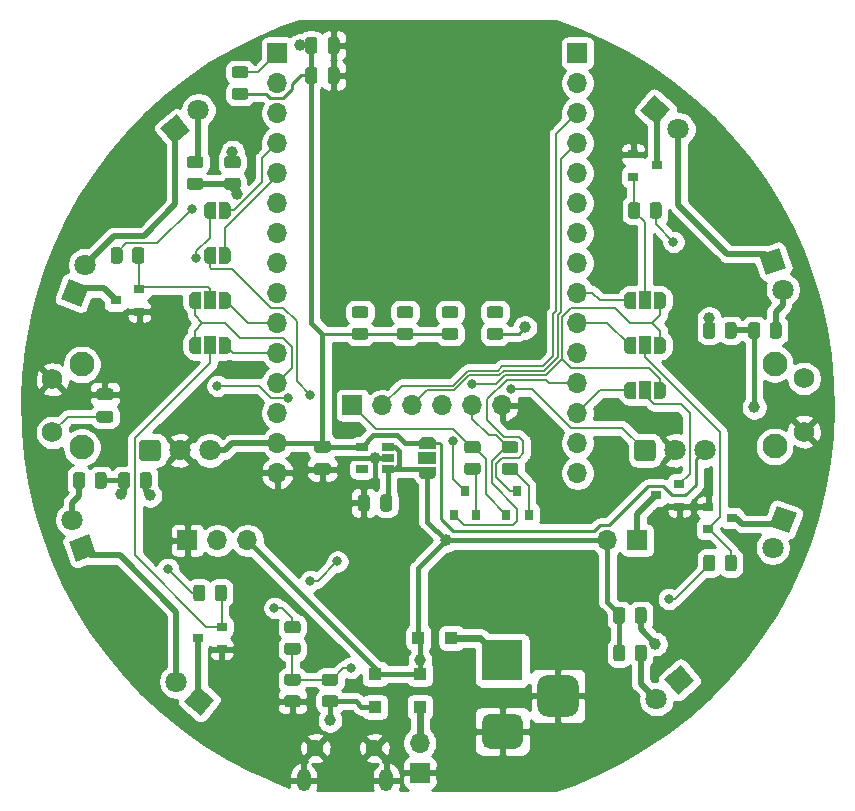
<source format=gbr>
G04 #@! TF.GenerationSoftware,KiCad,Pcbnew,(5.1.9-0-10_14)*
G04 #@! TF.CreationDate,2021-06-02T14:27:10-05:00*
G04 #@! TF.ProjectId,kbxIrBlaster,6b627849-7242-46c6-9173-7465722e6b69,rev?*
G04 #@! TF.SameCoordinates,Original*
G04 #@! TF.FileFunction,Copper,L2,Bot*
G04 #@! TF.FilePolarity,Positive*
%FSLAX46Y46*%
G04 Gerber Fmt 4.6, Leading zero omitted, Abs format (unit mm)*
G04 Created by KiCad (PCBNEW (5.1.9-0-10_14)) date 2021-06-02 14:27:10*
%MOMM*%
%LPD*%
G01*
G04 APERTURE LIST*
G04 #@! TA.AperFunction,SMDPad,CuDef*
%ADD10R,0.900000X0.800000*%
G04 #@! TD*
G04 #@! TA.AperFunction,SMDPad,CuDef*
%ADD11R,1.000000X1.500000*%
G04 #@! TD*
G04 #@! TA.AperFunction,SMDPad,CuDef*
%ADD12C,0.100000*%
G04 #@! TD*
G04 #@! TA.AperFunction,ComponentPad*
%ADD13O,1.700000X1.700000*%
G04 #@! TD*
G04 #@! TA.AperFunction,ComponentPad*
%ADD14R,1.700000X1.700000*%
G04 #@! TD*
G04 #@! TA.AperFunction,ComponentPad*
%ADD15C,0.800000*%
G04 #@! TD*
G04 #@! TA.AperFunction,ComponentPad*
%ADD16C,5.000000*%
G04 #@! TD*
G04 #@! TA.AperFunction,SMDPad,CuDef*
%ADD17R,1.100000X1.100000*%
G04 #@! TD*
G04 #@! TA.AperFunction,ComponentPad*
%ADD18R,3.500000X3.500000*%
G04 #@! TD*
G04 #@! TA.AperFunction,SMDPad,CuDef*
%ADD19R,1.060000X0.650000*%
G04 #@! TD*
G04 #@! TA.AperFunction,ComponentPad*
%ADD20C,2.100000*%
G04 #@! TD*
G04 #@! TA.AperFunction,ComponentPad*
%ADD21C,1.750000*%
G04 #@! TD*
G04 #@! TA.AperFunction,SMDPad,CuDef*
%ADD22R,0.800000X0.900000*%
G04 #@! TD*
G04 #@! TA.AperFunction,SMDPad,CuDef*
%ADD23R,1.500000X1.000000*%
G04 #@! TD*
G04 #@! TA.AperFunction,ComponentPad*
%ADD24O,1.200000X1.900000*%
G04 #@! TD*
G04 #@! TA.AperFunction,ComponentPad*
%ADD25C,1.450000*%
G04 #@! TD*
G04 #@! TA.AperFunction,ComponentPad*
%ADD26C,1.800000*%
G04 #@! TD*
G04 #@! TA.AperFunction,ComponentPad*
%ADD27C,0.100000*%
G04 #@! TD*
G04 #@! TA.AperFunction,ViaPad*
%ADD28C,1.000000*%
G04 #@! TD*
G04 #@! TA.AperFunction,ViaPad*
%ADD29C,0.800000*%
G04 #@! TD*
G04 #@! TA.AperFunction,Conductor*
%ADD30C,0.450000*%
G04 #@! TD*
G04 #@! TA.AperFunction,Conductor*
%ADD31C,0.500000*%
G04 #@! TD*
G04 #@! TA.AperFunction,Conductor*
%ADD32C,0.250000*%
G04 #@! TD*
G04 #@! TA.AperFunction,Conductor*
%ADD33C,0.200000*%
G04 #@! TD*
G04 #@! TA.AperFunction,Conductor*
%ADD34C,0.400000*%
G04 #@! TD*
G04 #@! TA.AperFunction,Conductor*
%ADD35C,0.600000*%
G04 #@! TD*
G04 #@! TA.AperFunction,Conductor*
%ADD36C,0.254000*%
G04 #@! TD*
G04 #@! TA.AperFunction,Conductor*
%ADD37C,0.100000*%
G04 #@! TD*
G04 APERTURE END LIST*
D10*
X169320000Y-97620000D03*
X171320000Y-98570000D03*
X171320000Y-96670000D03*
D11*
X168415000Y-88730000D03*
G04 #@! TA.AperFunction,SMDPad,CuDef*
D12*
G36*
X169715000Y-87980602D02*
G01*
X169739534Y-87980602D01*
X169788365Y-87985412D01*
X169836490Y-87994984D01*
X169883445Y-88009228D01*
X169928778Y-88028005D01*
X169972051Y-88051136D01*
X170012850Y-88078396D01*
X170050779Y-88109524D01*
X170085476Y-88144221D01*
X170116604Y-88182150D01*
X170143864Y-88222949D01*
X170166995Y-88266222D01*
X170185772Y-88311555D01*
X170200016Y-88358510D01*
X170209588Y-88406635D01*
X170214398Y-88455466D01*
X170214398Y-88480000D01*
X170215000Y-88480000D01*
X170215000Y-88980000D01*
X170214398Y-88980000D01*
X170214398Y-89004534D01*
X170209588Y-89053365D01*
X170200016Y-89101490D01*
X170185772Y-89148445D01*
X170166995Y-89193778D01*
X170143864Y-89237051D01*
X170116604Y-89277850D01*
X170085476Y-89315779D01*
X170050779Y-89350476D01*
X170012850Y-89381604D01*
X169972051Y-89408864D01*
X169928778Y-89431995D01*
X169883445Y-89450772D01*
X169836490Y-89465016D01*
X169788365Y-89474588D01*
X169739534Y-89479398D01*
X169715000Y-89479398D01*
X169715000Y-89480000D01*
X169165000Y-89480000D01*
X169165000Y-87980000D01*
X169715000Y-87980000D01*
X169715000Y-87980602D01*
G37*
G04 #@! TD.AperFunction*
G04 #@! TA.AperFunction,SMDPad,CuDef*
G36*
X167665000Y-89480000D02*
G01*
X167115000Y-89480000D01*
X167115000Y-89479398D01*
X167090466Y-89479398D01*
X167041635Y-89474588D01*
X166993510Y-89465016D01*
X166946555Y-89450772D01*
X166901222Y-89431995D01*
X166857949Y-89408864D01*
X166817150Y-89381604D01*
X166779221Y-89350476D01*
X166744524Y-89315779D01*
X166713396Y-89277850D01*
X166686136Y-89237051D01*
X166663005Y-89193778D01*
X166644228Y-89148445D01*
X166629984Y-89101490D01*
X166620412Y-89053365D01*
X166615602Y-89004534D01*
X166615602Y-88980000D01*
X166615000Y-88980000D01*
X166615000Y-88480000D01*
X166615602Y-88480000D01*
X166615602Y-88455466D01*
X166620412Y-88406635D01*
X166629984Y-88358510D01*
X166644228Y-88311555D01*
X166663005Y-88266222D01*
X166686136Y-88222949D01*
X166713396Y-88182150D01*
X166744524Y-88144221D01*
X166779221Y-88109524D01*
X166817150Y-88078396D01*
X166857949Y-88051136D01*
X166901222Y-88028005D01*
X166946555Y-88009228D01*
X166993510Y-87994984D01*
X167041635Y-87985412D01*
X167090466Y-87980602D01*
X167115000Y-87980602D01*
X167115000Y-87980000D01*
X167665000Y-87980000D01*
X167665000Y-89480000D01*
G37*
G04 #@! TD.AperFunction*
D13*
X165240000Y-101430000D03*
D14*
X167780000Y-101430000D03*
G04 #@! TA.AperFunction,SMDPad,CuDef*
G36*
G01*
X176190000Y-83199998D02*
X176190000Y-84100002D01*
G75*
G02*
X175940002Y-84350000I-249998J0D01*
G01*
X175414998Y-84350000D01*
G75*
G02*
X175165000Y-84100002I0J249998D01*
G01*
X175165000Y-83199998D01*
G75*
G02*
X175414998Y-82950000I249998J0D01*
G01*
X175940002Y-82950000D01*
G75*
G02*
X176190000Y-83199998I0J-249998D01*
G01*
G37*
G04 #@! TD.AperFunction*
G04 #@! TA.AperFunction,SMDPad,CuDef*
G36*
G01*
X174365000Y-83199998D02*
X174365000Y-84100002D01*
G75*
G02*
X174115002Y-84350000I-249998J0D01*
G01*
X173589998Y-84350000D01*
G75*
G02*
X173340000Y-84100002I0J249998D01*
G01*
X173340000Y-83199998D01*
G75*
G02*
X173589998Y-82950000I249998J0D01*
G01*
X174115002Y-82950000D01*
G75*
G02*
X174365000Y-83199998I0J-249998D01*
G01*
G37*
G04 #@! TD.AperFunction*
G04 #@! TA.AperFunction,SMDPad,CuDef*
G36*
G01*
X167545000Y-108230002D02*
X167545000Y-107329998D01*
G75*
G02*
X167794998Y-107080000I249998J0D01*
G01*
X168320002Y-107080000D01*
G75*
G02*
X168570000Y-107329998I0J-249998D01*
G01*
X168570000Y-108230002D01*
G75*
G02*
X168320002Y-108480000I-249998J0D01*
G01*
X167794998Y-108480000D01*
G75*
G02*
X167545000Y-108230002I0J249998D01*
G01*
G37*
G04 #@! TD.AperFunction*
G04 #@! TA.AperFunction,SMDPad,CuDef*
G36*
G01*
X165720000Y-108230002D02*
X165720000Y-107329998D01*
G75*
G02*
X165969998Y-107080000I249998J0D01*
G01*
X166495002Y-107080000D01*
G75*
G02*
X166745000Y-107329998I0J-249998D01*
G01*
X166745000Y-108230002D01*
G75*
G02*
X166495002Y-108480000I-249998J0D01*
G01*
X165969998Y-108480000D01*
G75*
G02*
X165720000Y-108230002I0J249998D01*
G01*
G37*
G04 #@! TD.AperFunction*
G04 #@! TA.AperFunction,SMDPad,CuDef*
G36*
G01*
X125635000Y-96800002D02*
X125635000Y-95899998D01*
G75*
G02*
X125884998Y-95650000I249998J0D01*
G01*
X126410002Y-95650000D01*
G75*
G02*
X126660000Y-95899998I0J-249998D01*
G01*
X126660000Y-96800002D01*
G75*
G02*
X126410002Y-97050000I-249998J0D01*
G01*
X125884998Y-97050000D01*
G75*
G02*
X125635000Y-96800002I0J249998D01*
G01*
G37*
G04 #@! TD.AperFunction*
G04 #@! TA.AperFunction,SMDPad,CuDef*
G36*
G01*
X123810000Y-96800002D02*
X123810000Y-95899998D01*
G75*
G02*
X124059998Y-95650000I249998J0D01*
G01*
X124585002Y-95650000D01*
G75*
G02*
X124835000Y-95899998I0J-249998D01*
G01*
X124835000Y-96800002D01*
G75*
G02*
X124585002Y-97050000I-249998J0D01*
G01*
X124059998Y-97050000D01*
G75*
G02*
X123810000Y-96800002I0J249998D01*
G01*
G37*
G04 #@! TD.AperFunction*
G04 #@! TA.AperFunction,SMDPad,CuDef*
G36*
G01*
X133940002Y-69915000D02*
X133039998Y-69915000D01*
G75*
G02*
X132790000Y-69665002I0J249998D01*
G01*
X132790000Y-69139998D01*
G75*
G02*
X133039998Y-68890000I249998J0D01*
G01*
X133940002Y-68890000D01*
G75*
G02*
X134190000Y-69139998I0J-249998D01*
G01*
X134190000Y-69665002D01*
G75*
G02*
X133940002Y-69915000I-249998J0D01*
G01*
G37*
G04 #@! TD.AperFunction*
G04 #@! TA.AperFunction,SMDPad,CuDef*
G36*
G01*
X133940002Y-71740000D02*
X133039998Y-71740000D01*
G75*
G02*
X132790000Y-71490002I0J249998D01*
G01*
X132790000Y-70964998D01*
G75*
G02*
X133039998Y-70715000I249998J0D01*
G01*
X133940002Y-70715000D01*
G75*
G02*
X134190000Y-70964998I0J-249998D01*
G01*
X134190000Y-71490002D01*
G75*
G02*
X133940002Y-71740000I-249998J0D01*
G01*
G37*
G04 #@! TD.AperFunction*
D15*
X176725825Y-107089175D03*
X175400000Y-106540000D03*
X174074175Y-107089175D03*
X173525000Y-108415000D03*
X174074175Y-109740825D03*
X175400000Y-110290000D03*
X176725825Y-109740825D03*
X177275000Y-108415000D03*
D16*
X175400000Y-108415000D03*
D13*
X156350000Y-90000000D03*
X153810000Y-90000000D03*
X151270000Y-90000000D03*
X148730000Y-90000000D03*
X146190000Y-90000000D03*
D14*
X143650000Y-90000000D03*
D13*
X137300000Y-95715000D03*
X137300000Y-93175000D03*
X137300000Y-90635000D03*
X137300000Y-88095000D03*
X137300000Y-85555000D03*
X137300000Y-83015000D03*
X137300000Y-80475000D03*
X137300000Y-77935000D03*
X137300000Y-75395000D03*
X137300000Y-72855000D03*
X137300000Y-70315000D03*
X137300000Y-67775000D03*
X137300000Y-65235000D03*
X137300000Y-62695000D03*
D14*
X137300000Y-60155000D03*
D13*
X162700000Y-95715000D03*
X162700000Y-93175000D03*
X162700000Y-90635000D03*
X162700000Y-88095000D03*
X162700000Y-85555000D03*
X162700000Y-83015000D03*
X162700000Y-80475000D03*
X162700000Y-77935000D03*
X162700000Y-75395000D03*
X162700000Y-72855000D03*
X162700000Y-70315000D03*
X162700000Y-67775000D03*
X162700000Y-65235000D03*
X162700000Y-62695000D03*
D14*
X162700000Y-60155000D03*
D17*
X145555000Y-115530000D03*
X145555000Y-112730000D03*
G04 #@! TA.AperFunction,ComponentPad*
G36*
G01*
X161925000Y-116340000D02*
X160175000Y-116340000D01*
G75*
G02*
X159300000Y-115465000I0J875000D01*
G01*
X159300000Y-113715000D01*
G75*
G02*
X160175000Y-112840000I875000J0D01*
G01*
X161925000Y-112840000D01*
G75*
G02*
X162800000Y-113715000I0J-875000D01*
G01*
X162800000Y-115465000D01*
G75*
G02*
X161925000Y-116340000I-875000J0D01*
G01*
G37*
G04 #@! TD.AperFunction*
G04 #@! TA.AperFunction,ComponentPad*
G36*
G01*
X157350000Y-119090000D02*
X155350000Y-119090000D01*
G75*
G02*
X154600000Y-118340000I0J750000D01*
G01*
X154600000Y-116840000D01*
G75*
G02*
X155350000Y-116090000I750000J0D01*
G01*
X157350000Y-116090000D01*
G75*
G02*
X158100000Y-116840000I0J-750000D01*
G01*
X158100000Y-118340000D01*
G75*
G02*
X157350000Y-119090000I-750000J0D01*
G01*
G37*
G04 #@! TD.AperFunction*
D18*
X156350000Y-111590000D03*
D17*
X152035000Y-109685000D03*
X149235000Y-109685000D03*
X149365000Y-115530000D03*
X149365000Y-112730000D03*
D19*
X144455000Y-93495000D03*
X144455000Y-95395000D03*
X146655000Y-95395000D03*
X146655000Y-94445000D03*
X146655000Y-93495000D03*
D20*
X179387000Y-86464000D03*
D21*
X181877000Y-87714000D03*
X181877000Y-92214000D03*
D20*
X179387000Y-93474000D03*
X120740000Y-93536000D03*
D21*
X118250000Y-92286000D03*
X118250000Y-87786000D03*
D20*
X120740000Y-86526000D03*
G04 #@! TA.AperFunction,SMDPad,CuDef*
G36*
G01*
X139020002Y-113730000D02*
X138119998Y-113730000D01*
G75*
G02*
X137870000Y-113480002I0J249998D01*
G01*
X137870000Y-112954998D01*
G75*
G02*
X138119998Y-112705000I249998J0D01*
G01*
X139020002Y-112705000D01*
G75*
G02*
X139270000Y-112954998I0J-249998D01*
G01*
X139270000Y-113480002D01*
G75*
G02*
X139020002Y-113730000I-249998J0D01*
G01*
G37*
G04 #@! TD.AperFunction*
G04 #@! TA.AperFunction,SMDPad,CuDef*
G36*
G01*
X139020002Y-115555000D02*
X138119998Y-115555000D01*
G75*
G02*
X137870000Y-115305002I0J249998D01*
G01*
X137870000Y-114779998D01*
G75*
G02*
X138119998Y-114530000I249998J0D01*
G01*
X139020002Y-114530000D01*
G75*
G02*
X139270000Y-114779998I0J-249998D01*
G01*
X139270000Y-115305002D01*
G75*
G02*
X139020002Y-115555000I-249998J0D01*
G01*
G37*
G04 #@! TD.AperFunction*
G04 #@! TA.AperFunction,SMDPad,CuDef*
G36*
G01*
X138119998Y-110085000D02*
X139020002Y-110085000D01*
G75*
G02*
X139270000Y-110334998I0J-249998D01*
G01*
X139270000Y-110860002D01*
G75*
G02*
X139020002Y-111110000I-249998J0D01*
G01*
X138119998Y-111110000D01*
G75*
G02*
X137870000Y-110860002I0J249998D01*
G01*
X137870000Y-110334998D01*
G75*
G02*
X138119998Y-110085000I249998J0D01*
G01*
G37*
G04 #@! TD.AperFunction*
G04 #@! TA.AperFunction,SMDPad,CuDef*
G36*
G01*
X138119998Y-108260000D02*
X139020002Y-108260000D01*
G75*
G02*
X139270000Y-108509998I0J-249998D01*
G01*
X139270000Y-109035002D01*
G75*
G02*
X139020002Y-109285000I-249998J0D01*
G01*
X138119998Y-109285000D01*
G75*
G02*
X137870000Y-109035002I0J249998D01*
G01*
X137870000Y-108509998D01*
G75*
G02*
X138119998Y-108260000I249998J0D01*
G01*
G37*
G04 #@! TD.AperFunction*
G04 #@! TA.AperFunction,SMDPad,CuDef*
G36*
G01*
X157435002Y-94045000D02*
X156534998Y-94045000D01*
G75*
G02*
X156285000Y-93795002I0J249998D01*
G01*
X156285000Y-93269998D01*
G75*
G02*
X156534998Y-93020000I249998J0D01*
G01*
X157435002Y-93020000D01*
G75*
G02*
X157685000Y-93269998I0J-249998D01*
G01*
X157685000Y-93795002D01*
G75*
G02*
X157435002Y-94045000I-249998J0D01*
G01*
G37*
G04 #@! TD.AperFunction*
G04 #@! TA.AperFunction,SMDPad,CuDef*
G36*
G01*
X157435002Y-95870000D02*
X156534998Y-95870000D01*
G75*
G02*
X156285000Y-95620002I0J249998D01*
G01*
X156285000Y-95094998D01*
G75*
G02*
X156534998Y-94845000I249998J0D01*
G01*
X157435002Y-94845000D01*
G75*
G02*
X157685000Y-95094998I0J-249998D01*
G01*
X157685000Y-95620002D01*
G75*
G02*
X157435002Y-95870000I-249998J0D01*
G01*
G37*
G04 #@! TD.AperFunction*
G04 #@! TA.AperFunction,SMDPad,CuDef*
G36*
G01*
X141294998Y-114530000D02*
X142195002Y-114530000D01*
G75*
G02*
X142445000Y-114779998I0J-249998D01*
G01*
X142445000Y-115305002D01*
G75*
G02*
X142195002Y-115555000I-249998J0D01*
G01*
X141294998Y-115555000D01*
G75*
G02*
X141045000Y-115305002I0J249998D01*
G01*
X141045000Y-114779998D01*
G75*
G02*
X141294998Y-114530000I249998J0D01*
G01*
G37*
G04 #@! TD.AperFunction*
G04 #@! TA.AperFunction,SMDPad,CuDef*
G36*
G01*
X141294998Y-112705000D02*
X142195002Y-112705000D01*
G75*
G02*
X142445000Y-112954998I0J-249998D01*
G01*
X142445000Y-113480002D01*
G75*
G02*
X142195002Y-113730000I-249998J0D01*
G01*
X141294998Y-113730000D01*
G75*
G02*
X141045000Y-113480002I0J249998D01*
G01*
X141045000Y-112954998D01*
G75*
G02*
X141294998Y-112705000I249998J0D01*
G01*
G37*
G04 #@! TD.AperFunction*
G04 #@! TA.AperFunction,SMDPad,CuDef*
G36*
G01*
X134575002Y-64120000D02*
X133674998Y-64120000D01*
G75*
G02*
X133425000Y-63870002I0J249998D01*
G01*
X133425000Y-63344998D01*
G75*
G02*
X133674998Y-63095000I249998J0D01*
G01*
X134575002Y-63095000D01*
G75*
G02*
X134825000Y-63344998I0J-249998D01*
G01*
X134825000Y-63870002D01*
G75*
G02*
X134575002Y-64120000I-249998J0D01*
G01*
G37*
G04 #@! TD.AperFunction*
G04 #@! TA.AperFunction,SMDPad,CuDef*
G36*
G01*
X134575002Y-62295000D02*
X133674998Y-62295000D01*
G75*
G02*
X133425000Y-62045002I0J249998D01*
G01*
X133425000Y-61519998D01*
G75*
G02*
X133674998Y-61270000I249998J0D01*
G01*
X134575002Y-61270000D01*
G75*
G02*
X134825000Y-61519998I0J-249998D01*
G01*
X134825000Y-62045002D01*
G75*
G02*
X134575002Y-62295000I-249998J0D01*
G01*
G37*
G04 #@! TD.AperFunction*
G04 #@! TA.AperFunction,SMDPad,CuDef*
G36*
G01*
X154260002Y-94045000D02*
X153359998Y-94045000D01*
G75*
G02*
X153110000Y-93795002I0J249998D01*
G01*
X153110000Y-93269998D01*
G75*
G02*
X153359998Y-93020000I249998J0D01*
G01*
X154260002Y-93020000D01*
G75*
G02*
X154510000Y-93269998I0J-249998D01*
G01*
X154510000Y-93795002D01*
G75*
G02*
X154260002Y-94045000I-249998J0D01*
G01*
G37*
G04 #@! TD.AperFunction*
G04 #@! TA.AperFunction,SMDPad,CuDef*
G36*
G01*
X154260002Y-95870000D02*
X153359998Y-95870000D01*
G75*
G02*
X153110000Y-95620002I0J249998D01*
G01*
X153110000Y-95094998D01*
G75*
G02*
X153359998Y-94845000I249998J0D01*
G01*
X154260002Y-94845000D01*
G75*
G02*
X154510000Y-95094998I0J-249998D01*
G01*
X154510000Y-95620002D01*
G75*
G02*
X154260002Y-95870000I-249998J0D01*
G01*
G37*
G04 #@! TD.AperFunction*
G04 #@! TA.AperFunction,SMDPad,CuDef*
G36*
G01*
X168815000Y-73940002D02*
X168815000Y-73039998D01*
G75*
G02*
X169064998Y-72790000I249998J0D01*
G01*
X169590002Y-72790000D01*
G75*
G02*
X169840000Y-73039998I0J-249998D01*
G01*
X169840000Y-73940002D01*
G75*
G02*
X169590002Y-74190000I-249998J0D01*
G01*
X169064998Y-74190000D01*
G75*
G02*
X168815000Y-73940002I0J249998D01*
G01*
G37*
G04 #@! TD.AperFunction*
G04 #@! TA.AperFunction,SMDPad,CuDef*
G36*
G01*
X166990000Y-73940002D02*
X166990000Y-73039998D01*
G75*
G02*
X167239998Y-72790000I249998J0D01*
G01*
X167765002Y-72790000D01*
G75*
G02*
X168015000Y-73039998I0J-249998D01*
G01*
X168015000Y-73940002D01*
G75*
G02*
X167765002Y-74190000I-249998J0D01*
G01*
X167239998Y-74190000D01*
G75*
G02*
X166990000Y-73940002I0J249998D01*
G01*
G37*
G04 #@! TD.AperFunction*
G04 #@! TA.AperFunction,SMDPad,CuDef*
G36*
G01*
X174365000Y-102884998D02*
X174365000Y-103785002D01*
G75*
G02*
X174115002Y-104035000I-249998J0D01*
G01*
X173589998Y-104035000D01*
G75*
G02*
X173340000Y-103785002I0J249998D01*
G01*
X173340000Y-102884998D01*
G75*
G02*
X173589998Y-102635000I249998J0D01*
G01*
X174115002Y-102635000D01*
G75*
G02*
X174365000Y-102884998I0J-249998D01*
G01*
G37*
G04 #@! TD.AperFunction*
G04 #@! TA.AperFunction,SMDPad,CuDef*
G36*
G01*
X176190000Y-102884998D02*
X176190000Y-103785002D01*
G75*
G02*
X175940002Y-104035000I-249998J0D01*
G01*
X175414998Y-104035000D01*
G75*
G02*
X175165000Y-103785002I0J249998D01*
G01*
X175165000Y-102884998D01*
G75*
G02*
X175414998Y-102635000I249998J0D01*
G01*
X175940002Y-102635000D01*
G75*
G02*
X176190000Y-102884998I0J-249998D01*
G01*
G37*
G04 #@! TD.AperFunction*
G04 #@! TA.AperFunction,SMDPad,CuDef*
G36*
G01*
X133010000Y-105424998D02*
X133010000Y-106325002D01*
G75*
G02*
X132760002Y-106575000I-249998J0D01*
G01*
X132234998Y-106575000D01*
G75*
G02*
X131985000Y-106325002I0J249998D01*
G01*
X131985000Y-105424998D01*
G75*
G02*
X132234998Y-105175000I249998J0D01*
G01*
X132760002Y-105175000D01*
G75*
G02*
X133010000Y-105424998I0J-249998D01*
G01*
G37*
G04 #@! TD.AperFunction*
G04 #@! TA.AperFunction,SMDPad,CuDef*
G36*
G01*
X131185000Y-105424998D02*
X131185000Y-106325002D01*
G75*
G02*
X130935002Y-106575000I-249998J0D01*
G01*
X130409998Y-106575000D01*
G75*
G02*
X130160000Y-106325002I0J249998D01*
G01*
X130160000Y-105424998D01*
G75*
G02*
X130409998Y-105175000I249998J0D01*
G01*
X130935002Y-105175000D01*
G75*
G02*
X131185000Y-105424998I0J-249998D01*
G01*
G37*
G04 #@! TD.AperFunction*
G04 #@! TA.AperFunction,SMDPad,CuDef*
G36*
G01*
X124200000Y-76849998D02*
X124200000Y-77750002D01*
G75*
G02*
X123950002Y-78000000I-249998J0D01*
G01*
X123424998Y-78000000D01*
G75*
G02*
X123175000Y-77750002I0J249998D01*
G01*
X123175000Y-76849998D01*
G75*
G02*
X123424998Y-76600000I249998J0D01*
G01*
X123950002Y-76600000D01*
G75*
G02*
X124200000Y-76849998I0J-249998D01*
G01*
G37*
G04 #@! TD.AperFunction*
G04 #@! TA.AperFunction,SMDPad,CuDef*
G36*
G01*
X126025000Y-76849998D02*
X126025000Y-77750002D01*
G75*
G02*
X125775002Y-78000000I-249998J0D01*
G01*
X125249998Y-78000000D01*
G75*
G02*
X125000000Y-77750002I0J249998D01*
G01*
X125000000Y-76849998D01*
G75*
G02*
X125249998Y-76600000I249998J0D01*
G01*
X125775002Y-76600000D01*
G75*
G02*
X126025000Y-76849998I0J-249998D01*
G01*
G37*
G04 #@! TD.AperFunction*
G04 #@! TA.AperFunction,SMDPad,CuDef*
G36*
G01*
X144735002Y-82615000D02*
X143834998Y-82615000D01*
G75*
G02*
X143585000Y-82365002I0J249998D01*
G01*
X143585000Y-81839998D01*
G75*
G02*
X143834998Y-81590000I249998J0D01*
G01*
X144735002Y-81590000D01*
G75*
G02*
X144985000Y-81839998I0J-249998D01*
G01*
X144985000Y-82365002D01*
G75*
G02*
X144735002Y-82615000I-249998J0D01*
G01*
G37*
G04 #@! TD.AperFunction*
G04 #@! TA.AperFunction,SMDPad,CuDef*
G36*
G01*
X144735002Y-84440000D02*
X143834998Y-84440000D01*
G75*
G02*
X143585000Y-84190002I0J249998D01*
G01*
X143585000Y-83664998D01*
G75*
G02*
X143834998Y-83415000I249998J0D01*
G01*
X144735002Y-83415000D01*
G75*
G02*
X144985000Y-83664998I0J-249998D01*
G01*
X144985000Y-84190002D01*
G75*
G02*
X144735002Y-84440000I-249998J0D01*
G01*
G37*
G04 #@! TD.AperFunction*
G04 #@! TA.AperFunction,SMDPad,CuDef*
G36*
G01*
X148545002Y-82615000D02*
X147644998Y-82615000D01*
G75*
G02*
X147395000Y-82365002I0J249998D01*
G01*
X147395000Y-81839998D01*
G75*
G02*
X147644998Y-81590000I249998J0D01*
G01*
X148545002Y-81590000D01*
G75*
G02*
X148795000Y-81839998I0J-249998D01*
G01*
X148795000Y-82365002D01*
G75*
G02*
X148545002Y-82615000I-249998J0D01*
G01*
G37*
G04 #@! TD.AperFunction*
G04 #@! TA.AperFunction,SMDPad,CuDef*
G36*
G01*
X148545002Y-84440000D02*
X147644998Y-84440000D01*
G75*
G02*
X147395000Y-84190002I0J249998D01*
G01*
X147395000Y-83664998D01*
G75*
G02*
X147644998Y-83415000I249998J0D01*
G01*
X148545002Y-83415000D01*
G75*
G02*
X148795000Y-83664998I0J-249998D01*
G01*
X148795000Y-84190002D01*
G75*
G02*
X148545002Y-84440000I-249998J0D01*
G01*
G37*
G04 #@! TD.AperFunction*
G04 #@! TA.AperFunction,SMDPad,CuDef*
G36*
G01*
X152355002Y-82615000D02*
X151454998Y-82615000D01*
G75*
G02*
X151205000Y-82365002I0J249998D01*
G01*
X151205000Y-81839998D01*
G75*
G02*
X151454998Y-81590000I249998J0D01*
G01*
X152355002Y-81590000D01*
G75*
G02*
X152605000Y-81839998I0J-249998D01*
G01*
X152605000Y-82365002D01*
G75*
G02*
X152355002Y-82615000I-249998J0D01*
G01*
G37*
G04 #@! TD.AperFunction*
G04 #@! TA.AperFunction,SMDPad,CuDef*
G36*
G01*
X152355002Y-84440000D02*
X151454998Y-84440000D01*
G75*
G02*
X151205000Y-84190002I0J249998D01*
G01*
X151205000Y-83664998D01*
G75*
G02*
X151454998Y-83415000I249998J0D01*
G01*
X152355002Y-83415000D01*
G75*
G02*
X152605000Y-83664998I0J-249998D01*
G01*
X152605000Y-84190002D01*
G75*
G02*
X152355002Y-84440000I-249998J0D01*
G01*
G37*
G04 #@! TD.AperFunction*
G04 #@! TA.AperFunction,SMDPad,CuDef*
G36*
G01*
X156165002Y-82615000D02*
X155264998Y-82615000D01*
G75*
G02*
X155015000Y-82365002I0J249998D01*
G01*
X155015000Y-81839998D01*
G75*
G02*
X155264998Y-81590000I249998J0D01*
G01*
X156165002Y-81590000D01*
G75*
G02*
X156415000Y-81839998I0J-249998D01*
G01*
X156415000Y-82365002D01*
G75*
G02*
X156165002Y-82615000I-249998J0D01*
G01*
G37*
G04 #@! TD.AperFunction*
G04 #@! TA.AperFunction,SMDPad,CuDef*
G36*
G01*
X156165002Y-84440000D02*
X155264998Y-84440000D01*
G75*
G02*
X155015000Y-84190002I0J249998D01*
G01*
X155015000Y-83664998D01*
G75*
G02*
X155264998Y-83415000I249998J0D01*
G01*
X156165002Y-83415000D01*
G75*
G02*
X156415000Y-83664998I0J-249998D01*
G01*
X156415000Y-84190002D01*
G75*
G02*
X156165002Y-84440000I-249998J0D01*
G01*
G37*
G04 #@! TD.AperFunction*
G04 #@! TA.AperFunction,SMDPad,CuDef*
G36*
G01*
X178975000Y-84100002D02*
X178975000Y-83199998D01*
G75*
G02*
X179224998Y-82950000I249998J0D01*
G01*
X179750002Y-82950000D01*
G75*
G02*
X180000000Y-83199998I0J-249998D01*
G01*
X180000000Y-84100002D01*
G75*
G02*
X179750002Y-84350000I-249998J0D01*
G01*
X179224998Y-84350000D01*
G75*
G02*
X178975000Y-84100002I0J249998D01*
G01*
G37*
G04 #@! TD.AperFunction*
G04 #@! TA.AperFunction,SMDPad,CuDef*
G36*
G01*
X177150000Y-84100002D02*
X177150000Y-83199998D01*
G75*
G02*
X177399998Y-82950000I249998J0D01*
G01*
X177925002Y-82950000D01*
G75*
G02*
X178175000Y-83199998I0J-249998D01*
G01*
X178175000Y-84100002D01*
G75*
G02*
X177925002Y-84350000I-249998J0D01*
G01*
X177399998Y-84350000D01*
G75*
G02*
X177150000Y-84100002I0J249998D01*
G01*
G37*
G04 #@! TD.AperFunction*
G04 #@! TA.AperFunction,SMDPad,CuDef*
G36*
G01*
X167545000Y-111405002D02*
X167545000Y-110504998D01*
G75*
G02*
X167794998Y-110255000I249998J0D01*
G01*
X168320002Y-110255000D01*
G75*
G02*
X168570000Y-110504998I0J-249998D01*
G01*
X168570000Y-111405002D01*
G75*
G02*
X168320002Y-111655000I-249998J0D01*
G01*
X167794998Y-111655000D01*
G75*
G02*
X167545000Y-111405002I0J249998D01*
G01*
G37*
G04 #@! TD.AperFunction*
G04 #@! TA.AperFunction,SMDPad,CuDef*
G36*
G01*
X165720000Y-111405002D02*
X165720000Y-110504998D01*
G75*
G02*
X165969998Y-110255000I249998J0D01*
G01*
X166495002Y-110255000D01*
G75*
G02*
X166745000Y-110504998I0J-249998D01*
G01*
X166745000Y-111405002D01*
G75*
G02*
X166495002Y-111655000I-249998J0D01*
G01*
X165969998Y-111655000D01*
G75*
G02*
X165720000Y-111405002I0J249998D01*
G01*
G37*
G04 #@! TD.AperFunction*
G04 #@! TA.AperFunction,SMDPad,CuDef*
G36*
G01*
X121025000Y-95899998D02*
X121025000Y-96800002D01*
G75*
G02*
X120775002Y-97050000I-249998J0D01*
G01*
X120249998Y-97050000D01*
G75*
G02*
X120000000Y-96800002I0J249998D01*
G01*
X120000000Y-95899998D01*
G75*
G02*
X120249998Y-95650000I249998J0D01*
G01*
X120775002Y-95650000D01*
G75*
G02*
X121025000Y-95899998I0J-249998D01*
G01*
G37*
G04 #@! TD.AperFunction*
G04 #@! TA.AperFunction,SMDPad,CuDef*
G36*
G01*
X122850000Y-95899998D02*
X122850000Y-96800002D01*
G75*
G02*
X122600002Y-97050000I-249998J0D01*
G01*
X122074998Y-97050000D01*
G75*
G02*
X121825000Y-96800002I0J249998D01*
G01*
X121825000Y-95899998D01*
G75*
G02*
X122074998Y-95650000I249998J0D01*
G01*
X122600002Y-95650000D01*
G75*
G02*
X122850000Y-95899998I0J-249998D01*
G01*
G37*
G04 #@! TD.AperFunction*
G04 #@! TA.AperFunction,SMDPad,CuDef*
G36*
G01*
X130765002Y-69915000D02*
X129864998Y-69915000D01*
G75*
G02*
X129615000Y-69665002I0J249998D01*
G01*
X129615000Y-69139998D01*
G75*
G02*
X129864998Y-68890000I249998J0D01*
G01*
X130765002Y-68890000D01*
G75*
G02*
X131015000Y-69139998I0J-249998D01*
G01*
X131015000Y-69665002D01*
G75*
G02*
X130765002Y-69915000I-249998J0D01*
G01*
G37*
G04 #@! TD.AperFunction*
G04 #@! TA.AperFunction,SMDPad,CuDef*
G36*
G01*
X130765002Y-71740000D02*
X129864998Y-71740000D01*
G75*
G02*
X129615000Y-71490002I0J249998D01*
G01*
X129615000Y-70964998D01*
G75*
G02*
X129864998Y-70715000I249998J0D01*
G01*
X130765002Y-70715000D01*
G75*
G02*
X131015000Y-70964998I0J-249998D01*
G01*
X131015000Y-71490002D01*
G75*
G02*
X130765002Y-71740000I-249998J0D01*
G01*
G37*
G04 #@! TD.AperFunction*
D22*
X157620000Y-97255000D03*
X156670000Y-99255000D03*
X158570000Y-99255000D03*
X153175000Y-97255000D03*
X152225000Y-99255000D03*
X154125000Y-99255000D03*
D23*
X150000000Y-94445000D03*
G04 #@! TA.AperFunction,SMDPad,CuDef*
D12*
G36*
X149250602Y-93145000D02*
G01*
X149250602Y-93120466D01*
X149255412Y-93071635D01*
X149264984Y-93023510D01*
X149279228Y-92976555D01*
X149298005Y-92931222D01*
X149321136Y-92887949D01*
X149348396Y-92847150D01*
X149379524Y-92809221D01*
X149414221Y-92774524D01*
X149452150Y-92743396D01*
X149492949Y-92716136D01*
X149536222Y-92693005D01*
X149581555Y-92674228D01*
X149628510Y-92659984D01*
X149676635Y-92650412D01*
X149725466Y-92645602D01*
X149750000Y-92645602D01*
X149750000Y-92645000D01*
X150250000Y-92645000D01*
X150250000Y-92645602D01*
X150274534Y-92645602D01*
X150323365Y-92650412D01*
X150371490Y-92659984D01*
X150418445Y-92674228D01*
X150463778Y-92693005D01*
X150507051Y-92716136D01*
X150547850Y-92743396D01*
X150585779Y-92774524D01*
X150620476Y-92809221D01*
X150651604Y-92847150D01*
X150678864Y-92887949D01*
X150701995Y-92931222D01*
X150720772Y-92976555D01*
X150735016Y-93023510D01*
X150744588Y-93071635D01*
X150749398Y-93120466D01*
X150749398Y-93145000D01*
X150750000Y-93145000D01*
X150750000Y-93695000D01*
X149250000Y-93695000D01*
X149250000Y-93145000D01*
X149250602Y-93145000D01*
G37*
G04 #@! TD.AperFunction*
G04 #@! TA.AperFunction,SMDPad,CuDef*
G36*
X150750000Y-95195000D02*
G01*
X150750000Y-95745000D01*
X150749398Y-95745000D01*
X150749398Y-95769534D01*
X150744588Y-95818365D01*
X150735016Y-95866490D01*
X150720772Y-95913445D01*
X150701995Y-95958778D01*
X150678864Y-96002051D01*
X150651604Y-96042850D01*
X150620476Y-96080779D01*
X150585779Y-96115476D01*
X150547850Y-96146604D01*
X150507051Y-96173864D01*
X150463778Y-96196995D01*
X150418445Y-96215772D01*
X150371490Y-96230016D01*
X150323365Y-96239588D01*
X150274534Y-96244398D01*
X150250000Y-96244398D01*
X150250000Y-96245000D01*
X149750000Y-96245000D01*
X149750000Y-96244398D01*
X149725466Y-96244398D01*
X149676635Y-96239588D01*
X149628510Y-96230016D01*
X149581555Y-96215772D01*
X149536222Y-96196995D01*
X149492949Y-96173864D01*
X149452150Y-96146604D01*
X149414221Y-96115476D01*
X149379524Y-96080779D01*
X149348396Y-96042850D01*
X149321136Y-96002051D01*
X149298005Y-95958778D01*
X149279228Y-95913445D01*
X149264984Y-95866490D01*
X149255412Y-95818365D01*
X149250602Y-95769534D01*
X149250602Y-95745000D01*
X149250000Y-95745000D01*
X149250000Y-95195000D01*
X150750000Y-95195000D01*
G37*
G04 #@! TD.AperFunction*
D11*
X131585000Y-81110000D03*
G04 #@! TA.AperFunction,SMDPad,CuDef*
D12*
G36*
X130285000Y-81859398D02*
G01*
X130260466Y-81859398D01*
X130211635Y-81854588D01*
X130163510Y-81845016D01*
X130116555Y-81830772D01*
X130071222Y-81811995D01*
X130027949Y-81788864D01*
X129987150Y-81761604D01*
X129949221Y-81730476D01*
X129914524Y-81695779D01*
X129883396Y-81657850D01*
X129856136Y-81617051D01*
X129833005Y-81573778D01*
X129814228Y-81528445D01*
X129799984Y-81481490D01*
X129790412Y-81433365D01*
X129785602Y-81384534D01*
X129785602Y-81360000D01*
X129785000Y-81360000D01*
X129785000Y-80860000D01*
X129785602Y-80860000D01*
X129785602Y-80835466D01*
X129790412Y-80786635D01*
X129799984Y-80738510D01*
X129814228Y-80691555D01*
X129833005Y-80646222D01*
X129856136Y-80602949D01*
X129883396Y-80562150D01*
X129914524Y-80524221D01*
X129949221Y-80489524D01*
X129987150Y-80458396D01*
X130027949Y-80431136D01*
X130071222Y-80408005D01*
X130116555Y-80389228D01*
X130163510Y-80374984D01*
X130211635Y-80365412D01*
X130260466Y-80360602D01*
X130285000Y-80360602D01*
X130285000Y-80360000D01*
X130835000Y-80360000D01*
X130835000Y-81860000D01*
X130285000Y-81860000D01*
X130285000Y-81859398D01*
G37*
G04 #@! TD.AperFunction*
G04 #@! TA.AperFunction,SMDPad,CuDef*
G36*
X132335000Y-80360000D02*
G01*
X132885000Y-80360000D01*
X132885000Y-80360602D01*
X132909534Y-80360602D01*
X132958365Y-80365412D01*
X133006490Y-80374984D01*
X133053445Y-80389228D01*
X133098778Y-80408005D01*
X133142051Y-80431136D01*
X133182850Y-80458396D01*
X133220779Y-80489524D01*
X133255476Y-80524221D01*
X133286604Y-80562150D01*
X133313864Y-80602949D01*
X133336995Y-80646222D01*
X133355772Y-80691555D01*
X133370016Y-80738510D01*
X133379588Y-80786635D01*
X133384398Y-80835466D01*
X133384398Y-80860000D01*
X133385000Y-80860000D01*
X133385000Y-81360000D01*
X133384398Y-81360000D01*
X133384398Y-81384534D01*
X133379588Y-81433365D01*
X133370016Y-81481490D01*
X133355772Y-81528445D01*
X133336995Y-81573778D01*
X133313864Y-81617051D01*
X133286604Y-81657850D01*
X133255476Y-81695779D01*
X133220779Y-81730476D01*
X133182850Y-81761604D01*
X133142051Y-81788864D01*
X133098778Y-81811995D01*
X133053445Y-81830772D01*
X133006490Y-81845016D01*
X132958365Y-81854588D01*
X132909534Y-81859398D01*
X132885000Y-81859398D01*
X132885000Y-81860000D01*
X132335000Y-81860000D01*
X132335000Y-80360000D01*
G37*
G04 #@! TD.AperFunction*
D13*
X134760000Y-101430000D03*
X132220000Y-101430000D03*
D14*
X129680000Y-101430000D03*
D24*
X146515000Y-121717500D03*
X139515000Y-121717500D03*
D25*
X145515000Y-119017500D03*
X140515000Y-119017500D03*
D13*
X149365000Y-118575000D03*
D14*
X149365000Y-121115000D03*
G04 #@! TA.AperFunction,SMDPad,CuDef*
G36*
G01*
X140660000Y-59045000D02*
X140660000Y-59995000D01*
G75*
G02*
X140410000Y-60245000I-250000J0D01*
G01*
X139910000Y-60245000D01*
G75*
G02*
X139660000Y-59995000I0J250000D01*
G01*
X139660000Y-59045000D01*
G75*
G02*
X139910000Y-58795000I250000J0D01*
G01*
X140410000Y-58795000D01*
G75*
G02*
X140660000Y-59045000I0J-250000D01*
G01*
G37*
G04 #@! TD.AperFunction*
G04 #@! TA.AperFunction,SMDPad,CuDef*
G36*
G01*
X142560000Y-59045000D02*
X142560000Y-59995000D01*
G75*
G02*
X142310000Y-60245000I-250000J0D01*
G01*
X141810000Y-60245000D01*
G75*
G02*
X141560000Y-59995000I0J250000D01*
G01*
X141560000Y-59045000D01*
G75*
G02*
X141810000Y-58795000I250000J0D01*
G01*
X142310000Y-58795000D01*
G75*
G02*
X142560000Y-59045000I0J-250000D01*
G01*
G37*
G04 #@! TD.AperFunction*
G04 #@! TA.AperFunction,SMDPad,CuDef*
G36*
G01*
X140660000Y-61585000D02*
X140660000Y-62535000D01*
G75*
G02*
X140410000Y-62785000I-250000J0D01*
G01*
X139910000Y-62785000D01*
G75*
G02*
X139660000Y-62535000I0J250000D01*
G01*
X139660000Y-61585000D01*
G75*
G02*
X139910000Y-61335000I250000J0D01*
G01*
X140410000Y-61335000D01*
G75*
G02*
X140660000Y-61585000I0J-250000D01*
G01*
G37*
G04 #@! TD.AperFunction*
G04 #@! TA.AperFunction,SMDPad,CuDef*
G36*
G01*
X142560000Y-61585000D02*
X142560000Y-62535000D01*
G75*
G02*
X142310000Y-62785000I-250000J0D01*
G01*
X141810000Y-62785000D01*
G75*
G02*
X141560000Y-62535000I0J250000D01*
G01*
X141560000Y-61585000D01*
G75*
G02*
X141810000Y-61335000I250000J0D01*
G01*
X142310000Y-61335000D01*
G75*
G02*
X142560000Y-61585000I0J-250000D01*
G01*
G37*
G04 #@! TD.AperFunction*
G04 #@! TA.AperFunction,SMDPad,CuDef*
G36*
G01*
X141585000Y-93995000D02*
X140635000Y-93995000D01*
G75*
G02*
X140385000Y-93745000I0J250000D01*
G01*
X140385000Y-93245000D01*
G75*
G02*
X140635000Y-92995000I250000J0D01*
G01*
X141585000Y-92995000D01*
G75*
G02*
X141835000Y-93245000I0J-250000D01*
G01*
X141835000Y-93745000D01*
G75*
G02*
X141585000Y-93995000I-250000J0D01*
G01*
G37*
G04 #@! TD.AperFunction*
G04 #@! TA.AperFunction,SMDPad,CuDef*
G36*
G01*
X141585000Y-95895000D02*
X140635000Y-95895000D01*
G75*
G02*
X140385000Y-95645000I0J250000D01*
G01*
X140385000Y-95145000D01*
G75*
G02*
X140635000Y-94895000I250000J0D01*
G01*
X141585000Y-94895000D01*
G75*
G02*
X141835000Y-95145000I0J-250000D01*
G01*
X141835000Y-95645000D01*
G75*
G02*
X141585000Y-95895000I-250000J0D01*
G01*
G37*
G04 #@! TD.AperFunction*
G04 #@! TA.AperFunction,SMDPad,CuDef*
G36*
G01*
X146005000Y-98730000D02*
X146005000Y-97780000D01*
G75*
G02*
X146255000Y-97530000I250000J0D01*
G01*
X146755000Y-97530000D01*
G75*
G02*
X147005000Y-97780000I0J-250000D01*
G01*
X147005000Y-98730000D01*
G75*
G02*
X146755000Y-98980000I-250000J0D01*
G01*
X146255000Y-98980000D01*
G75*
G02*
X146005000Y-98730000I0J250000D01*
G01*
G37*
G04 #@! TD.AperFunction*
G04 #@! TA.AperFunction,SMDPad,CuDef*
G36*
G01*
X144105000Y-98730000D02*
X144105000Y-97780000D01*
G75*
G02*
X144355000Y-97530000I250000J0D01*
G01*
X144855000Y-97530000D01*
G75*
G02*
X145105000Y-97780000I0J-250000D01*
G01*
X145105000Y-98730000D01*
G75*
G02*
X144855000Y-98980000I-250000J0D01*
G01*
X144355000Y-98980000D01*
G75*
G02*
X144105000Y-98730000I0J250000D01*
G01*
G37*
G04 #@! TD.AperFunction*
G04 #@! TA.AperFunction,SMDPad,CuDef*
G36*
G01*
X123170000Y-89550000D02*
X122220000Y-89550000D01*
G75*
G02*
X121970000Y-89300000I0J250000D01*
G01*
X121970000Y-88800000D01*
G75*
G02*
X122220000Y-88550000I250000J0D01*
G01*
X123170000Y-88550000D01*
G75*
G02*
X123420000Y-88800000I0J-250000D01*
G01*
X123420000Y-89300000D01*
G75*
G02*
X123170000Y-89550000I-250000J0D01*
G01*
G37*
G04 #@! TD.AperFunction*
G04 #@! TA.AperFunction,SMDPad,CuDef*
G36*
G01*
X123170000Y-91450000D02*
X122220000Y-91450000D01*
G75*
G02*
X121970000Y-91200000I0J250000D01*
G01*
X121970000Y-90700000D01*
G75*
G02*
X122220000Y-90450000I250000J0D01*
G01*
X123170000Y-90450000D01*
G75*
G02*
X123420000Y-90700000I0J-250000D01*
G01*
X123420000Y-91200000D01*
G75*
G02*
X123170000Y-91450000I-250000J0D01*
G01*
G37*
G04 #@! TD.AperFunction*
D11*
X168415000Y-81110000D03*
G04 #@! TA.AperFunction,SMDPad,CuDef*
D12*
G36*
X169715000Y-80360602D02*
G01*
X169739534Y-80360602D01*
X169788365Y-80365412D01*
X169836490Y-80374984D01*
X169883445Y-80389228D01*
X169928778Y-80408005D01*
X169972051Y-80431136D01*
X170012850Y-80458396D01*
X170050779Y-80489524D01*
X170085476Y-80524221D01*
X170116604Y-80562150D01*
X170143864Y-80602949D01*
X170166995Y-80646222D01*
X170185772Y-80691555D01*
X170200016Y-80738510D01*
X170209588Y-80786635D01*
X170214398Y-80835466D01*
X170214398Y-80860000D01*
X170215000Y-80860000D01*
X170215000Y-81360000D01*
X170214398Y-81360000D01*
X170214398Y-81384534D01*
X170209588Y-81433365D01*
X170200016Y-81481490D01*
X170185772Y-81528445D01*
X170166995Y-81573778D01*
X170143864Y-81617051D01*
X170116604Y-81657850D01*
X170085476Y-81695779D01*
X170050779Y-81730476D01*
X170012850Y-81761604D01*
X169972051Y-81788864D01*
X169928778Y-81811995D01*
X169883445Y-81830772D01*
X169836490Y-81845016D01*
X169788365Y-81854588D01*
X169739534Y-81859398D01*
X169715000Y-81859398D01*
X169715000Y-81860000D01*
X169165000Y-81860000D01*
X169165000Y-80360000D01*
X169715000Y-80360000D01*
X169715000Y-80360602D01*
G37*
G04 #@! TD.AperFunction*
G04 #@! TA.AperFunction,SMDPad,CuDef*
G36*
X167665000Y-81860000D02*
G01*
X167115000Y-81860000D01*
X167115000Y-81859398D01*
X167090466Y-81859398D01*
X167041635Y-81854588D01*
X166993510Y-81845016D01*
X166946555Y-81830772D01*
X166901222Y-81811995D01*
X166857949Y-81788864D01*
X166817150Y-81761604D01*
X166779221Y-81730476D01*
X166744524Y-81695779D01*
X166713396Y-81657850D01*
X166686136Y-81617051D01*
X166663005Y-81573778D01*
X166644228Y-81528445D01*
X166629984Y-81481490D01*
X166620412Y-81433365D01*
X166615602Y-81384534D01*
X166615602Y-81360000D01*
X166615000Y-81360000D01*
X166615000Y-80860000D01*
X166615602Y-80860000D01*
X166615602Y-80835466D01*
X166620412Y-80786635D01*
X166629984Y-80738510D01*
X166644228Y-80691555D01*
X166663005Y-80646222D01*
X166686136Y-80602949D01*
X166713396Y-80562150D01*
X166744524Y-80524221D01*
X166779221Y-80489524D01*
X166817150Y-80458396D01*
X166857949Y-80431136D01*
X166901222Y-80408005D01*
X166946555Y-80389228D01*
X166993510Y-80374984D01*
X167041635Y-80365412D01*
X167090466Y-80360602D01*
X167115000Y-80360602D01*
X167115000Y-80360000D01*
X167665000Y-80360000D01*
X167665000Y-81860000D01*
G37*
G04 #@! TD.AperFunction*
D11*
X168415000Y-84920000D03*
G04 #@! TA.AperFunction,SMDPad,CuDef*
D12*
G36*
X169715000Y-84170602D02*
G01*
X169739534Y-84170602D01*
X169788365Y-84175412D01*
X169836490Y-84184984D01*
X169883445Y-84199228D01*
X169928778Y-84218005D01*
X169972051Y-84241136D01*
X170012850Y-84268396D01*
X170050779Y-84299524D01*
X170085476Y-84334221D01*
X170116604Y-84372150D01*
X170143864Y-84412949D01*
X170166995Y-84456222D01*
X170185772Y-84501555D01*
X170200016Y-84548510D01*
X170209588Y-84596635D01*
X170214398Y-84645466D01*
X170214398Y-84670000D01*
X170215000Y-84670000D01*
X170215000Y-85170000D01*
X170214398Y-85170000D01*
X170214398Y-85194534D01*
X170209588Y-85243365D01*
X170200016Y-85291490D01*
X170185772Y-85338445D01*
X170166995Y-85383778D01*
X170143864Y-85427051D01*
X170116604Y-85467850D01*
X170085476Y-85505779D01*
X170050779Y-85540476D01*
X170012850Y-85571604D01*
X169972051Y-85598864D01*
X169928778Y-85621995D01*
X169883445Y-85640772D01*
X169836490Y-85655016D01*
X169788365Y-85664588D01*
X169739534Y-85669398D01*
X169715000Y-85669398D01*
X169715000Y-85670000D01*
X169165000Y-85670000D01*
X169165000Y-84170000D01*
X169715000Y-84170000D01*
X169715000Y-84170602D01*
G37*
G04 #@! TD.AperFunction*
G04 #@! TA.AperFunction,SMDPad,CuDef*
G36*
X167665000Y-85670000D02*
G01*
X167115000Y-85670000D01*
X167115000Y-85669398D01*
X167090466Y-85669398D01*
X167041635Y-85664588D01*
X166993510Y-85655016D01*
X166946555Y-85640772D01*
X166901222Y-85621995D01*
X166857949Y-85598864D01*
X166817150Y-85571604D01*
X166779221Y-85540476D01*
X166744524Y-85505779D01*
X166713396Y-85467850D01*
X166686136Y-85427051D01*
X166663005Y-85383778D01*
X166644228Y-85338445D01*
X166629984Y-85291490D01*
X166620412Y-85243365D01*
X166615602Y-85194534D01*
X166615602Y-85170000D01*
X166615000Y-85170000D01*
X166615000Y-84670000D01*
X166615602Y-84670000D01*
X166615602Y-84645466D01*
X166620412Y-84596635D01*
X166629984Y-84548510D01*
X166644228Y-84501555D01*
X166663005Y-84456222D01*
X166686136Y-84412949D01*
X166713396Y-84372150D01*
X166744524Y-84334221D01*
X166779221Y-84299524D01*
X166817150Y-84268396D01*
X166857949Y-84241136D01*
X166901222Y-84218005D01*
X166946555Y-84199228D01*
X166993510Y-84184984D01*
X167041635Y-84175412D01*
X167090466Y-84170602D01*
X167115000Y-84170602D01*
X167115000Y-84170000D01*
X167665000Y-84170000D01*
X167665000Y-85670000D01*
G37*
G04 #@! TD.AperFunction*
D11*
X131585000Y-84920000D03*
G04 #@! TA.AperFunction,SMDPad,CuDef*
D12*
G36*
X130285000Y-85669398D02*
G01*
X130260466Y-85669398D01*
X130211635Y-85664588D01*
X130163510Y-85655016D01*
X130116555Y-85640772D01*
X130071222Y-85621995D01*
X130027949Y-85598864D01*
X129987150Y-85571604D01*
X129949221Y-85540476D01*
X129914524Y-85505779D01*
X129883396Y-85467850D01*
X129856136Y-85427051D01*
X129833005Y-85383778D01*
X129814228Y-85338445D01*
X129799984Y-85291490D01*
X129790412Y-85243365D01*
X129785602Y-85194534D01*
X129785602Y-85170000D01*
X129785000Y-85170000D01*
X129785000Y-84670000D01*
X129785602Y-84670000D01*
X129785602Y-84645466D01*
X129790412Y-84596635D01*
X129799984Y-84548510D01*
X129814228Y-84501555D01*
X129833005Y-84456222D01*
X129856136Y-84412949D01*
X129883396Y-84372150D01*
X129914524Y-84334221D01*
X129949221Y-84299524D01*
X129987150Y-84268396D01*
X130027949Y-84241136D01*
X130071222Y-84218005D01*
X130116555Y-84199228D01*
X130163510Y-84184984D01*
X130211635Y-84175412D01*
X130260466Y-84170602D01*
X130285000Y-84170602D01*
X130285000Y-84170000D01*
X130835000Y-84170000D01*
X130835000Y-85670000D01*
X130285000Y-85670000D01*
X130285000Y-85669398D01*
G37*
G04 #@! TD.AperFunction*
G04 #@! TA.AperFunction,SMDPad,CuDef*
G36*
X132335000Y-84170000D02*
G01*
X132885000Y-84170000D01*
X132885000Y-84170602D01*
X132909534Y-84170602D01*
X132958365Y-84175412D01*
X133006490Y-84184984D01*
X133053445Y-84199228D01*
X133098778Y-84218005D01*
X133142051Y-84241136D01*
X133182850Y-84268396D01*
X133220779Y-84299524D01*
X133255476Y-84334221D01*
X133286604Y-84372150D01*
X133313864Y-84412949D01*
X133336995Y-84456222D01*
X133355772Y-84501555D01*
X133370016Y-84548510D01*
X133379588Y-84596635D01*
X133384398Y-84645466D01*
X133384398Y-84670000D01*
X133385000Y-84670000D01*
X133385000Y-85170000D01*
X133384398Y-85170000D01*
X133384398Y-85194534D01*
X133379588Y-85243365D01*
X133370016Y-85291490D01*
X133355772Y-85338445D01*
X133336995Y-85383778D01*
X133313864Y-85427051D01*
X133286604Y-85467850D01*
X133255476Y-85505779D01*
X133220779Y-85540476D01*
X133182850Y-85571604D01*
X133142051Y-85598864D01*
X133098778Y-85621995D01*
X133053445Y-85640772D01*
X133006490Y-85655016D01*
X132958365Y-85664588D01*
X132909534Y-85669398D01*
X132885000Y-85669398D01*
X132885000Y-85670000D01*
X132335000Y-85670000D01*
X132335000Y-84170000D01*
G37*
G04 #@! TD.AperFunction*
G04 #@! TA.AperFunction,SMDPad,CuDef*
G36*
X132870000Y-76550602D02*
G01*
X132894534Y-76550602D01*
X132943365Y-76555412D01*
X132991490Y-76564984D01*
X133038445Y-76579228D01*
X133083778Y-76598005D01*
X133127051Y-76621136D01*
X133167850Y-76648396D01*
X133205779Y-76679524D01*
X133240476Y-76714221D01*
X133271604Y-76752150D01*
X133298864Y-76792949D01*
X133321995Y-76836222D01*
X133340772Y-76881555D01*
X133355016Y-76928510D01*
X133364588Y-76976635D01*
X133369398Y-77025466D01*
X133369398Y-77050000D01*
X133370000Y-77050000D01*
X133370000Y-77550000D01*
X133369398Y-77550000D01*
X133369398Y-77574534D01*
X133364588Y-77623365D01*
X133355016Y-77671490D01*
X133340772Y-77718445D01*
X133321995Y-77763778D01*
X133298864Y-77807051D01*
X133271604Y-77847850D01*
X133240476Y-77885779D01*
X133205779Y-77920476D01*
X133167850Y-77951604D01*
X133127051Y-77978864D01*
X133083778Y-78001995D01*
X133038445Y-78020772D01*
X132991490Y-78035016D01*
X132943365Y-78044588D01*
X132894534Y-78049398D01*
X132870000Y-78049398D01*
X132870000Y-78050000D01*
X132370000Y-78050000D01*
X132370000Y-76550000D01*
X132870000Y-76550000D01*
X132870000Y-76550602D01*
G37*
G04 #@! TD.AperFunction*
G04 #@! TA.AperFunction,SMDPad,CuDef*
G36*
X132070000Y-78050000D02*
G01*
X131570000Y-78050000D01*
X131570000Y-78049398D01*
X131545466Y-78049398D01*
X131496635Y-78044588D01*
X131448510Y-78035016D01*
X131401555Y-78020772D01*
X131356222Y-78001995D01*
X131312949Y-77978864D01*
X131272150Y-77951604D01*
X131234221Y-77920476D01*
X131199524Y-77885779D01*
X131168396Y-77847850D01*
X131141136Y-77807051D01*
X131118005Y-77763778D01*
X131099228Y-77718445D01*
X131084984Y-77671490D01*
X131075412Y-77623365D01*
X131070602Y-77574534D01*
X131070602Y-77550000D01*
X131070000Y-77550000D01*
X131070000Y-77050000D01*
X131070602Y-77050000D01*
X131070602Y-77025466D01*
X131075412Y-76976635D01*
X131084984Y-76928510D01*
X131099228Y-76881555D01*
X131118005Y-76836222D01*
X131141136Y-76792949D01*
X131168396Y-76752150D01*
X131199524Y-76714221D01*
X131234221Y-76679524D01*
X131272150Y-76648396D01*
X131312949Y-76621136D01*
X131356222Y-76598005D01*
X131401555Y-76579228D01*
X131448510Y-76564984D01*
X131496635Y-76555412D01*
X131545466Y-76550602D01*
X131570000Y-76550602D01*
X131570000Y-76550000D01*
X132070000Y-76550000D01*
X132070000Y-78050000D01*
G37*
G04 #@! TD.AperFunction*
G04 #@! TA.AperFunction,SMDPad,CuDef*
G36*
X132870000Y-72740602D02*
G01*
X132894534Y-72740602D01*
X132943365Y-72745412D01*
X132991490Y-72754984D01*
X133038445Y-72769228D01*
X133083778Y-72788005D01*
X133127051Y-72811136D01*
X133167850Y-72838396D01*
X133205779Y-72869524D01*
X133240476Y-72904221D01*
X133271604Y-72942150D01*
X133298864Y-72982949D01*
X133321995Y-73026222D01*
X133340772Y-73071555D01*
X133355016Y-73118510D01*
X133364588Y-73166635D01*
X133369398Y-73215466D01*
X133369398Y-73240000D01*
X133370000Y-73240000D01*
X133370000Y-73740000D01*
X133369398Y-73740000D01*
X133369398Y-73764534D01*
X133364588Y-73813365D01*
X133355016Y-73861490D01*
X133340772Y-73908445D01*
X133321995Y-73953778D01*
X133298864Y-73997051D01*
X133271604Y-74037850D01*
X133240476Y-74075779D01*
X133205779Y-74110476D01*
X133167850Y-74141604D01*
X133127051Y-74168864D01*
X133083778Y-74191995D01*
X133038445Y-74210772D01*
X132991490Y-74225016D01*
X132943365Y-74234588D01*
X132894534Y-74239398D01*
X132870000Y-74239398D01*
X132870000Y-74240000D01*
X132370000Y-74240000D01*
X132370000Y-72740000D01*
X132870000Y-72740000D01*
X132870000Y-72740602D01*
G37*
G04 #@! TD.AperFunction*
G04 #@! TA.AperFunction,SMDPad,CuDef*
G36*
X132070000Y-74240000D02*
G01*
X131570000Y-74240000D01*
X131570000Y-74239398D01*
X131545466Y-74239398D01*
X131496635Y-74234588D01*
X131448510Y-74225016D01*
X131401555Y-74210772D01*
X131356222Y-74191995D01*
X131312949Y-74168864D01*
X131272150Y-74141604D01*
X131234221Y-74110476D01*
X131199524Y-74075779D01*
X131168396Y-74037850D01*
X131141136Y-73997051D01*
X131118005Y-73953778D01*
X131099228Y-73908445D01*
X131084984Y-73861490D01*
X131075412Y-73813365D01*
X131070602Y-73764534D01*
X131070602Y-73740000D01*
X131070000Y-73740000D01*
X131070000Y-73240000D01*
X131070602Y-73240000D01*
X131070602Y-73215466D01*
X131075412Y-73166635D01*
X131084984Y-73118510D01*
X131099228Y-73071555D01*
X131118005Y-73026222D01*
X131141136Y-72982949D01*
X131168396Y-72942150D01*
X131199524Y-72904221D01*
X131234221Y-72869524D01*
X131272150Y-72838396D01*
X131312949Y-72811136D01*
X131356222Y-72788005D01*
X131401555Y-72769228D01*
X131448510Y-72754984D01*
X131496635Y-72745412D01*
X131545466Y-72740602D01*
X131570000Y-72740602D01*
X131570000Y-72740000D01*
X132070000Y-72740000D01*
X132070000Y-74240000D01*
G37*
G04 #@! TD.AperFunction*
D26*
X173495000Y-93810000D03*
X170955000Y-93810000D03*
G04 #@! TA.AperFunction,ComponentPad*
G36*
G01*
X167515000Y-94459800D02*
X167515000Y-93160200D01*
G75*
G02*
X167765200Y-92910000I250200J0D01*
G01*
X169064800Y-92910000D01*
G75*
G02*
X169315000Y-93160200I0J-250200D01*
G01*
X169315000Y-94459800D01*
G75*
G02*
X169064800Y-94710000I-250200J0D01*
G01*
X167765200Y-94710000D01*
G75*
G02*
X167515000Y-94459800I0J250200D01*
G01*
G37*
G04 #@! TD.AperFunction*
X131585000Y-93810000D03*
X129045000Y-93810000D03*
G04 #@! TA.AperFunction,ComponentPad*
G36*
G01*
X125605000Y-94459800D02*
X125605000Y-93160200D01*
G75*
G02*
X125855200Y-92910000I250200J0D01*
G01*
X127154800Y-92910000D01*
G75*
G02*
X127405000Y-93160200I0J-250200D01*
G01*
X127405000Y-94459800D01*
G75*
G02*
X127154800Y-94710000I-250200J0D01*
G01*
X125855200Y-94710000D01*
G75*
G02*
X125605000Y-94459800I0J250200D01*
G01*
G37*
G04 #@! TD.AperFunction*
D10*
X175765000Y-99525000D03*
X173765000Y-98575000D03*
X173765000Y-100475000D03*
X130585000Y-109685000D03*
X132585000Y-110635000D03*
X132585000Y-108735000D03*
X169415000Y-69680000D03*
X167415000Y-68730000D03*
X167415000Y-70630000D03*
D26*
X171249753Y-66613681D03*
G04 #@! TA.AperFunction,ComponentPad*
D27*
G36*
X168036051Y-65091931D02*
G01*
X169193069Y-63713051D01*
X170571949Y-64870069D01*
X169414931Y-66248949D01*
X168036051Y-65091931D01*
G37*
G04 #@! TD.AperFunction*
G04 #@! TA.AperFunction,ComponentPad*
G36*
X179561095Y-98498459D02*
G01*
X181252541Y-99114095D01*
X180636905Y-100805541D01*
X178945459Y-100189905D01*
X179561095Y-98498459D01*
G37*
G04 #@! TD.AperFunction*
D26*
X179230269Y-102038819D03*
X180078731Y-80194819D03*
G04 #@! TA.AperFunction,ComponentPad*
D27*
G36*
X178056459Y-77270095D02*
G01*
X179747905Y-76654459D01*
X180363541Y-78345905D01*
X178672095Y-78961541D01*
X178056459Y-77270095D01*
G37*
G04 #@! TD.AperFunction*
D26*
X169390247Y-114873681D03*
G04 #@! TA.AperFunction,ComponentPad*
D27*
G36*
X171446931Y-111973051D02*
G01*
X172603949Y-113351931D01*
X171225069Y-114508949D01*
X170068051Y-113130069D01*
X171446931Y-111973051D01*
G37*
G04 #@! TD.AperFunction*
D10*
X123600000Y-81110000D03*
X125600000Y-82060000D03*
X125600000Y-80160000D03*
D15*
X125925825Y-107089175D03*
X124600000Y-106540000D03*
X123274175Y-107089175D03*
X122725000Y-108415000D03*
X123274175Y-109740825D03*
X124600000Y-110290000D03*
X125925825Y-109740825D03*
X126475000Y-108415000D03*
D16*
X124600000Y-108415000D03*
D15*
X176725825Y-70894175D03*
X175400000Y-70345000D03*
X174074175Y-70894175D03*
X173525000Y-72220000D03*
X174074175Y-73545825D03*
X175400000Y-74095000D03*
X176725825Y-73545825D03*
X177275000Y-72220000D03*
D16*
X175400000Y-72220000D03*
D15*
X125925825Y-70894175D03*
X124600000Y-70345000D03*
X123274175Y-70894175D03*
X122725000Y-72220000D03*
X123274175Y-73545825D03*
X124600000Y-74095000D03*
X125925825Y-73545825D03*
X126475000Y-72220000D03*
D16*
X124600000Y-72220000D03*
D26*
X128750247Y-113386319D03*
G04 #@! TA.AperFunction,ComponentPad*
D27*
G36*
X131963949Y-114908069D02*
G01*
X130806931Y-116286949D01*
X129428051Y-115129931D01*
X130585069Y-113751051D01*
X131963949Y-114908069D01*
G37*
G04 #@! TD.AperFunction*
D26*
X121023731Y-78088181D03*
G04 #@! TA.AperFunction,ComponentPad*
D27*
G36*
X120692905Y-81628541D02*
G01*
X119001459Y-81012905D01*
X119617095Y-79321459D01*
X121308541Y-79937095D01*
X120692905Y-81628541D01*
G37*
G04 #@! TD.AperFunction*
D26*
X119921269Y-99678181D03*
G04 #@! TA.AperFunction,ComponentPad*
D27*
G36*
X121943541Y-102602905D02*
G01*
X120252095Y-103218541D01*
X119636459Y-101527095D01*
X121327905Y-100911459D01*
X121943541Y-102602905D01*
G37*
G04 #@! TD.AperFunction*
D26*
X130609753Y-64999319D03*
G04 #@! TA.AperFunction,ComponentPad*
D27*
G36*
X128553069Y-67899949D02*
G01*
X127396051Y-66521069D01*
X128774931Y-65364051D01*
X129931949Y-66742931D01*
X128553069Y-67899949D01*
G37*
G04 #@! TD.AperFunction*
D28*
X145555000Y-94445000D03*
X151585000Y-101430000D03*
X133871000Y-72093000D03*
X124092000Y-97493000D03*
X177662500Y-90150500D03*
X158255000Y-83396000D03*
X149365000Y-111590000D03*
X139205000Y-59520000D03*
D29*
X155715000Y-82047500D03*
X151905000Y-82047500D03*
X148095000Y-82047500D03*
X144285000Y-82047500D03*
D28*
X126505000Y-97620000D03*
D29*
X138189000Y-89365000D03*
X132220000Y-88349000D03*
X152159000Y-93048000D03*
X140094000Y-104859000D03*
X142380000Y-103208000D03*
X130061000Y-73363000D03*
X128029000Y-103843000D03*
X170447000Y-106383000D03*
X170828000Y-76157000D03*
D28*
X169304000Y-110193000D03*
X173852500Y-82634000D03*
X141745000Y-116670000D03*
D29*
X137046000Y-107145000D03*
X153810000Y-88222000D03*
X140094000Y-89111000D03*
X157112000Y-88603000D03*
X143523000Y-112225000D03*
D28*
X133490000Y-68537000D03*
X150000000Y-94445000D03*
D29*
X130442000Y-77554000D03*
D30*
X146655000Y-94445000D02*
X145555000Y-94445000D01*
X141110000Y-95395000D02*
X142446000Y-95395000D01*
X143396000Y-94445000D02*
X145555000Y-94445000D01*
X142446000Y-95395000D02*
X143396000Y-94445000D01*
X145555000Y-94445000D02*
X145555000Y-96223000D01*
X145555000Y-96223000D02*
X145174000Y-96604000D01*
X145174000Y-96604000D02*
X144793000Y-96604000D01*
X144605000Y-96792000D02*
X144605000Y-98255000D01*
X144793000Y-96604000D02*
X144605000Y-96792000D01*
D31*
X130315000Y-71227500D02*
X133490000Y-71227500D01*
X175677500Y-83650000D02*
X177662500Y-83650000D01*
D30*
X147235002Y-93495000D02*
X146655000Y-93495000D01*
X147560001Y-95070001D02*
X147560001Y-93819999D01*
X147235002Y-95395000D02*
X147560001Y-95070001D01*
X147560001Y-93819999D02*
X147235002Y-93495000D01*
X146655000Y-95395000D02*
X147235002Y-95395000D01*
X149650000Y-95395000D02*
X150000000Y-95745000D01*
X146655000Y-95395000D02*
X149650000Y-95395000D01*
X166232500Y-110955000D02*
X166232500Y-107780000D01*
X133490000Y-71712000D02*
X133871000Y-72093000D01*
X133490000Y-71227500D02*
X133490000Y-71712000D01*
X122337500Y-96350000D02*
X124322500Y-96350000D01*
X124322500Y-97262500D02*
X124092000Y-97493000D01*
X124322500Y-96350000D02*
X124322500Y-97262500D01*
X166232500Y-107780000D02*
X166232500Y-107629500D01*
X165240000Y-106637000D02*
X165240000Y-101430000D01*
X166232500Y-107629500D02*
X165240000Y-106637000D01*
X177662500Y-83650000D02*
X177662500Y-90150500D01*
D32*
X157723500Y-83927500D02*
X155715000Y-83927500D01*
X158255000Y-83396000D02*
X157723500Y-83927500D01*
D30*
X149365000Y-112730000D02*
X149365000Y-111590000D01*
X149365000Y-109815000D02*
X149235000Y-109685000D01*
X149365000Y-111590000D02*
X149365000Y-109815000D01*
X145555000Y-112730000D02*
X149365000Y-112730000D01*
X145555000Y-112225000D02*
X134760000Y-101430000D01*
X145555000Y-112730000D02*
X145555000Y-112225000D01*
X149238000Y-109682000D02*
X149235000Y-109685000D01*
X165240000Y-101430000D02*
X151585000Y-101430000D01*
X150000000Y-99845000D02*
X151585000Y-101430000D01*
X150000000Y-95745000D02*
X150000000Y-99845000D01*
X146655000Y-98105000D02*
X146505000Y-98255000D01*
X146655000Y-95395000D02*
X146655000Y-98105000D01*
X149235000Y-103780000D02*
X151585000Y-101430000D01*
X149235000Y-109685000D02*
X149235000Y-103780000D01*
D31*
X137300000Y-93175000D02*
X133490000Y-93175000D01*
X132855000Y-93810000D02*
X131585000Y-93810000D01*
X133490000Y-93175000D02*
X132855000Y-93810000D01*
D30*
X150000000Y-93145000D02*
X148065000Y-93145000D01*
X148065000Y-93145000D02*
X147460000Y-92540000D01*
X145410000Y-92540000D02*
X144455000Y-93495000D01*
X147460000Y-92540000D02*
X145410000Y-92540000D01*
X144455000Y-93495000D02*
X141110000Y-93495000D01*
X140160000Y-59520000D02*
X139205000Y-59520000D01*
X140160000Y-62060000D02*
X140160000Y-59520000D01*
X141110000Y-93495000D02*
X140795000Y-93495000D01*
X140475000Y-93175000D02*
X137300000Y-93175000D01*
X140795000Y-93495000D02*
X140475000Y-93175000D01*
D32*
X134125000Y-63607500D02*
X136307500Y-63607500D01*
X136307500Y-63607500D02*
X136665000Y-63965000D01*
X136665000Y-63965000D02*
X137808000Y-63965000D01*
X137808000Y-63965000D02*
X138570000Y-63203000D01*
X138570000Y-63203000D02*
X138570000Y-62822000D01*
X139332000Y-62060000D02*
X140160000Y-62060000D01*
X138570000Y-62822000D02*
X139332000Y-62060000D01*
X150000000Y-93145000D02*
X150986000Y-93145000D01*
X150986000Y-93145000D02*
X151143000Y-93302000D01*
X151143000Y-93302000D02*
X151143000Y-99652000D01*
X151143000Y-99652000D02*
X152159000Y-100668000D01*
X152159000Y-100668000D02*
X164097000Y-100668000D01*
X164097000Y-100668000D02*
X164605000Y-100160000D01*
X164605000Y-100160000D02*
X165367000Y-100160000D01*
X165367000Y-100160000D02*
X168669000Y-96858000D01*
X168669000Y-96858000D02*
X169939000Y-96858000D01*
X169939000Y-96858000D02*
X170701000Y-97620000D01*
X151905000Y-83927500D02*
X148095000Y-83927500D01*
X148095000Y-83927500D02*
X144285000Y-83927500D01*
X144285000Y-83927500D02*
X141110000Y-83927500D01*
D30*
X141110000Y-83927500D02*
X141110000Y-93495000D01*
X140160000Y-82977500D02*
X141110000Y-83927500D01*
X140160000Y-62060000D02*
X140160000Y-82977500D01*
D32*
X170701000Y-97620000D02*
X171844000Y-97620000D01*
X171844000Y-97620000D02*
X172733000Y-96731000D01*
X172733000Y-94572000D02*
X173495000Y-93810000D01*
X172733000Y-96731000D02*
X172733000Y-94572000D01*
D33*
X155715000Y-82102500D02*
X155715000Y-82047500D01*
X151905000Y-82102500D02*
X151905000Y-82047500D01*
X148095000Y-82102500D02*
X148095000Y-82047500D01*
X144285000Y-82102500D02*
X144285000Y-82047500D01*
D31*
X130609753Y-69107747D02*
X130315000Y-69402500D01*
X130609753Y-64999319D02*
X130609753Y-69107747D01*
X126147500Y-97262500D02*
X126505000Y-97620000D01*
X126147500Y-96350000D02*
X126147500Y-97262500D01*
D33*
X138189000Y-89365000D02*
X136792000Y-89365000D01*
X135776000Y-88349000D02*
X132220000Y-88349000D01*
X136792000Y-89365000D02*
X135776000Y-88349000D01*
X135672500Y-61782500D02*
X137300000Y-60155000D01*
X134125000Y-61782500D02*
X135672500Y-61782500D01*
X152159000Y-96239000D02*
X152159000Y-93048000D01*
X153175000Y-97255000D02*
X152159000Y-96239000D01*
X119586000Y-90950000D02*
X122695000Y-90950000D01*
X118250000Y-92286000D02*
X119586000Y-90950000D01*
X140729000Y-104859000D02*
X142380000Y-103208000D01*
X140094000Y-104859000D02*
X140729000Y-104859000D01*
X133520000Y-85555000D02*
X132885000Y-84920000D01*
X137300000Y-85555000D02*
X133520000Y-85555000D01*
X127140000Y-76284000D02*
X130061000Y-73363000D01*
X123687500Y-77300000D02*
X123687500Y-77069500D01*
X124473000Y-76284000D02*
X127140000Y-76284000D01*
X123687500Y-77069500D02*
X124473000Y-76284000D01*
X130061000Y-105875000D02*
X128029000Y-103843000D01*
X130672500Y-105875000D02*
X130061000Y-105875000D01*
X173852500Y-103335000D02*
X173852500Y-103485500D01*
X170955000Y-106383000D02*
X170447000Y-106383000D01*
X173852500Y-103485500D02*
X170955000Y-106383000D01*
X169327500Y-73490000D02*
X169327500Y-74656500D01*
X169327500Y-74656500D02*
X170828000Y-76157000D01*
D31*
X128664000Y-66632000D02*
X128664000Y-72982000D01*
X123462912Y-75649000D02*
X121023731Y-78088181D01*
X125997000Y-75649000D02*
X123462912Y-75649000D01*
X128664000Y-72982000D02*
X125997000Y-75649000D01*
X168057500Y-108946500D02*
X169304000Y-110193000D01*
X168057500Y-107780000D02*
X168057500Y-108946500D01*
X173852500Y-83650000D02*
X173852500Y-82634000D01*
X173852500Y-82634000D02*
X173852500Y-82634000D01*
X120155000Y-80475000D02*
X120663000Y-80475000D01*
X120663000Y-80475000D02*
X121044000Y-80094000D01*
X122584000Y-80094000D02*
X123600000Y-81110000D01*
X121044000Y-80094000D02*
X122584000Y-80094000D01*
X130585000Y-114908000D02*
X130696000Y-115019000D01*
X130585000Y-109685000D02*
X130585000Y-114908000D01*
X175765000Y-99525000D02*
X176162000Y-99525000D01*
X176162000Y-99525000D02*
X176670000Y-100033000D01*
X179718000Y-100033000D02*
X180099000Y-99652000D01*
X176670000Y-100033000D02*
X179718000Y-100033000D01*
X169415000Y-65092000D02*
X169304000Y-64981000D01*
X169415000Y-69680000D02*
X169415000Y-65092000D01*
D34*
X141745000Y-115042500D02*
X141745000Y-116670000D01*
D30*
X141745000Y-115042500D02*
X143927500Y-115042500D01*
X144415000Y-115530000D02*
X145555000Y-115530000D01*
X143927500Y-115042500D02*
X144415000Y-115530000D01*
D35*
X149365000Y-115530000D02*
X149365000Y-118575000D01*
X154445000Y-109685000D02*
X156350000Y-111590000D01*
X152035000Y-109685000D02*
X154445000Y-109685000D01*
D33*
X138570000Y-108772500D02*
X138570000Y-108034000D01*
X137681000Y-107145000D02*
X137046000Y-107145000D01*
X138570000Y-108034000D02*
X137681000Y-107145000D01*
X156985000Y-93532500D02*
X156881500Y-93532500D01*
X157620000Y-98763000D02*
X157620000Y-99779000D01*
X157620000Y-99779000D02*
X157239000Y-100160000D01*
X153130000Y-100160000D02*
X152225000Y-99255000D01*
X157239000Y-100160000D02*
X153130000Y-100160000D01*
X156985000Y-93532500D02*
X156834500Y-93532500D01*
X156834500Y-93532500D02*
X155842000Y-92540000D01*
X155842000Y-92540000D02*
X155207000Y-92540000D01*
X153810000Y-91143000D02*
X153810000Y-90000000D01*
X155207000Y-92540000D02*
X153810000Y-91143000D01*
X156985000Y-93532500D02*
X156627500Y-93532500D01*
X156627500Y-93532500D02*
X155461000Y-94699000D01*
X155461000Y-96604000D02*
X157620000Y-98763000D01*
X155461000Y-94699000D02*
X155461000Y-96604000D01*
X161303000Y-82126000D02*
X161303000Y-69172000D01*
X161049000Y-82380000D02*
X161303000Y-82126000D01*
X161049000Y-85936000D02*
X161049000Y-82380000D01*
X156477000Y-87079000D02*
X159906000Y-87079000D01*
X161303000Y-69172000D02*
X162700000Y-67775000D01*
X152286000Y-88730000D02*
X153556000Y-87460000D01*
X150000000Y-88730000D02*
X152286000Y-88730000D01*
X156096000Y-87460000D02*
X156477000Y-87079000D01*
X153556000Y-87460000D02*
X156096000Y-87460000D01*
X159906000Y-87079000D02*
X161049000Y-85936000D01*
X148730000Y-90000000D02*
X150000000Y-88730000D01*
X160922000Y-81999000D02*
X160922000Y-67013000D01*
X156350000Y-86698000D02*
X159779000Y-86698000D01*
X153429000Y-87079000D02*
X155969000Y-87079000D01*
X159779000Y-86698000D02*
X160668000Y-85809000D01*
X152159000Y-88349000D02*
X153429000Y-87079000D01*
X160668000Y-82253000D02*
X160922000Y-81999000D01*
X160668000Y-85809000D02*
X160668000Y-82253000D01*
X147841000Y-88349000D02*
X152159000Y-88349000D01*
X160922000Y-67013000D02*
X162700000Y-65235000D01*
X155969000Y-87079000D02*
X156350000Y-86698000D01*
X146190000Y-90000000D02*
X147841000Y-88349000D01*
X153810000Y-93532500D02*
X153913500Y-93532500D01*
X153913500Y-93532500D02*
X154953000Y-94572000D01*
X154953000Y-97538000D02*
X156670000Y-99255000D01*
X154953000Y-94572000D02*
X154953000Y-97538000D01*
X153659500Y-93532500D02*
X153810000Y-93532500D01*
X152159000Y-92032000D02*
X153659500Y-93532500D01*
X145682000Y-92032000D02*
X152159000Y-92032000D01*
X143650000Y-90000000D02*
X145682000Y-92032000D01*
X137300000Y-88095000D02*
X138570000Y-86825000D01*
X138570000Y-86825000D02*
X138570000Y-85047000D01*
X138570000Y-85047000D02*
X137808000Y-84285000D01*
X137808000Y-84285000D02*
X134125000Y-84285000D01*
X130285000Y-81110000D02*
X130285000Y-82350000D01*
X130285000Y-82350000D02*
X130950000Y-83015000D01*
X132855000Y-83015000D02*
X134125000Y-84285000D01*
X130950000Y-83015000D02*
X132855000Y-83015000D01*
X130285000Y-84920000D02*
X130285000Y-83680000D01*
X130285000Y-83680000D02*
X130950000Y-83015000D01*
X169715000Y-83680000D02*
X169715000Y-84920000D01*
X169050000Y-83015000D02*
X169715000Y-83680000D01*
X169715000Y-81110000D02*
X169715000Y-82350000D01*
X169715000Y-82350000D02*
X169050000Y-83015000D01*
X162192000Y-81745000D02*
X161430000Y-82507000D01*
X165875000Y-81745000D02*
X162192000Y-81745000D01*
X167145000Y-83015000D02*
X165875000Y-81745000D01*
X161430000Y-82507000D02*
X161430000Y-86063000D01*
X169050000Y-83015000D02*
X167145000Y-83015000D01*
X169715000Y-87744000D02*
X169715000Y-88730000D01*
X168796000Y-86825000D02*
X169715000Y-87744000D01*
X162192000Y-86825000D02*
X168796000Y-86825000D01*
X161430000Y-86063000D02*
X162192000Y-86825000D01*
X153810000Y-88222000D02*
X155842000Y-88222000D01*
X155842000Y-88222000D02*
X156604000Y-87460000D01*
X160033000Y-87460000D02*
X161430000Y-86063000D01*
X156604000Y-87460000D02*
X160033000Y-87460000D01*
X134790000Y-83015000D02*
X132885000Y-81110000D01*
X137300000Y-83015000D02*
X134790000Y-83015000D01*
X132870000Y-77300000D02*
X132870000Y-74999000D01*
X137300000Y-70569000D02*
X137300000Y-70315000D01*
X132870000Y-74999000D02*
X137300000Y-70569000D01*
X132870000Y-73490000D02*
X133617000Y-73490000D01*
X133617000Y-73490000D02*
X136030000Y-71077000D01*
X136030000Y-69045000D02*
X137300000Y-67775000D01*
X136030000Y-71077000D02*
X136030000Y-69045000D01*
X164605000Y-88730000D02*
X162700000Y-90635000D01*
X167115000Y-88730000D02*
X164605000Y-88730000D01*
X155080000Y-91270000D02*
X155080000Y-89492000D01*
X157747000Y-92667000D02*
X156477000Y-92667000D01*
X157747000Y-94445000D02*
X158128000Y-94064000D01*
X156350000Y-94445000D02*
X157747000Y-94445000D01*
X155080000Y-89492000D02*
X156731000Y-87841000D01*
X157620000Y-97255000D02*
X157020000Y-97255000D01*
X155842000Y-94953000D02*
X156350000Y-94445000D01*
X156477000Y-92667000D02*
X155080000Y-91270000D01*
X158128000Y-93048000D02*
X157747000Y-92667000D01*
X158128000Y-94064000D02*
X158128000Y-93048000D01*
X155842000Y-96077000D02*
X155842000Y-94953000D01*
X157020000Y-97255000D02*
X155842000Y-96077000D01*
X156731000Y-87841000D02*
X160033000Y-87841000D01*
X160287000Y-88095000D02*
X162700000Y-88095000D01*
X160033000Y-87841000D02*
X160287000Y-88095000D01*
X165210000Y-83015000D02*
X167115000Y-84920000D01*
X162700000Y-83015000D02*
X165210000Y-83015000D01*
X162700000Y-80475000D02*
X163970000Y-80475000D01*
X164605000Y-81110000D02*
X167115000Y-81110000D01*
X163970000Y-80475000D02*
X164605000Y-81110000D01*
X125600000Y-77387500D02*
X125512500Y-77300000D01*
X125600000Y-80160000D02*
X125600000Y-77387500D01*
X131585000Y-80160000D02*
X131392000Y-79967000D01*
X131585000Y-81110000D02*
X131585000Y-80160000D01*
X125793000Y-79967000D02*
X125600000Y-80160000D01*
X131392000Y-79967000D02*
X125793000Y-79967000D01*
X132585000Y-105962500D02*
X132497500Y-105875000D01*
X132585000Y-108735000D02*
X132585000Y-105962500D01*
X131270000Y-108735000D02*
X132585000Y-108735000D01*
X125235000Y-102700000D02*
X131270000Y-108735000D01*
X125235000Y-92794000D02*
X125235000Y-102700000D01*
X131585000Y-86444000D02*
X125235000Y-92794000D01*
X131585000Y-84920000D02*
X131585000Y-86444000D01*
X173810000Y-100475000D02*
X175677500Y-102342500D01*
X175677500Y-102342500D02*
X175677500Y-103335000D01*
X173765000Y-100475000D02*
X174765000Y-99475000D01*
X174765000Y-99475000D02*
X174765000Y-92286000D01*
X174765000Y-92286000D02*
X168415000Y-85936000D01*
X168415000Y-85936000D02*
X168415000Y-84920000D01*
X173765000Y-100475000D02*
X173810000Y-100475000D01*
X167502500Y-70717500D02*
X167415000Y-70630000D01*
X167502500Y-73490000D02*
X167502500Y-70717500D01*
X167502500Y-73490000D02*
X167502500Y-73593500D01*
X168415000Y-74506000D02*
X168415000Y-81110000D01*
X167502500Y-73593500D02*
X168415000Y-74506000D01*
X137808000Y-81745000D02*
X138951000Y-82888000D01*
X138951000Y-87968000D02*
X140094000Y-89111000D01*
X138951000Y-82888000D02*
X138951000Y-87968000D01*
X158890000Y-88603000D02*
X157112000Y-88603000D01*
X162192000Y-91905000D02*
X158890000Y-88603000D01*
X166510000Y-91905000D02*
X162192000Y-91905000D01*
X168415000Y-93810000D02*
X166510000Y-91905000D01*
X131570000Y-77300000D02*
X131570000Y-78301000D01*
X131570000Y-78301000D02*
X131712000Y-78443000D01*
X131712000Y-78443000D02*
X133490000Y-78443000D01*
X136792000Y-81745000D02*
X137808000Y-81745000D01*
X133490000Y-78443000D02*
X136792000Y-81745000D01*
X154125000Y-95672500D02*
X154125000Y-99255000D01*
X153810000Y-95357500D02*
X154125000Y-95672500D01*
X158570000Y-96792000D02*
X158570000Y-99255000D01*
X157135500Y-95357500D02*
X158570000Y-96792000D01*
X156985000Y-95357500D02*
X157135500Y-95357500D01*
X141745000Y-113217500D02*
X141895500Y-113217500D01*
X142888000Y-112225000D02*
X143523000Y-112225000D01*
X141895500Y-113217500D02*
X142888000Y-112225000D01*
X141745000Y-113217500D02*
X138570000Y-113217500D01*
X138570000Y-113217500D02*
X138570000Y-110597500D01*
D31*
X133490000Y-69402500D02*
X133490000Y-68537000D01*
X120512500Y-96350000D02*
X120512500Y-97643500D01*
X119921269Y-98234731D02*
X119921269Y-99678181D01*
X120512500Y-97643500D02*
X119921269Y-98234731D01*
X128750247Y-113386319D02*
X128750247Y-107485247D01*
X128750247Y-107485247D02*
X123965000Y-102700000D01*
X121425000Y-102700000D02*
X120790000Y-102065000D01*
X123965000Y-102700000D02*
X121425000Y-102700000D01*
X168057500Y-113540934D02*
X169390247Y-114873681D01*
X168057500Y-110955000D02*
X168057500Y-113540934D01*
X179487500Y-83650000D02*
X179487500Y-82102500D01*
X180078731Y-81511269D02*
X180078731Y-80194819D01*
X179487500Y-82102500D02*
X180078731Y-81511269D01*
X171249753Y-66613681D02*
X171249753Y-73022753D01*
X171249753Y-73022753D02*
X175400000Y-77173000D01*
X178575000Y-77173000D02*
X179210000Y-77808000D01*
X175400000Y-77173000D02*
X178575000Y-77173000D01*
X167780000Y-99160000D02*
X169320000Y-97620000D01*
X167780000Y-101430000D02*
X167780000Y-99160000D01*
D33*
X168415000Y-88730000D02*
X168415000Y-89111000D01*
X168415000Y-89111000D02*
X169177000Y-89873000D01*
X169177000Y-89873000D02*
X171463000Y-89873000D01*
X171463000Y-89873000D02*
X172225000Y-90635000D01*
X172225000Y-95765000D02*
X171320000Y-96670000D01*
X172225000Y-90635000D02*
X172225000Y-95765000D01*
X131570000Y-73490000D02*
X131570000Y-75791000D01*
X130442000Y-76919000D02*
X130442000Y-77554000D01*
X131570000Y-75791000D02*
X130442000Y-76919000D01*
D36*
X162909575Y-58179356D02*
X164990066Y-59104880D01*
X167004647Y-60166252D01*
X168944463Y-61358807D01*
X170800986Y-62677308D01*
X172566038Y-64115941D01*
X174231851Y-65668376D01*
X175791128Y-67327808D01*
X177237008Y-69086943D01*
X178563114Y-70938022D01*
X179763629Y-72872919D01*
X180833271Y-74883124D01*
X181767339Y-76959803D01*
X182561719Y-79093811D01*
X183212929Y-81275783D01*
X183718097Y-83496118D01*
X184075004Y-85745042D01*
X184282082Y-88012681D01*
X184338418Y-90289053D01*
X184243767Y-92564166D01*
X183998542Y-94828009D01*
X183603828Y-97070593D01*
X183061354Y-99282101D01*
X182373506Y-101452803D01*
X181543310Y-103573138D01*
X180574411Y-105633806D01*
X179471078Y-107625724D01*
X178238167Y-109540125D01*
X176881084Y-111368619D01*
X175405803Y-113103155D01*
X173818807Y-114736106D01*
X172127079Y-116260291D01*
X170338066Y-117669001D01*
X168459613Y-118956057D01*
X166500003Y-120115784D01*
X164467831Y-121143096D01*
X162369399Y-122034592D01*
X160885197Y-122566530D01*
X150408859Y-122569767D01*
X150459180Y-122554502D01*
X150569494Y-122495537D01*
X150666185Y-122416185D01*
X150745537Y-122319494D01*
X150804502Y-122209180D01*
X150840812Y-122089482D01*
X150853072Y-121965000D01*
X150850000Y-121400750D01*
X150691250Y-121242000D01*
X149492000Y-121242000D01*
X149492000Y-121262000D01*
X149238000Y-121262000D01*
X149238000Y-121242000D01*
X148038750Y-121242000D01*
X147880000Y-121400750D01*
X147876928Y-121965000D01*
X147889188Y-122089482D01*
X147925498Y-122209180D01*
X147984463Y-122319494D01*
X148063815Y-122416185D01*
X148160506Y-122495537D01*
X148270820Y-122554502D01*
X148323265Y-122570411D01*
X147643792Y-122570621D01*
X147701493Y-122432996D01*
X147750000Y-122194500D01*
X147750000Y-121844500D01*
X146642000Y-121844500D01*
X146642000Y-121864500D01*
X146388000Y-121864500D01*
X146388000Y-121844500D01*
X145280000Y-121844500D01*
X145280000Y-122194500D01*
X145328507Y-122432996D01*
X145386500Y-122571318D01*
X140642886Y-122572784D01*
X140701493Y-122432996D01*
X140750000Y-122194500D01*
X140750000Y-121844500D01*
X139642000Y-121844500D01*
X139642000Y-121864500D01*
X139388000Y-121864500D01*
X139388000Y-121844500D01*
X138280000Y-121844500D01*
X138280000Y-122194500D01*
X138293938Y-122263030D01*
X137090425Y-121820645D01*
X135786314Y-121240500D01*
X138280000Y-121240500D01*
X138280000Y-121590500D01*
X139388000Y-121590500D01*
X139388000Y-120298769D01*
X139642000Y-120298769D01*
X139642000Y-121590500D01*
X140750000Y-121590500D01*
X140750000Y-121240500D01*
X140701493Y-121002004D01*
X140607390Y-120777554D01*
X140471307Y-120575775D01*
X140298474Y-120404422D01*
X140203164Y-120341329D01*
X140320849Y-120370219D01*
X140588482Y-120382104D01*
X140853291Y-120341548D01*
X141105100Y-120250109D01*
X141212035Y-120192950D01*
X141274528Y-119956633D01*
X144755472Y-119956633D01*
X144817965Y-120192950D01*
X145060678Y-120306350D01*
X145320849Y-120370219D01*
X145588482Y-120382104D01*
X145818442Y-120346885D01*
X145731526Y-120404422D01*
X145558693Y-120575775D01*
X145422610Y-120777554D01*
X145328507Y-121002004D01*
X145280000Y-121240500D01*
X145280000Y-121590500D01*
X146388000Y-121590500D01*
X146388000Y-120298769D01*
X146642000Y-120298769D01*
X146642000Y-121590500D01*
X147750000Y-121590500D01*
X147750000Y-121240500D01*
X147701493Y-121002004D01*
X147607390Y-120777554D01*
X147471307Y-120575775D01*
X147298474Y-120404422D01*
X147095533Y-120270079D01*
X147083121Y-120265000D01*
X147876928Y-120265000D01*
X147880000Y-120829250D01*
X148038750Y-120988000D01*
X149238000Y-120988000D01*
X149238000Y-120968000D01*
X149492000Y-120968000D01*
X149492000Y-120988000D01*
X150691250Y-120988000D01*
X150850000Y-120829250D01*
X150853072Y-120265000D01*
X150840812Y-120140518D01*
X150804502Y-120020820D01*
X150745537Y-119910506D01*
X150666185Y-119813815D01*
X150569494Y-119734463D01*
X150459180Y-119675498D01*
X150386620Y-119653487D01*
X150518475Y-119521632D01*
X150680990Y-119278411D01*
X150759032Y-119090000D01*
X153961928Y-119090000D01*
X153974188Y-119214482D01*
X154010498Y-119334180D01*
X154069463Y-119444494D01*
X154148815Y-119541185D01*
X154245506Y-119620537D01*
X154355820Y-119679502D01*
X154475518Y-119715812D01*
X154600000Y-119728072D01*
X156064250Y-119725000D01*
X156223000Y-119566250D01*
X156223000Y-117717000D01*
X156477000Y-117717000D01*
X156477000Y-119566250D01*
X156635750Y-119725000D01*
X158100000Y-119728072D01*
X158224482Y-119715812D01*
X158344180Y-119679502D01*
X158454494Y-119620537D01*
X158551185Y-119541185D01*
X158630537Y-119444494D01*
X158689502Y-119334180D01*
X158725812Y-119214482D01*
X158738072Y-119090000D01*
X158735000Y-117875750D01*
X158576250Y-117717000D01*
X156477000Y-117717000D01*
X156223000Y-117717000D01*
X154123750Y-117717000D01*
X153965000Y-117875750D01*
X153961928Y-119090000D01*
X150759032Y-119090000D01*
X150792932Y-119008158D01*
X150850000Y-118721260D01*
X150850000Y-118428740D01*
X150792932Y-118141842D01*
X150680990Y-117871589D01*
X150518475Y-117628368D01*
X150311632Y-117421525D01*
X150300000Y-117413753D01*
X150300000Y-116585501D01*
X150366185Y-116531185D01*
X150445537Y-116434494D01*
X150504502Y-116324180D01*
X150540812Y-116204482D01*
X150552087Y-116090000D01*
X153961928Y-116090000D01*
X153965000Y-117304250D01*
X154123750Y-117463000D01*
X156223000Y-117463000D01*
X156223000Y-115613750D01*
X156477000Y-115613750D01*
X156477000Y-117463000D01*
X158576250Y-117463000D01*
X158735000Y-117304250D01*
X158736698Y-116633195D01*
X158769463Y-116694494D01*
X158848815Y-116791185D01*
X158945506Y-116870537D01*
X159055820Y-116929502D01*
X159175518Y-116965812D01*
X159300000Y-116978072D01*
X160764250Y-116975000D01*
X160923000Y-116816250D01*
X160923000Y-114717000D01*
X161177000Y-114717000D01*
X161177000Y-116816250D01*
X161335750Y-116975000D01*
X162800000Y-116978072D01*
X162924482Y-116965812D01*
X163044180Y-116929502D01*
X163154494Y-116870537D01*
X163251185Y-116791185D01*
X163330537Y-116694494D01*
X163389502Y-116584180D01*
X163425812Y-116464482D01*
X163438072Y-116340000D01*
X163435000Y-114875750D01*
X163276250Y-114717000D01*
X161177000Y-114717000D01*
X160923000Y-114717000D01*
X158823750Y-114717000D01*
X158665000Y-114875750D01*
X158663069Y-115796367D01*
X158630537Y-115735506D01*
X158551185Y-115638815D01*
X158454494Y-115559463D01*
X158344180Y-115500498D01*
X158224482Y-115464188D01*
X158100000Y-115451928D01*
X156635750Y-115455000D01*
X156477000Y-115613750D01*
X156223000Y-115613750D01*
X156064250Y-115455000D01*
X154600000Y-115451928D01*
X154475518Y-115464188D01*
X154355820Y-115500498D01*
X154245506Y-115559463D01*
X154148815Y-115638815D01*
X154069463Y-115735506D01*
X154010498Y-115845820D01*
X153974188Y-115965518D01*
X153961928Y-116090000D01*
X150552087Y-116090000D01*
X150553072Y-116080000D01*
X150553072Y-114980000D01*
X150540812Y-114855518D01*
X150504502Y-114735820D01*
X150445537Y-114625506D01*
X150366185Y-114528815D01*
X150269494Y-114449463D01*
X150159180Y-114390498D01*
X150039482Y-114354188D01*
X149915000Y-114341928D01*
X148815000Y-114341928D01*
X148690518Y-114354188D01*
X148570820Y-114390498D01*
X148460506Y-114449463D01*
X148363815Y-114528815D01*
X148284463Y-114625506D01*
X148225498Y-114735820D01*
X148189188Y-114855518D01*
X148176928Y-114980000D01*
X148176928Y-116080000D01*
X148189188Y-116204482D01*
X148225498Y-116324180D01*
X148284463Y-116434494D01*
X148363815Y-116531185D01*
X148430000Y-116585502D01*
X148430001Y-117413752D01*
X148418368Y-117421525D01*
X148211525Y-117628368D01*
X148049010Y-117871589D01*
X147937068Y-118141842D01*
X147880000Y-118428740D01*
X147880000Y-118721260D01*
X147937068Y-119008158D01*
X148049010Y-119278411D01*
X148211525Y-119521632D01*
X148343380Y-119653487D01*
X148270820Y-119675498D01*
X148160506Y-119734463D01*
X148063815Y-119813815D01*
X147984463Y-119910506D01*
X147925498Y-120020820D01*
X147889188Y-120140518D01*
X147876928Y-120265000D01*
X147083121Y-120265000D01*
X146870282Y-120177909D01*
X146832609Y-120174038D01*
X146642000Y-120298769D01*
X146388000Y-120298769D01*
X146214138Y-120184997D01*
X146274528Y-119956633D01*
X145515000Y-119197105D01*
X144755472Y-119956633D01*
X141274528Y-119956633D01*
X140515000Y-119197105D01*
X139755472Y-119956633D01*
X139815862Y-120184997D01*
X139642000Y-120298769D01*
X139388000Y-120298769D01*
X139197391Y-120174038D01*
X139159718Y-120177909D01*
X138934467Y-120270079D01*
X138731526Y-120404422D01*
X138558693Y-120575775D01*
X138422610Y-120777554D01*
X138328507Y-121002004D01*
X138280000Y-121240500D01*
X135786314Y-121240500D01*
X135009927Y-120895118D01*
X132995335Y-119833738D01*
X131787166Y-119090982D01*
X139150396Y-119090982D01*
X139190952Y-119355791D01*
X139282391Y-119607600D01*
X139339550Y-119714535D01*
X139575867Y-119777028D01*
X140335395Y-119017500D01*
X140694605Y-119017500D01*
X141454133Y-119777028D01*
X141690450Y-119714535D01*
X141803850Y-119471822D01*
X141867719Y-119211651D01*
X141873077Y-119090982D01*
X144150396Y-119090982D01*
X144190952Y-119355791D01*
X144282391Y-119607600D01*
X144339550Y-119714535D01*
X144575867Y-119777028D01*
X145335395Y-119017500D01*
X145694605Y-119017500D01*
X146454133Y-119777028D01*
X146690450Y-119714535D01*
X146803850Y-119471822D01*
X146867719Y-119211651D01*
X146879604Y-118944018D01*
X146839048Y-118679209D01*
X146747609Y-118427400D01*
X146690450Y-118320465D01*
X146454133Y-118257972D01*
X145694605Y-119017500D01*
X145335395Y-119017500D01*
X144575867Y-118257972D01*
X144339550Y-118320465D01*
X144226150Y-118563178D01*
X144162281Y-118823349D01*
X144150396Y-119090982D01*
X141873077Y-119090982D01*
X141879604Y-118944018D01*
X141839048Y-118679209D01*
X141747609Y-118427400D01*
X141690450Y-118320465D01*
X141454133Y-118257972D01*
X140694605Y-119017500D01*
X140335395Y-119017500D01*
X139575867Y-118257972D01*
X139339550Y-118320465D01*
X139226150Y-118563178D01*
X139162281Y-118823349D01*
X139150396Y-119090982D01*
X131787166Y-119090982D01*
X131055519Y-118641182D01*
X130263044Y-118078367D01*
X139755472Y-118078367D01*
X140515000Y-118837895D01*
X141274528Y-118078367D01*
X144755472Y-118078367D01*
X145515000Y-118837895D01*
X146274528Y-118078367D01*
X146212035Y-117842050D01*
X145969322Y-117728650D01*
X145709151Y-117664781D01*
X145441518Y-117652896D01*
X145176709Y-117693452D01*
X144924900Y-117784891D01*
X144817965Y-117842050D01*
X144755472Y-118078367D01*
X141274528Y-118078367D01*
X141212035Y-117842050D01*
X140969322Y-117728650D01*
X140709151Y-117664781D01*
X140441518Y-117652896D01*
X140176709Y-117693452D01*
X139924900Y-117784891D01*
X139817965Y-117842050D01*
X139755472Y-118078367D01*
X130263044Y-118078367D01*
X129199027Y-117322704D01*
X127433978Y-115884073D01*
X125768149Y-114331625D01*
X124208865Y-112672185D01*
X122762991Y-110913057D01*
X121436885Y-109061979D01*
X120236370Y-107127082D01*
X119166728Y-105116876D01*
X118232658Y-103040193D01*
X117438280Y-100906190D01*
X116787066Y-98724201D01*
X116281902Y-96503883D01*
X115924995Y-94254957D01*
X115731611Y-92137278D01*
X116740000Y-92137278D01*
X116740000Y-92434722D01*
X116798029Y-92726451D01*
X116911856Y-93001253D01*
X117077107Y-93248569D01*
X117287431Y-93458893D01*
X117534747Y-93624144D01*
X117809549Y-93737971D01*
X118101278Y-93796000D01*
X118398722Y-93796000D01*
X118690451Y-93737971D01*
X118965253Y-93624144D01*
X119055000Y-93564177D01*
X119055000Y-93701958D01*
X119119754Y-94027496D01*
X119246772Y-94334147D01*
X119431175Y-94610125D01*
X119665875Y-94844825D01*
X119941853Y-95029228D01*
X119998549Y-95052712D01*
X119910148Y-95079528D01*
X119756613Y-95161595D01*
X119622038Y-95272038D01*
X119511595Y-95406613D01*
X119429528Y-95560148D01*
X119378992Y-95726744D01*
X119361928Y-95899998D01*
X119361928Y-96800002D01*
X119378992Y-96973256D01*
X119429528Y-97139852D01*
X119511595Y-97293387D01*
X119556418Y-97348004D01*
X119326225Y-97578197D01*
X119292452Y-97605914D01*
X119181858Y-97740673D01*
X119099680Y-97894419D01*
X119073912Y-97979365D01*
X119049184Y-98060881D01*
X119049074Y-98061242D01*
X119036269Y-98191255D01*
X119036269Y-98191262D01*
X119031988Y-98234731D01*
X119036269Y-98278201D01*
X119036269Y-98423391D01*
X118942764Y-98485869D01*
X118728957Y-98699676D01*
X118560970Y-98951086D01*
X118445258Y-99230438D01*
X118386269Y-99526997D01*
X118386269Y-99829365D01*
X118445258Y-100125924D01*
X118560970Y-100405276D01*
X118728957Y-100656686D01*
X118942764Y-100870493D01*
X119194174Y-101038480D01*
X119217009Y-101047939D01*
X119205384Y-101056659D01*
X119121889Y-101149797D01*
X119058169Y-101257434D01*
X119016673Y-101375434D01*
X118998994Y-101499263D01*
X119005813Y-101624161D01*
X119036867Y-101745328D01*
X119652503Y-103436774D01*
X119706600Y-103549556D01*
X119781659Y-103649616D01*
X119874797Y-103733111D01*
X119982434Y-103796831D01*
X120100434Y-103838327D01*
X120224263Y-103856006D01*
X120349161Y-103849187D01*
X120470328Y-103818133D01*
X121193983Y-103554744D01*
X121251510Y-103572195D01*
X121381523Y-103585000D01*
X121381531Y-103585000D01*
X121425000Y-103589281D01*
X121468469Y-103585000D01*
X123598422Y-103585000D01*
X127865248Y-107851827D01*
X127865247Y-112131529D01*
X127771742Y-112194007D01*
X127557935Y-112407814D01*
X127389948Y-112659224D01*
X127274236Y-112938576D01*
X127215247Y-113235135D01*
X127215247Y-113537503D01*
X127274236Y-113834062D01*
X127389948Y-114113414D01*
X127557935Y-114364824D01*
X127771742Y-114578631D01*
X128023152Y-114746618D01*
X128302504Y-114862330D01*
X128599063Y-114921319D01*
X128826660Y-114921319D01*
X128819511Y-114938059D01*
X128793771Y-115060466D01*
X128792407Y-115185543D01*
X128815470Y-115308482D01*
X128862074Y-115424560D01*
X128930428Y-115529315D01*
X129017906Y-115618722D01*
X130396786Y-116775740D01*
X130500025Y-116846364D01*
X130615059Y-116895489D01*
X130737466Y-116921229D01*
X130862543Y-116922593D01*
X130985482Y-116899530D01*
X131101560Y-116852926D01*
X131206315Y-116784572D01*
X131295722Y-116697094D01*
X132254052Y-115555000D01*
X137231928Y-115555000D01*
X137244188Y-115679482D01*
X137280498Y-115799180D01*
X137339463Y-115909494D01*
X137418815Y-116006185D01*
X137515506Y-116085537D01*
X137625820Y-116144502D01*
X137745518Y-116180812D01*
X137870000Y-116193072D01*
X138284250Y-116190000D01*
X138443000Y-116031250D01*
X138443000Y-115169500D01*
X138697000Y-115169500D01*
X138697000Y-116031250D01*
X138855750Y-116190000D01*
X139270000Y-116193072D01*
X139394482Y-116180812D01*
X139514180Y-116144502D01*
X139624494Y-116085537D01*
X139721185Y-116006185D01*
X139800537Y-115909494D01*
X139859502Y-115799180D01*
X139895812Y-115679482D01*
X139908072Y-115555000D01*
X139905000Y-115328250D01*
X139746250Y-115169500D01*
X138697000Y-115169500D01*
X138443000Y-115169500D01*
X137393750Y-115169500D01*
X137235000Y-115328250D01*
X137231928Y-115555000D01*
X132254052Y-115555000D01*
X132452740Y-115318214D01*
X132523364Y-115214975D01*
X132572489Y-115099941D01*
X132598229Y-114977534D01*
X132599593Y-114852457D01*
X132576530Y-114729518D01*
X132529926Y-114613440D01*
X132461572Y-114508685D01*
X132374094Y-114419278D01*
X131470000Y-113660653D01*
X131470000Y-111035000D01*
X131496928Y-111035000D01*
X131509188Y-111159482D01*
X131545498Y-111279180D01*
X131604463Y-111389494D01*
X131683815Y-111486185D01*
X131780506Y-111565537D01*
X131890820Y-111624502D01*
X132010518Y-111660812D01*
X132135000Y-111673072D01*
X132299250Y-111670000D01*
X132458000Y-111511250D01*
X132458000Y-110762000D01*
X132712000Y-110762000D01*
X132712000Y-111511250D01*
X132870750Y-111670000D01*
X133035000Y-111673072D01*
X133159482Y-111660812D01*
X133279180Y-111624502D01*
X133389494Y-111565537D01*
X133486185Y-111486185D01*
X133565537Y-111389494D01*
X133624502Y-111279180D01*
X133660812Y-111159482D01*
X133673072Y-111035000D01*
X133670000Y-110920750D01*
X133511250Y-110762000D01*
X132712000Y-110762000D01*
X132458000Y-110762000D01*
X131658750Y-110762000D01*
X131500000Y-110920750D01*
X131496928Y-111035000D01*
X131470000Y-111035000D01*
X131470000Y-110549468D01*
X131486185Y-110536185D01*
X131565537Y-110439494D01*
X131574143Y-110423393D01*
X131658750Y-110508000D01*
X132458000Y-110508000D01*
X132458000Y-110488000D01*
X132712000Y-110488000D01*
X132712000Y-110508000D01*
X133511250Y-110508000D01*
X133670000Y-110349250D01*
X133673072Y-110235000D01*
X133660812Y-110110518D01*
X133624502Y-109990820D01*
X133565537Y-109880506D01*
X133486185Y-109783815D01*
X133389494Y-109704463D01*
X133353082Y-109685000D01*
X133389494Y-109665537D01*
X133486185Y-109586185D01*
X133565537Y-109489494D01*
X133624502Y-109379180D01*
X133660812Y-109259482D01*
X133673072Y-109135000D01*
X133673072Y-108335000D01*
X133660812Y-108210518D01*
X133624502Y-108090820D01*
X133565537Y-107980506D01*
X133486185Y-107883815D01*
X133389494Y-107804463D01*
X133320000Y-107767317D01*
X133320000Y-107008737D01*
X133387962Y-106952962D01*
X133498405Y-106818387D01*
X133580472Y-106664852D01*
X133631008Y-106498256D01*
X133648072Y-106325002D01*
X133648072Y-105424998D01*
X133631008Y-105251744D01*
X133580472Y-105085148D01*
X133498405Y-104931613D01*
X133387962Y-104797038D01*
X133253387Y-104686595D01*
X133099852Y-104604528D01*
X132933256Y-104553992D01*
X132760002Y-104536928D01*
X132234998Y-104536928D01*
X132061744Y-104553992D01*
X131895148Y-104604528D01*
X131741613Y-104686595D01*
X131607038Y-104797038D01*
X131585000Y-104823891D01*
X131562962Y-104797038D01*
X131428387Y-104686595D01*
X131274852Y-104604528D01*
X131108256Y-104553992D01*
X130935002Y-104536928D01*
X130409998Y-104536928D01*
X130236744Y-104553992D01*
X130070148Y-104604528D01*
X129916613Y-104686595D01*
X129914102Y-104688656D01*
X129064000Y-103838554D01*
X129064000Y-103741061D01*
X129024226Y-103541102D01*
X128946205Y-103352744D01*
X128832937Y-103183226D01*
X128688774Y-103039063D01*
X128519256Y-102925795D01*
X128330898Y-102847774D01*
X128130939Y-102808000D01*
X127927061Y-102808000D01*
X127727102Y-102847774D01*
X127538744Y-102925795D01*
X127369226Y-103039063D01*
X127225063Y-103183226D01*
X127111795Y-103352744D01*
X127057725Y-103483279D01*
X125970000Y-102395554D01*
X125970000Y-102280000D01*
X128191928Y-102280000D01*
X128204188Y-102404482D01*
X128240498Y-102524180D01*
X128299463Y-102634494D01*
X128378815Y-102731185D01*
X128475506Y-102810537D01*
X128585820Y-102869502D01*
X128705518Y-102905812D01*
X128830000Y-102918072D01*
X129394250Y-102915000D01*
X129553000Y-102756250D01*
X129553000Y-101557000D01*
X128353750Y-101557000D01*
X128195000Y-101715750D01*
X128191928Y-102280000D01*
X125970000Y-102280000D01*
X125970000Y-100580000D01*
X128191928Y-100580000D01*
X128195000Y-101144250D01*
X128353750Y-101303000D01*
X129553000Y-101303000D01*
X129553000Y-100103750D01*
X129394250Y-99945000D01*
X128830000Y-99941928D01*
X128705518Y-99954188D01*
X128585820Y-99990498D01*
X128475506Y-100049463D01*
X128378815Y-100128815D01*
X128299463Y-100225506D01*
X128240498Y-100335820D01*
X128204188Y-100455518D01*
X128191928Y-100580000D01*
X125970000Y-100580000D01*
X125970000Y-98980000D01*
X143466928Y-98980000D01*
X143479188Y-99104482D01*
X143515498Y-99224180D01*
X143574463Y-99334494D01*
X143653815Y-99431185D01*
X143750506Y-99510537D01*
X143860820Y-99569502D01*
X143980518Y-99605812D01*
X144105000Y-99618072D01*
X144319250Y-99615000D01*
X144478000Y-99456250D01*
X144478000Y-98382000D01*
X143628750Y-98382000D01*
X143470000Y-98540750D01*
X143466928Y-98980000D01*
X125970000Y-98980000D01*
X125970000Y-98626911D01*
X126173933Y-98711383D01*
X126393212Y-98755000D01*
X126616788Y-98755000D01*
X126836067Y-98711383D01*
X127042624Y-98625824D01*
X127228520Y-98501612D01*
X127386612Y-98343520D01*
X127510824Y-98157624D01*
X127596383Y-97951067D01*
X127640000Y-97731788D01*
X127640000Y-97530000D01*
X143466928Y-97530000D01*
X143470000Y-97969250D01*
X143628750Y-98128000D01*
X144478000Y-98128000D01*
X144478000Y-97053750D01*
X144319250Y-96895000D01*
X144105000Y-96891928D01*
X143980518Y-96904188D01*
X143860820Y-96940498D01*
X143750506Y-96999463D01*
X143653815Y-97078815D01*
X143574463Y-97175506D01*
X143515498Y-97285820D01*
X143479188Y-97405518D01*
X143466928Y-97530000D01*
X127640000Y-97530000D01*
X127640000Y-97508212D01*
X127596383Y-97288933D01*
X127510824Y-97082376D01*
X127386612Y-96896480D01*
X127297360Y-96807228D01*
X127298072Y-96800002D01*
X127298072Y-96071890D01*
X135858524Y-96071890D01*
X135903175Y-96219099D01*
X136028359Y-96481920D01*
X136202412Y-96715269D01*
X136418645Y-96910178D01*
X136668748Y-97059157D01*
X136943109Y-97156481D01*
X137173000Y-97035814D01*
X137173000Y-95842000D01*
X137427000Y-95842000D01*
X137427000Y-97035814D01*
X137656891Y-97156481D01*
X137931252Y-97059157D01*
X138181355Y-96910178D01*
X138397588Y-96715269D01*
X138571641Y-96481920D01*
X138696825Y-96219099D01*
X138741476Y-96071890D01*
X138648125Y-95895000D01*
X139746928Y-95895000D01*
X139759188Y-96019482D01*
X139795498Y-96139180D01*
X139854463Y-96249494D01*
X139933815Y-96346185D01*
X140030506Y-96425537D01*
X140140820Y-96484502D01*
X140260518Y-96520812D01*
X140385000Y-96533072D01*
X140824250Y-96530000D01*
X140983000Y-96371250D01*
X140983000Y-95522000D01*
X141237000Y-95522000D01*
X141237000Y-96371250D01*
X141395750Y-96530000D01*
X141835000Y-96533072D01*
X141959482Y-96520812D01*
X142079180Y-96484502D01*
X142189494Y-96425537D01*
X142286185Y-96346185D01*
X142365537Y-96249494D01*
X142424502Y-96139180D01*
X142460812Y-96019482D01*
X142473072Y-95895000D01*
X142470000Y-95680750D01*
X142311250Y-95522000D01*
X141237000Y-95522000D01*
X140983000Y-95522000D01*
X139908750Y-95522000D01*
X139750000Y-95680750D01*
X139746928Y-95895000D01*
X138648125Y-95895000D01*
X138620155Y-95842000D01*
X137427000Y-95842000D01*
X137173000Y-95842000D01*
X135979845Y-95842000D01*
X135858524Y-96071890D01*
X127298072Y-96071890D01*
X127298072Y-95899998D01*
X127281008Y-95726744D01*
X127230472Y-95560148D01*
X127148405Y-95406613D01*
X127100362Y-95348072D01*
X127154800Y-95348072D01*
X127328093Y-95331004D01*
X127494727Y-95280456D01*
X127648297Y-95198371D01*
X127782903Y-95087903D01*
X127893371Y-94953297D01*
X127935713Y-94874080D01*
X128160525Y-94874080D01*
X128244208Y-95128261D01*
X128516775Y-95259158D01*
X128809642Y-95334365D01*
X129111553Y-95350991D01*
X129410907Y-95308397D01*
X129696199Y-95208222D01*
X129845792Y-95128261D01*
X129929475Y-94874080D01*
X129045000Y-93989605D01*
X128160525Y-94874080D01*
X127935713Y-94874080D01*
X127975456Y-94799727D01*
X128018907Y-94656488D01*
X128865395Y-93810000D01*
X128018907Y-92963512D01*
X127975456Y-92820273D01*
X127935714Y-92745920D01*
X128160525Y-92745920D01*
X129045000Y-93630395D01*
X129929475Y-92745920D01*
X129845792Y-92491739D01*
X129573225Y-92360842D01*
X129280358Y-92285635D01*
X128978447Y-92269009D01*
X128679093Y-92311603D01*
X128393801Y-92411778D01*
X128244208Y-92491739D01*
X128160525Y-92745920D01*
X127935714Y-92745920D01*
X127893371Y-92666703D01*
X127782903Y-92532097D01*
X127648297Y-92421629D01*
X127494727Y-92339544D01*
X127328093Y-92288996D01*
X127154800Y-92271928D01*
X126796518Y-92271928D01*
X132079193Y-86989254D01*
X132107238Y-86966238D01*
X132199087Y-86854320D01*
X132267337Y-86726633D01*
X132309365Y-86588085D01*
X132320000Y-86480105D01*
X132320000Y-86480098D01*
X132323555Y-86444001D01*
X132320000Y-86407904D01*
X132320000Y-86306595D01*
X132335000Y-86308072D01*
X132885000Y-86308072D01*
X132909450Y-86305664D01*
X132934009Y-86305664D01*
X133058490Y-86293404D01*
X133154623Y-86274282D01*
X133256891Y-86243260D01*
X133375915Y-86279365D01*
X133520000Y-86293556D01*
X133556105Y-86290000D01*
X136005117Y-86290000D01*
X136146525Y-86501632D01*
X136353368Y-86708475D01*
X136527760Y-86825000D01*
X136353368Y-86941525D01*
X136146525Y-87148368D01*
X135984010Y-87391589D01*
X135888758Y-87621550D01*
X135812105Y-87614000D01*
X135776000Y-87610444D01*
X135739895Y-87614000D01*
X132948711Y-87614000D01*
X132879774Y-87545063D01*
X132710256Y-87431795D01*
X132521898Y-87353774D01*
X132321939Y-87314000D01*
X132118061Y-87314000D01*
X131918102Y-87353774D01*
X131729744Y-87431795D01*
X131560226Y-87545063D01*
X131416063Y-87689226D01*
X131302795Y-87858744D01*
X131224774Y-88047102D01*
X131185000Y-88247061D01*
X131185000Y-88450939D01*
X131224774Y-88650898D01*
X131302795Y-88839256D01*
X131416063Y-89008774D01*
X131560226Y-89152937D01*
X131729744Y-89266205D01*
X131918102Y-89344226D01*
X132118061Y-89384000D01*
X132321939Y-89384000D01*
X132521898Y-89344226D01*
X132710256Y-89266205D01*
X132879774Y-89152937D01*
X132948711Y-89084000D01*
X135471554Y-89084000D01*
X136118245Y-89730692D01*
X135984010Y-89931589D01*
X135872068Y-90201842D01*
X135815000Y-90488740D01*
X135815000Y-90781260D01*
X135872068Y-91068158D01*
X135984010Y-91338411D01*
X136146525Y-91581632D01*
X136353368Y-91788475D01*
X136527760Y-91905000D01*
X136353368Y-92021525D01*
X136146525Y-92228368D01*
X136105344Y-92290000D01*
X133533469Y-92290000D01*
X133490000Y-92285719D01*
X133446531Y-92290000D01*
X133446523Y-92290000D01*
X133316510Y-92302805D01*
X133149686Y-92353411D01*
X132995941Y-92435589D01*
X132894953Y-92518468D01*
X132894951Y-92518470D01*
X132861183Y-92546183D01*
X132833470Y-92579951D01*
X132679619Y-92733802D01*
X132563505Y-92617688D01*
X132312095Y-92449701D01*
X132032743Y-92333989D01*
X131736184Y-92275000D01*
X131433816Y-92275000D01*
X131137257Y-92333989D01*
X130857905Y-92449701D01*
X130606495Y-92617688D01*
X130392688Y-92831495D01*
X130290049Y-92985105D01*
X130109080Y-92925525D01*
X129224605Y-93810000D01*
X130109080Y-94694475D01*
X130290049Y-94634895D01*
X130392688Y-94788505D01*
X130606495Y-95002312D01*
X130857905Y-95170299D01*
X131137257Y-95286011D01*
X131433816Y-95345000D01*
X131736184Y-95345000D01*
X132032743Y-95286011D01*
X132312095Y-95170299D01*
X132563505Y-95002312D01*
X132777312Y-94788505D01*
X132838045Y-94697611D01*
X132855000Y-94699281D01*
X132898469Y-94695000D01*
X132898477Y-94695000D01*
X133028490Y-94682195D01*
X133195313Y-94631589D01*
X133349059Y-94549411D01*
X133483817Y-94438817D01*
X133511534Y-94405044D01*
X133856579Y-94060000D01*
X136105344Y-94060000D01*
X136146525Y-94121632D01*
X136353368Y-94328475D01*
X136535534Y-94450195D01*
X136418645Y-94519822D01*
X136202412Y-94714731D01*
X136028359Y-94948080D01*
X135903175Y-95210901D01*
X135858524Y-95358110D01*
X135979845Y-95588000D01*
X137173000Y-95588000D01*
X137173000Y-95568000D01*
X137427000Y-95568000D01*
X137427000Y-95588000D01*
X138620155Y-95588000D01*
X138741476Y-95358110D01*
X138696825Y-95210901D01*
X138571641Y-94948080D01*
X138397588Y-94714731D01*
X138181355Y-94519822D01*
X138064466Y-94450195D01*
X138246632Y-94328475D01*
X138453475Y-94121632D01*
X138511361Y-94035000D01*
X139799406Y-94035000D01*
X139814528Y-94084850D01*
X139896595Y-94238386D01*
X140007038Y-94372962D01*
X140013594Y-94378342D01*
X139933815Y-94443815D01*
X139854463Y-94540506D01*
X139795498Y-94650820D01*
X139759188Y-94770518D01*
X139746928Y-94895000D01*
X139750000Y-95109250D01*
X139908750Y-95268000D01*
X140983000Y-95268000D01*
X140983000Y-95248000D01*
X141237000Y-95248000D01*
X141237000Y-95268000D01*
X142311250Y-95268000D01*
X142470000Y-95109250D01*
X142473072Y-94895000D01*
X142460812Y-94770518D01*
X142424502Y-94650820D01*
X142365537Y-94540506D01*
X142286185Y-94443815D01*
X142206406Y-94378342D01*
X142212962Y-94372962D01*
X142227703Y-94355000D01*
X143578856Y-94355000D01*
X143680820Y-94409502D01*
X143797841Y-94445000D01*
X143680820Y-94480498D01*
X143570506Y-94539463D01*
X143473815Y-94618815D01*
X143394463Y-94715506D01*
X143335498Y-94825820D01*
X143299188Y-94945518D01*
X143286928Y-95070000D01*
X143286928Y-95720000D01*
X143299188Y-95844482D01*
X143335498Y-95964180D01*
X143394463Y-96074494D01*
X143473815Y-96171185D01*
X143570506Y-96250537D01*
X143680820Y-96309502D01*
X143800518Y-96345812D01*
X143925000Y-96358072D01*
X144985000Y-96358072D01*
X145109482Y-96345812D01*
X145229180Y-96309502D01*
X145339494Y-96250537D01*
X145436185Y-96171185D01*
X145515537Y-96074494D01*
X145555000Y-96000665D01*
X145594463Y-96074494D01*
X145673815Y-96171185D01*
X145770506Y-96250537D01*
X145795000Y-96263630D01*
X145795001Y-97023749D01*
X145761614Y-97041595D01*
X145627038Y-97152038D01*
X145621658Y-97158594D01*
X145556185Y-97078815D01*
X145459494Y-96999463D01*
X145349180Y-96940498D01*
X145229482Y-96904188D01*
X145105000Y-96891928D01*
X144890750Y-96895000D01*
X144732000Y-97053750D01*
X144732000Y-98128000D01*
X144752000Y-98128000D01*
X144752000Y-98382000D01*
X144732000Y-98382000D01*
X144732000Y-99456250D01*
X144890750Y-99615000D01*
X145105000Y-99618072D01*
X145229482Y-99605812D01*
X145349180Y-99569502D01*
X145459494Y-99510537D01*
X145556185Y-99431185D01*
X145621658Y-99351406D01*
X145627038Y-99357962D01*
X145761614Y-99468405D01*
X145915150Y-99550472D01*
X146081746Y-99601008D01*
X146255000Y-99618072D01*
X146755000Y-99618072D01*
X146928254Y-99601008D01*
X147094850Y-99550472D01*
X147248386Y-99468405D01*
X147382962Y-99357962D01*
X147493405Y-99223386D01*
X147575472Y-99069850D01*
X147626008Y-98903254D01*
X147643072Y-98730000D01*
X147643072Y-97780000D01*
X147626008Y-97606746D01*
X147575472Y-97440150D01*
X147515000Y-97327015D01*
X147515000Y-96263630D01*
X147531144Y-96255000D01*
X148735638Y-96255000D01*
X148778502Y-96335192D01*
X148832958Y-96416691D01*
X148912310Y-96513382D01*
X148981618Y-96582690D01*
X149078309Y-96662042D01*
X149140000Y-96703263D01*
X149140001Y-99802751D01*
X149135840Y-99845000D01*
X149152444Y-100013589D01*
X149201620Y-100175700D01*
X149281477Y-100325102D01*
X149343768Y-100401003D01*
X149388947Y-100456054D01*
X149421760Y-100482983D01*
X150368777Y-101430000D01*
X148656760Y-103142017D01*
X148623947Y-103168946D01*
X148597018Y-103201759D01*
X148597016Y-103201761D01*
X148516477Y-103299898D01*
X148436620Y-103449300D01*
X148387444Y-103611411D01*
X148370840Y-103780000D01*
X148375001Y-103822249D01*
X148375000Y-108580680D01*
X148330506Y-108604463D01*
X148233815Y-108683815D01*
X148154463Y-108780506D01*
X148095498Y-108890820D01*
X148059188Y-109010518D01*
X148046928Y-109135000D01*
X148046928Y-110235000D01*
X148059188Y-110359482D01*
X148095498Y-110479180D01*
X148154463Y-110589494D01*
X148233815Y-110686185D01*
X148330506Y-110765537D01*
X148440820Y-110824502D01*
X148505000Y-110843971D01*
X148505000Y-110844868D01*
X148483388Y-110866480D01*
X148359176Y-111052376D01*
X148273617Y-111258933D01*
X148230000Y-111478212D01*
X148230000Y-111701788D01*
X148262705Y-111866211D01*
X148260680Y-111870000D01*
X146659320Y-111870000D01*
X146635537Y-111825506D01*
X146556185Y-111728815D01*
X146459494Y-111649463D01*
X146349180Y-111590498D01*
X146229482Y-111554188D01*
X146105000Y-111541928D01*
X146088151Y-111541928D01*
X140399116Y-105852893D01*
X140584256Y-105776205D01*
X140753774Y-105662937D01*
X140829004Y-105587707D01*
X140873085Y-105583365D01*
X141011633Y-105541337D01*
X141139320Y-105473087D01*
X141251238Y-105381238D01*
X141274258Y-105353188D01*
X142384447Y-104243000D01*
X142481939Y-104243000D01*
X142681898Y-104203226D01*
X142870256Y-104125205D01*
X143039774Y-104011937D01*
X143183937Y-103867774D01*
X143297205Y-103698256D01*
X143375226Y-103509898D01*
X143415000Y-103309939D01*
X143415000Y-103106061D01*
X143375226Y-102906102D01*
X143297205Y-102717744D01*
X143183937Y-102548226D01*
X143039774Y-102404063D01*
X142870256Y-102290795D01*
X142681898Y-102212774D01*
X142481939Y-102173000D01*
X142278061Y-102173000D01*
X142078102Y-102212774D01*
X141889744Y-102290795D01*
X141720226Y-102404063D01*
X141576063Y-102548226D01*
X141462795Y-102717744D01*
X141384774Y-102906102D01*
X141345000Y-103106061D01*
X141345000Y-103203553D01*
X140597745Y-103950808D01*
X140584256Y-103941795D01*
X140395898Y-103863774D01*
X140195939Y-103824000D01*
X139992061Y-103824000D01*
X139792102Y-103863774D01*
X139603744Y-103941795D01*
X139434226Y-104055063D01*
X139290063Y-104199226D01*
X139176795Y-104368744D01*
X139100107Y-104553884D01*
X136224673Y-101678450D01*
X136245000Y-101576260D01*
X136245000Y-101283740D01*
X136187932Y-100996842D01*
X136075990Y-100726589D01*
X135913475Y-100483368D01*
X135706632Y-100276525D01*
X135463411Y-100114010D01*
X135193158Y-100002068D01*
X134906260Y-99945000D01*
X134613740Y-99945000D01*
X134326842Y-100002068D01*
X134056589Y-100114010D01*
X133813368Y-100276525D01*
X133606525Y-100483368D01*
X133490000Y-100657760D01*
X133373475Y-100483368D01*
X133166632Y-100276525D01*
X132923411Y-100114010D01*
X132653158Y-100002068D01*
X132366260Y-99945000D01*
X132073740Y-99945000D01*
X131786842Y-100002068D01*
X131516589Y-100114010D01*
X131273368Y-100276525D01*
X131141513Y-100408380D01*
X131119502Y-100335820D01*
X131060537Y-100225506D01*
X130981185Y-100128815D01*
X130884494Y-100049463D01*
X130774180Y-99990498D01*
X130654482Y-99954188D01*
X130530000Y-99941928D01*
X129965750Y-99945000D01*
X129807000Y-100103750D01*
X129807000Y-101303000D01*
X129827000Y-101303000D01*
X129827000Y-101557000D01*
X129807000Y-101557000D01*
X129807000Y-102756250D01*
X129965750Y-102915000D01*
X130530000Y-102918072D01*
X130654482Y-102905812D01*
X130774180Y-102869502D01*
X130884494Y-102810537D01*
X130981185Y-102731185D01*
X131060537Y-102634494D01*
X131119502Y-102524180D01*
X131141513Y-102451620D01*
X131273368Y-102583475D01*
X131516589Y-102745990D01*
X131786842Y-102857932D01*
X132073740Y-102915000D01*
X132366260Y-102915000D01*
X132653158Y-102857932D01*
X132923411Y-102745990D01*
X133166632Y-102583475D01*
X133373475Y-102376632D01*
X133490000Y-102202240D01*
X133606525Y-102376632D01*
X133813368Y-102583475D01*
X134056589Y-102745990D01*
X134326842Y-102857932D01*
X134613740Y-102915000D01*
X134906260Y-102915000D01*
X135008450Y-102894673D01*
X143323236Y-111209459D01*
X143221102Y-111229774D01*
X143032744Y-111307795D01*
X142863226Y-111421063D01*
X142787996Y-111496293D01*
X142743915Y-111500635D01*
X142605367Y-111542663D01*
X142477680Y-111610913D01*
X142365762Y-111702762D01*
X142342746Y-111730807D01*
X142006625Y-112066928D01*
X141294998Y-112066928D01*
X141121744Y-112083992D01*
X140955148Y-112134528D01*
X140801613Y-112216595D01*
X140667038Y-112327038D01*
X140556595Y-112461613D01*
X140545431Y-112482500D01*
X139769569Y-112482500D01*
X139758405Y-112461613D01*
X139647962Y-112327038D01*
X139513387Y-112216595D01*
X139359852Y-112134528D01*
X139305000Y-112117889D01*
X139305000Y-111697111D01*
X139359852Y-111680472D01*
X139513387Y-111598405D01*
X139647962Y-111487962D01*
X139758405Y-111353387D01*
X139840472Y-111199852D01*
X139891008Y-111033256D01*
X139908072Y-110860002D01*
X139908072Y-110334998D01*
X139891008Y-110161744D01*
X139840472Y-109995148D01*
X139758405Y-109841613D01*
X139647962Y-109707038D01*
X139621109Y-109685000D01*
X139647962Y-109662962D01*
X139758405Y-109528387D01*
X139840472Y-109374852D01*
X139891008Y-109208256D01*
X139908072Y-109035002D01*
X139908072Y-108509998D01*
X139891008Y-108336744D01*
X139840472Y-108170148D01*
X139758405Y-108016613D01*
X139647962Y-107882038D01*
X139513387Y-107771595D01*
X139359852Y-107689528D01*
X139193256Y-107638992D01*
X139192217Y-107638890D01*
X139184087Y-107623680D01*
X139092238Y-107511762D01*
X139064193Y-107488746D01*
X138226258Y-106650812D01*
X138203238Y-106622762D01*
X138091320Y-106530913D01*
X137963633Y-106462663D01*
X137825085Y-106420635D01*
X137781004Y-106416293D01*
X137705774Y-106341063D01*
X137536256Y-106227795D01*
X137347898Y-106149774D01*
X137147939Y-106110000D01*
X136944061Y-106110000D01*
X136744102Y-106149774D01*
X136555744Y-106227795D01*
X136386226Y-106341063D01*
X136242063Y-106485226D01*
X136128795Y-106654744D01*
X136050774Y-106843102D01*
X136011000Y-107043061D01*
X136011000Y-107246939D01*
X136050774Y-107446898D01*
X136128795Y-107635256D01*
X136242063Y-107804774D01*
X136386226Y-107948937D01*
X136555744Y-108062205D01*
X136744102Y-108140226D01*
X136944061Y-108180000D01*
X137147939Y-108180000D01*
X137311670Y-108147432D01*
X137299528Y-108170148D01*
X137248992Y-108336744D01*
X137231928Y-108509998D01*
X137231928Y-109035002D01*
X137248992Y-109208256D01*
X137299528Y-109374852D01*
X137381595Y-109528387D01*
X137492038Y-109662962D01*
X137518891Y-109685000D01*
X137492038Y-109707038D01*
X137381595Y-109841613D01*
X137299528Y-109995148D01*
X137248992Y-110161744D01*
X137231928Y-110334998D01*
X137231928Y-110860002D01*
X137248992Y-111033256D01*
X137299528Y-111199852D01*
X137381595Y-111353387D01*
X137492038Y-111487962D01*
X137626613Y-111598405D01*
X137780148Y-111680472D01*
X137835001Y-111697111D01*
X137835000Y-112117889D01*
X137780148Y-112134528D01*
X137626613Y-112216595D01*
X137492038Y-112327038D01*
X137381595Y-112461613D01*
X137299528Y-112615148D01*
X137248992Y-112781744D01*
X137231928Y-112954998D01*
X137231928Y-113480002D01*
X137248992Y-113653256D01*
X137299528Y-113819852D01*
X137381595Y-113973387D01*
X137448276Y-114054637D01*
X137418815Y-114078815D01*
X137339463Y-114175506D01*
X137280498Y-114285820D01*
X137244188Y-114405518D01*
X137231928Y-114530000D01*
X137235000Y-114756750D01*
X137393750Y-114915500D01*
X138443000Y-114915500D01*
X138443000Y-114895500D01*
X138697000Y-114895500D01*
X138697000Y-114915500D01*
X139746250Y-114915500D01*
X139905000Y-114756750D01*
X139908072Y-114530000D01*
X139895812Y-114405518D01*
X139859502Y-114285820D01*
X139800537Y-114175506D01*
X139721185Y-114078815D01*
X139691724Y-114054637D01*
X139758405Y-113973387D01*
X139769569Y-113952500D01*
X140545431Y-113952500D01*
X140556595Y-113973387D01*
X140667038Y-114107962D01*
X140693891Y-114130000D01*
X140667038Y-114152038D01*
X140556595Y-114286613D01*
X140474528Y-114440148D01*
X140423992Y-114606744D01*
X140406928Y-114779998D01*
X140406928Y-115305002D01*
X140423992Y-115478256D01*
X140474528Y-115644852D01*
X140556595Y-115798387D01*
X140667038Y-115932962D01*
X140799683Y-116041821D01*
X140739176Y-116132376D01*
X140653617Y-116338933D01*
X140610000Y-116558212D01*
X140610000Y-116781788D01*
X140653617Y-117001067D01*
X140739176Y-117207624D01*
X140863388Y-117393520D01*
X141021480Y-117551612D01*
X141207376Y-117675824D01*
X141413933Y-117761383D01*
X141633212Y-117805000D01*
X141856788Y-117805000D01*
X142076067Y-117761383D01*
X142282624Y-117675824D01*
X142468520Y-117551612D01*
X142626612Y-117393520D01*
X142750824Y-117207624D01*
X142836383Y-117001067D01*
X142880000Y-116781788D01*
X142880000Y-116558212D01*
X142836383Y-116338933D01*
X142750824Y-116132376D01*
X142690317Y-116041821D01*
X142822962Y-115932962D01*
X142847962Y-115902500D01*
X143571277Y-115902500D01*
X143777012Y-116108235D01*
X143803946Y-116141054D01*
X143934898Y-116248524D01*
X144084300Y-116328381D01*
X144197235Y-116362639D01*
X144246410Y-116377556D01*
X144263558Y-116379245D01*
X144372754Y-116390000D01*
X144372760Y-116390000D01*
X144414999Y-116394160D01*
X144451008Y-116390614D01*
X144474463Y-116434494D01*
X144553815Y-116531185D01*
X144650506Y-116610537D01*
X144760820Y-116669502D01*
X144880518Y-116705812D01*
X145005000Y-116718072D01*
X146105000Y-116718072D01*
X146229482Y-116705812D01*
X146349180Y-116669502D01*
X146459494Y-116610537D01*
X146556185Y-116531185D01*
X146635537Y-116434494D01*
X146694502Y-116324180D01*
X146730812Y-116204482D01*
X146743072Y-116080000D01*
X146743072Y-114980000D01*
X146730812Y-114855518D01*
X146694502Y-114735820D01*
X146635537Y-114625506D01*
X146556185Y-114528815D01*
X146459494Y-114449463D01*
X146349180Y-114390498D01*
X146229482Y-114354188D01*
X146105000Y-114341928D01*
X145005000Y-114341928D01*
X144880518Y-114354188D01*
X144760820Y-114390498D01*
X144650506Y-114449463D01*
X144595680Y-114494457D01*
X144565488Y-114464265D01*
X144538554Y-114431446D01*
X144407602Y-114323976D01*
X144258200Y-114244119D01*
X144096089Y-114194944D01*
X143969746Y-114182500D01*
X143969739Y-114182500D01*
X143927500Y-114178340D01*
X143885261Y-114182500D01*
X142847962Y-114182500D01*
X142822962Y-114152038D01*
X142796109Y-114130000D01*
X142822962Y-114107962D01*
X142933405Y-113973387D01*
X143015472Y-113819852D01*
X143066008Y-113653256D01*
X143083072Y-113480002D01*
X143083072Y-113163052D01*
X143221102Y-113220226D01*
X143421061Y-113260000D01*
X143624939Y-113260000D01*
X143824898Y-113220226D01*
X144013256Y-113142205D01*
X144182774Y-113028937D01*
X144326937Y-112884774D01*
X144366928Y-112824923D01*
X144366928Y-113280000D01*
X144379188Y-113404482D01*
X144415498Y-113524180D01*
X144474463Y-113634494D01*
X144553815Y-113731185D01*
X144650506Y-113810537D01*
X144760820Y-113869502D01*
X144880518Y-113905812D01*
X145005000Y-113918072D01*
X146105000Y-113918072D01*
X146229482Y-113905812D01*
X146349180Y-113869502D01*
X146459494Y-113810537D01*
X146556185Y-113731185D01*
X146635537Y-113634494D01*
X146659320Y-113590000D01*
X148260680Y-113590000D01*
X148284463Y-113634494D01*
X148363815Y-113731185D01*
X148460506Y-113810537D01*
X148570820Y-113869502D01*
X148690518Y-113905812D01*
X148815000Y-113918072D01*
X149915000Y-113918072D01*
X150039482Y-113905812D01*
X150159180Y-113869502D01*
X150269494Y-113810537D01*
X150366185Y-113731185D01*
X150445537Y-113634494D01*
X150504502Y-113524180D01*
X150540812Y-113404482D01*
X150553072Y-113280000D01*
X150553072Y-112180000D01*
X150540812Y-112055518D01*
X150504502Y-111935820D01*
X150467295Y-111866211D01*
X150500000Y-111701788D01*
X150500000Y-111478212D01*
X150456383Y-111258933D01*
X150370824Y-111052376D01*
X150246612Y-110866480D01*
X150225000Y-110844868D01*
X150225000Y-110695364D01*
X150236185Y-110686185D01*
X150315537Y-110589494D01*
X150374502Y-110479180D01*
X150410812Y-110359482D01*
X150423072Y-110235000D01*
X150423072Y-109135000D01*
X150846928Y-109135000D01*
X150846928Y-110235000D01*
X150859188Y-110359482D01*
X150895498Y-110479180D01*
X150954463Y-110589494D01*
X151033815Y-110686185D01*
X151130506Y-110765537D01*
X151240820Y-110824502D01*
X151360518Y-110860812D01*
X151485000Y-110873072D01*
X152585000Y-110873072D01*
X152709482Y-110860812D01*
X152829180Y-110824502D01*
X152939494Y-110765537D01*
X153036185Y-110686185D01*
X153090501Y-110620000D01*
X153961928Y-110620000D01*
X153961928Y-113340000D01*
X153974188Y-113464482D01*
X154010498Y-113584180D01*
X154069463Y-113694494D01*
X154148815Y-113791185D01*
X154245506Y-113870537D01*
X154355820Y-113929502D01*
X154475518Y-113965812D01*
X154600000Y-113978072D01*
X158100000Y-113978072D01*
X158224482Y-113965812D01*
X158344180Y-113929502D01*
X158454494Y-113870537D01*
X158551185Y-113791185D01*
X158630537Y-113694494D01*
X158663591Y-113632655D01*
X158665000Y-114304250D01*
X158823750Y-114463000D01*
X160923000Y-114463000D01*
X160923000Y-112363750D01*
X161177000Y-112363750D01*
X161177000Y-114463000D01*
X163276250Y-114463000D01*
X163435000Y-114304250D01*
X163438072Y-112840000D01*
X163425812Y-112715518D01*
X163389502Y-112595820D01*
X163330537Y-112485506D01*
X163251185Y-112388815D01*
X163154494Y-112309463D01*
X163044180Y-112250498D01*
X162924482Y-112214188D01*
X162800000Y-112201928D01*
X161335750Y-112205000D01*
X161177000Y-112363750D01*
X160923000Y-112363750D01*
X160764250Y-112205000D01*
X159300000Y-112201928D01*
X159175518Y-112214188D01*
X159055820Y-112250498D01*
X158945506Y-112309463D01*
X158848815Y-112388815D01*
X158769463Y-112485506D01*
X158738072Y-112544233D01*
X158738072Y-109840000D01*
X158725812Y-109715518D01*
X158689502Y-109595820D01*
X158630537Y-109485506D01*
X158551185Y-109388815D01*
X158454494Y-109309463D01*
X158344180Y-109250498D01*
X158224482Y-109214188D01*
X158100000Y-109201928D01*
X155284217Y-109201928D01*
X155138630Y-109056341D01*
X155109344Y-109020656D01*
X154966972Y-108903814D01*
X154804540Y-108816993D01*
X154628292Y-108763529D01*
X154490932Y-108750000D01*
X154445000Y-108745476D01*
X154399068Y-108750000D01*
X153090501Y-108750000D01*
X153036185Y-108683815D01*
X152939494Y-108604463D01*
X152829180Y-108545498D01*
X152709482Y-108509188D01*
X152585000Y-108496928D01*
X151485000Y-108496928D01*
X151360518Y-108509188D01*
X151240820Y-108545498D01*
X151130506Y-108604463D01*
X151033815Y-108683815D01*
X150954463Y-108780506D01*
X150895498Y-108890820D01*
X150859188Y-109010518D01*
X150846928Y-109135000D01*
X150423072Y-109135000D01*
X150410812Y-109010518D01*
X150374502Y-108890820D01*
X150315537Y-108780506D01*
X150236185Y-108683815D01*
X150139494Y-108604463D01*
X150095000Y-108580680D01*
X150095000Y-104136223D01*
X151666224Y-102565000D01*
X151696788Y-102565000D01*
X151916067Y-102521383D01*
X152122624Y-102435824D01*
X152308520Y-102311612D01*
X152330132Y-102290000D01*
X164028639Y-102290000D01*
X164086525Y-102376632D01*
X164293368Y-102583475D01*
X164380001Y-102641361D01*
X164380000Y-106594761D01*
X164375840Y-106637000D01*
X164380000Y-106679239D01*
X164380000Y-106679245D01*
X164382245Y-106702038D01*
X164392444Y-106805589D01*
X164406953Y-106853419D01*
X164441619Y-106967699D01*
X164521476Y-107117101D01*
X164628946Y-107248054D01*
X164661765Y-107274988D01*
X165081928Y-107695151D01*
X165081928Y-108230002D01*
X165098992Y-108403256D01*
X165149528Y-108569852D01*
X165231595Y-108723387D01*
X165342038Y-108857962D01*
X165372501Y-108882962D01*
X165372500Y-109852038D01*
X165342038Y-109877038D01*
X165231595Y-110011613D01*
X165149528Y-110165148D01*
X165098992Y-110331744D01*
X165081928Y-110504998D01*
X165081928Y-111405002D01*
X165098992Y-111578256D01*
X165149528Y-111744852D01*
X165231595Y-111898387D01*
X165342038Y-112032962D01*
X165476613Y-112143405D01*
X165630148Y-112225472D01*
X165796744Y-112276008D01*
X165969998Y-112293072D01*
X166495002Y-112293072D01*
X166668256Y-112276008D01*
X166834852Y-112225472D01*
X166988387Y-112143405D01*
X167122962Y-112032962D01*
X167145000Y-112006109D01*
X167167038Y-112032962D01*
X167172500Y-112037445D01*
X167172501Y-113497455D01*
X167168219Y-113540934D01*
X167185305Y-113714424D01*
X167235912Y-113881247D01*
X167318090Y-114034993D01*
X167400968Y-114135980D01*
X167400971Y-114135983D01*
X167428684Y-114169751D01*
X167462451Y-114197463D01*
X167877187Y-114612199D01*
X167855247Y-114722497D01*
X167855247Y-115024865D01*
X167914236Y-115321424D01*
X168029948Y-115600776D01*
X168197935Y-115852186D01*
X168411742Y-116065993D01*
X168663152Y-116233980D01*
X168942504Y-116349692D01*
X169239063Y-116408681D01*
X169541431Y-116408681D01*
X169837990Y-116349692D01*
X170117342Y-116233980D01*
X170368752Y-116065993D01*
X170582559Y-115852186D01*
X170750546Y-115600776D01*
X170866258Y-115321424D01*
X170917030Y-115066176D01*
X170930440Y-115074926D01*
X171046518Y-115121530D01*
X171169457Y-115144593D01*
X171294534Y-115143229D01*
X171416941Y-115117489D01*
X171531975Y-115068364D01*
X171635214Y-114997740D01*
X173014094Y-113840722D01*
X173101572Y-113751315D01*
X173169926Y-113646560D01*
X173216530Y-113530482D01*
X173239593Y-113407543D01*
X173238229Y-113282466D01*
X173212489Y-113160059D01*
X173163364Y-113045025D01*
X173092740Y-112941786D01*
X171935722Y-111562906D01*
X171846315Y-111475428D01*
X171741560Y-111407074D01*
X171625482Y-111360470D01*
X171502543Y-111337407D01*
X171377466Y-111338771D01*
X171255059Y-111364511D01*
X171140025Y-111413636D01*
X171036786Y-111484260D01*
X169657906Y-112641278D01*
X169570428Y-112730685D01*
X169502074Y-112835440D01*
X169455470Y-112951518D01*
X169432407Y-113074457D01*
X169433771Y-113199534D01*
X169459511Y-113321941D01*
X169466660Y-113338681D01*
X169239063Y-113338681D01*
X169128765Y-113360621D01*
X168942500Y-113174356D01*
X168942500Y-112037445D01*
X168947962Y-112032962D01*
X169058405Y-111898387D01*
X169140472Y-111744852D01*
X169191008Y-111578256D01*
X169208072Y-111405002D01*
X169208072Y-111328000D01*
X169415788Y-111328000D01*
X169635067Y-111284383D01*
X169841624Y-111198824D01*
X170027520Y-111074612D01*
X170185612Y-110916520D01*
X170309824Y-110730624D01*
X170395383Y-110524067D01*
X170439000Y-110304788D01*
X170439000Y-110081212D01*
X170395383Y-109861933D01*
X170309824Y-109655376D01*
X170185612Y-109469480D01*
X170027520Y-109311388D01*
X169841624Y-109187176D01*
X169635067Y-109101617D01*
X169421768Y-109059190D01*
X169068005Y-108705427D01*
X169140472Y-108569852D01*
X169191008Y-108403256D01*
X169208072Y-108230002D01*
X169208072Y-107329998D01*
X169191008Y-107156744D01*
X169140472Y-106990148D01*
X169058405Y-106836613D01*
X168947962Y-106702038D01*
X168813387Y-106591595D01*
X168659852Y-106509528D01*
X168493256Y-106458992D01*
X168320002Y-106441928D01*
X167794998Y-106441928D01*
X167621744Y-106458992D01*
X167455148Y-106509528D01*
X167301613Y-106591595D01*
X167167038Y-106702038D01*
X167145000Y-106728891D01*
X167122962Y-106702038D01*
X166988387Y-106591595D01*
X166834852Y-106509528D01*
X166668256Y-106458992D01*
X166495002Y-106441928D01*
X166261151Y-106441928D01*
X166100000Y-106280777D01*
X166100000Y-102641361D01*
X166186632Y-102583475D01*
X166318487Y-102451620D01*
X166340498Y-102524180D01*
X166399463Y-102634494D01*
X166478815Y-102731185D01*
X166575506Y-102810537D01*
X166685820Y-102869502D01*
X166805518Y-102905812D01*
X166930000Y-102918072D01*
X168630000Y-102918072D01*
X168754482Y-102905812D01*
X168874180Y-102869502D01*
X168984494Y-102810537D01*
X169081185Y-102731185D01*
X169160537Y-102634494D01*
X169219502Y-102524180D01*
X169255812Y-102404482D01*
X169268072Y-102280000D01*
X169268072Y-100580000D01*
X169255812Y-100455518D01*
X169219502Y-100335820D01*
X169160537Y-100225506D01*
X169081185Y-100128815D01*
X168984494Y-100049463D01*
X168874180Y-99990498D01*
X168754482Y-99954188D01*
X168665000Y-99945375D01*
X168665000Y-99526578D01*
X169221578Y-98970000D01*
X170231928Y-98970000D01*
X170244188Y-99094482D01*
X170280498Y-99214180D01*
X170339463Y-99324494D01*
X170418815Y-99421185D01*
X170515506Y-99500537D01*
X170625820Y-99559502D01*
X170745518Y-99595812D01*
X170870000Y-99608072D01*
X171034250Y-99605000D01*
X171193000Y-99446250D01*
X171193000Y-98697000D01*
X171447000Y-98697000D01*
X171447000Y-99446250D01*
X171605750Y-99605000D01*
X171770000Y-99608072D01*
X171894482Y-99595812D01*
X172014180Y-99559502D01*
X172124494Y-99500537D01*
X172221185Y-99421185D01*
X172300537Y-99324494D01*
X172359502Y-99214180D01*
X172395812Y-99094482D01*
X172408072Y-98970000D01*
X172405000Y-98855750D01*
X172246250Y-98697000D01*
X171447000Y-98697000D01*
X171193000Y-98697000D01*
X170393750Y-98697000D01*
X170235000Y-98855750D01*
X170231928Y-98970000D01*
X169221578Y-98970000D01*
X169533507Y-98658072D01*
X169770000Y-98658072D01*
X169894482Y-98645812D01*
X170014180Y-98609502D01*
X170124494Y-98550537D01*
X170221185Y-98471185D01*
X170300537Y-98374494D01*
X170309143Y-98358393D01*
X170393750Y-98443000D01*
X171193000Y-98443000D01*
X171193000Y-98423000D01*
X171447000Y-98423000D01*
X171447000Y-98443000D01*
X172246250Y-98443000D01*
X172405000Y-98284250D01*
X172407937Y-98175000D01*
X172676928Y-98175000D01*
X172680000Y-98289250D01*
X172838750Y-98448000D01*
X173638000Y-98448000D01*
X173638000Y-97698750D01*
X173479250Y-97540000D01*
X173315000Y-97536928D01*
X173190518Y-97549188D01*
X173070820Y-97585498D01*
X172960506Y-97644463D01*
X172863815Y-97723815D01*
X172784463Y-97820506D01*
X172725498Y-97930820D01*
X172689188Y-98050518D01*
X172676928Y-98175000D01*
X172407937Y-98175000D01*
X172408072Y-98170000D01*
X172404614Y-98134885D01*
X172407803Y-98130998D01*
X173244004Y-97294798D01*
X173273001Y-97271001D01*
X173367974Y-97155276D01*
X173438546Y-97023247D01*
X173482003Y-96879986D01*
X173493000Y-96768333D01*
X173493000Y-96768323D01*
X173496676Y-96731000D01*
X173493000Y-96693677D01*
X173493000Y-95345000D01*
X173646184Y-95345000D01*
X173942743Y-95286011D01*
X174030001Y-95249868D01*
X174030000Y-97560750D01*
X173892000Y-97698750D01*
X173892000Y-98448000D01*
X173912000Y-98448000D01*
X173912000Y-98702000D01*
X173892000Y-98702000D01*
X173892000Y-98722000D01*
X173638000Y-98722000D01*
X173638000Y-98702000D01*
X172838750Y-98702000D01*
X172680000Y-98860750D01*
X172676928Y-98975000D01*
X172689188Y-99099482D01*
X172725498Y-99219180D01*
X172784463Y-99329494D01*
X172863815Y-99426185D01*
X172960506Y-99505537D01*
X172996918Y-99525000D01*
X172960506Y-99544463D01*
X172863815Y-99623815D01*
X172784463Y-99720506D01*
X172725498Y-99830820D01*
X172689188Y-99950518D01*
X172676928Y-100075000D01*
X172676928Y-100875000D01*
X172689188Y-100999482D01*
X172725498Y-101119180D01*
X172784463Y-101229494D01*
X172863815Y-101326185D01*
X172960506Y-101405537D01*
X173070820Y-101464502D01*
X173190518Y-101500812D01*
X173315000Y-101513072D01*
X173808626Y-101513072D01*
X174318816Y-102023262D01*
X174288256Y-102013992D01*
X174115002Y-101996928D01*
X173589998Y-101996928D01*
X173416744Y-102013992D01*
X173250148Y-102064528D01*
X173096613Y-102146595D01*
X172962038Y-102257038D01*
X172851595Y-102391613D01*
X172769528Y-102545148D01*
X172718992Y-102711744D01*
X172701928Y-102884998D01*
X172701928Y-103596625D01*
X170863366Y-105435188D01*
X170748898Y-105387774D01*
X170548939Y-105348000D01*
X170345061Y-105348000D01*
X170145102Y-105387774D01*
X169956744Y-105465795D01*
X169787226Y-105579063D01*
X169643063Y-105723226D01*
X169529795Y-105892744D01*
X169451774Y-106081102D01*
X169412000Y-106281061D01*
X169412000Y-106484939D01*
X169451774Y-106684898D01*
X169529795Y-106873256D01*
X169643063Y-107042774D01*
X169787226Y-107186937D01*
X169956744Y-107300205D01*
X170145102Y-107378226D01*
X170345061Y-107418000D01*
X170548939Y-107418000D01*
X170748898Y-107378226D01*
X170937256Y-107300205D01*
X171106774Y-107186937D01*
X171224342Y-107069369D01*
X171237633Y-107065337D01*
X171365320Y-106997087D01*
X171477238Y-106905238D01*
X171500259Y-106877187D01*
X173704375Y-104673072D01*
X174115002Y-104673072D01*
X174288256Y-104656008D01*
X174454852Y-104605472D01*
X174608387Y-104523405D01*
X174742962Y-104412962D01*
X174765000Y-104386109D01*
X174787038Y-104412962D01*
X174921613Y-104523405D01*
X175075148Y-104605472D01*
X175241744Y-104656008D01*
X175414998Y-104673072D01*
X175940002Y-104673072D01*
X176113256Y-104656008D01*
X176279852Y-104605472D01*
X176433387Y-104523405D01*
X176567962Y-104412962D01*
X176678405Y-104278387D01*
X176760472Y-104124852D01*
X176811008Y-103958256D01*
X176828072Y-103785002D01*
X176828072Y-102884998D01*
X176811008Y-102711744D01*
X176760472Y-102545148D01*
X176678405Y-102391613D01*
X176567962Y-102257038D01*
X176433387Y-102146595D01*
X176377003Y-102116457D01*
X176359837Y-102059867D01*
X176291587Y-101932180D01*
X176258210Y-101891510D01*
X176222753Y-101848306D01*
X176222750Y-101848303D01*
X176199737Y-101820262D01*
X176171697Y-101797250D01*
X174853072Y-100478626D01*
X174853072Y-100426375D01*
X174885481Y-100393966D01*
X174960506Y-100455537D01*
X175070820Y-100514502D01*
X175190518Y-100550812D01*
X175315000Y-100563072D01*
X175948494Y-100563072D01*
X176013466Y-100628044D01*
X176041183Y-100661817D01*
X176175941Y-100772411D01*
X176329687Y-100854589D01*
X176496510Y-100905195D01*
X176626523Y-100918000D01*
X176626533Y-100918000D01*
X176669999Y-100922281D01*
X176713465Y-100918000D01*
X178180271Y-100918000D01*
X178037957Y-101060314D01*
X177869970Y-101311724D01*
X177754258Y-101591076D01*
X177695269Y-101887635D01*
X177695269Y-102190003D01*
X177754258Y-102486562D01*
X177869970Y-102765914D01*
X178037957Y-103017324D01*
X178251764Y-103231131D01*
X178503174Y-103399118D01*
X178782526Y-103514830D01*
X179079085Y-103573819D01*
X179381453Y-103573819D01*
X179678012Y-103514830D01*
X179957364Y-103399118D01*
X180208774Y-103231131D01*
X180422581Y-103017324D01*
X180590568Y-102765914D01*
X180706280Y-102486562D01*
X180765269Y-102190003D01*
X180765269Y-101887635D01*
X180706280Y-101591076D01*
X180644489Y-101441901D01*
X180664737Y-101443006D01*
X180788566Y-101425327D01*
X180906566Y-101383831D01*
X181014203Y-101320111D01*
X181107341Y-101236616D01*
X181182400Y-101136556D01*
X181236497Y-101023774D01*
X181852133Y-99332328D01*
X181883187Y-99211161D01*
X181890006Y-99086263D01*
X181872327Y-98962434D01*
X181830831Y-98844434D01*
X181767111Y-98736797D01*
X181683616Y-98643659D01*
X181583556Y-98568600D01*
X181470774Y-98514503D01*
X179779328Y-97898867D01*
X179658161Y-97867813D01*
X179533263Y-97860994D01*
X179409434Y-97878673D01*
X179291434Y-97920169D01*
X179183797Y-97983889D01*
X179090659Y-98067384D01*
X179015600Y-98167444D01*
X178961503Y-98280226D01*
X178645659Y-99148000D01*
X177036578Y-99148000D01*
X176819787Y-98931209D01*
X176804502Y-98880820D01*
X176745537Y-98770506D01*
X176666185Y-98673815D01*
X176569494Y-98594463D01*
X176459180Y-98535498D01*
X176339482Y-98499188D01*
X176215000Y-98486928D01*
X175500000Y-98486928D01*
X175500000Y-93308042D01*
X177702000Y-93308042D01*
X177702000Y-93639958D01*
X177766754Y-93965496D01*
X177893772Y-94272147D01*
X178078175Y-94548125D01*
X178312875Y-94782825D01*
X178588853Y-94967228D01*
X178895504Y-95094246D01*
X179221042Y-95159000D01*
X179552958Y-95159000D01*
X179878496Y-95094246D01*
X180185147Y-94967228D01*
X180461125Y-94782825D01*
X180695825Y-94548125D01*
X180880228Y-94272147D01*
X181007246Y-93965496D01*
X181072000Y-93639958D01*
X181072000Y-93452517D01*
X181091025Y-93511868D01*
X181359329Y-93640267D01*
X181647526Y-93713855D01*
X181944543Y-93729804D01*
X182238963Y-93687501D01*
X182519474Y-93588572D01*
X182662975Y-93511868D01*
X182743635Y-93260240D01*
X181877000Y-92393605D01*
X181862858Y-92407748D01*
X181683253Y-92228143D01*
X181697395Y-92214000D01*
X182056605Y-92214000D01*
X182923240Y-93080635D01*
X183174868Y-92999975D01*
X183303267Y-92731671D01*
X183376855Y-92443474D01*
X183392804Y-92146457D01*
X183350501Y-91852037D01*
X183251572Y-91571526D01*
X183174868Y-91428025D01*
X182923240Y-91347365D01*
X182056605Y-92214000D01*
X181697395Y-92214000D01*
X180830760Y-91347365D01*
X180579132Y-91428025D01*
X180450733Y-91696329D01*
X180377145Y-91984526D01*
X180370689Y-92104748D01*
X180185147Y-91980772D01*
X179878496Y-91853754D01*
X179552958Y-91789000D01*
X179221042Y-91789000D01*
X178895504Y-91853754D01*
X178588853Y-91980772D01*
X178312875Y-92165175D01*
X178078175Y-92399875D01*
X177893772Y-92675853D01*
X177766754Y-92982504D01*
X177702000Y-93308042D01*
X175500000Y-93308042D01*
X175500000Y-92322096D01*
X175503555Y-92285999D01*
X175500000Y-92249902D01*
X175500000Y-92249895D01*
X175489365Y-92141915D01*
X175487959Y-92137278D01*
X175469179Y-92075372D01*
X175447337Y-92003367D01*
X175379087Y-91875680D01*
X175287238Y-91763762D01*
X175259193Y-91740746D01*
X169818722Y-86300275D01*
X169888490Y-86293404D01*
X169984623Y-86274282D01*
X170104319Y-86237973D01*
X170194875Y-86200464D01*
X170305192Y-86141498D01*
X170386691Y-86087042D01*
X170483382Y-86007690D01*
X170552690Y-85938382D01*
X170632042Y-85841691D01*
X170686498Y-85760192D01*
X170745464Y-85649875D01*
X170782973Y-85559319D01*
X170819282Y-85439623D01*
X170838404Y-85343490D01*
X170850664Y-85219009D01*
X170850664Y-85194450D01*
X170853072Y-85170000D01*
X170853072Y-84670000D01*
X170850664Y-84645550D01*
X170850664Y-84620991D01*
X170838404Y-84496510D01*
X170819282Y-84400377D01*
X170782973Y-84280681D01*
X170745464Y-84190125D01*
X170686498Y-84079808D01*
X170632042Y-83998309D01*
X170552690Y-83901618D01*
X170483382Y-83832310D01*
X170450000Y-83804914D01*
X170450000Y-83716104D01*
X170453556Y-83679999D01*
X170439365Y-83535914D01*
X170420733Y-83474493D01*
X170397337Y-83397367D01*
X170329087Y-83269680D01*
X170271900Y-83199998D01*
X170260253Y-83185806D01*
X170260250Y-83185803D01*
X170237237Y-83157762D01*
X170209197Y-83134750D01*
X170089447Y-83015000D01*
X170209193Y-82895254D01*
X170237238Y-82872238D01*
X170329087Y-82760320D01*
X170397337Y-82632633D01*
X170439365Y-82494085D01*
X170444415Y-82442813D01*
X170453556Y-82350001D01*
X170450000Y-82313896D01*
X170450000Y-82225086D01*
X170483382Y-82197690D01*
X170552690Y-82128382D01*
X170632042Y-82031691D01*
X170686498Y-81950192D01*
X170745464Y-81839875D01*
X170782973Y-81749319D01*
X170819282Y-81629623D01*
X170838404Y-81533490D01*
X170850664Y-81409009D01*
X170850664Y-81384450D01*
X170853072Y-81360000D01*
X170853072Y-80860000D01*
X170850664Y-80835550D01*
X170850664Y-80810991D01*
X170838404Y-80686510D01*
X170819282Y-80590377D01*
X170782973Y-80470681D01*
X170745464Y-80380125D01*
X170686498Y-80269808D01*
X170632042Y-80188309D01*
X170552690Y-80091618D01*
X170483382Y-80022310D01*
X170386691Y-79942958D01*
X170305192Y-79888502D01*
X170194875Y-79829536D01*
X170104319Y-79792027D01*
X169984623Y-79755718D01*
X169888490Y-79736596D01*
X169764009Y-79724336D01*
X169739450Y-79724336D01*
X169715000Y-79721928D01*
X169165000Y-79721928D01*
X169150000Y-79723405D01*
X169150000Y-75518446D01*
X169793000Y-76161447D01*
X169793000Y-76258939D01*
X169832774Y-76458898D01*
X169910795Y-76647256D01*
X170024063Y-76816774D01*
X170168226Y-76960937D01*
X170337744Y-77074205D01*
X170526102Y-77152226D01*
X170726061Y-77192000D01*
X170929939Y-77192000D01*
X171129898Y-77152226D01*
X171318256Y-77074205D01*
X171487774Y-76960937D01*
X171631937Y-76816774D01*
X171745205Y-76647256D01*
X171823226Y-76458898D01*
X171863000Y-76258939D01*
X171863000Y-76055061D01*
X171823226Y-75855102D01*
X171745205Y-75666744D01*
X171631937Y-75497226D01*
X171487774Y-75353063D01*
X171318256Y-75239795D01*
X171129898Y-75161774D01*
X170929939Y-75122000D01*
X170832447Y-75122000D01*
X170245208Y-74534762D01*
X170328405Y-74433387D01*
X170410472Y-74279852D01*
X170461008Y-74113256D01*
X170478072Y-73940002D01*
X170478072Y-73456437D01*
X170510343Y-73516812D01*
X170593221Y-73617799D01*
X170593224Y-73617802D01*
X170620937Y-73651570D01*
X170654704Y-73679283D01*
X174743470Y-77768049D01*
X174771183Y-77801817D01*
X174804951Y-77829530D01*
X174804953Y-77829532D01*
X174905941Y-77912411D01*
X175059686Y-77994589D01*
X175204624Y-78038556D01*
X175226510Y-78045195D01*
X175356523Y-78058000D01*
X175356531Y-78058000D01*
X175400000Y-78062281D01*
X175443469Y-78058000D01*
X177664211Y-78058000D01*
X178072503Y-79179774D01*
X178126600Y-79292556D01*
X178201659Y-79392616D01*
X178294797Y-79476111D01*
X178402434Y-79539831D01*
X178520434Y-79581327D01*
X178644263Y-79599006D01*
X178664511Y-79597901D01*
X178602720Y-79747076D01*
X178543731Y-80043635D01*
X178543731Y-80346003D01*
X178602720Y-80642562D01*
X178718432Y-80921914D01*
X178886419Y-81173324D01*
X179025759Y-81312664D01*
X178892452Y-81445970D01*
X178858684Y-81473683D01*
X178830971Y-81507451D01*
X178830968Y-81507454D01*
X178748090Y-81608441D01*
X178665912Y-81762187D01*
X178615305Y-81929010D01*
X178598219Y-82102500D01*
X178602501Y-82145979D01*
X178602501Y-82567555D01*
X178597038Y-82572038D01*
X178575000Y-82598891D01*
X178552962Y-82572038D01*
X178418387Y-82461595D01*
X178264852Y-82379528D01*
X178098256Y-82328992D01*
X177925002Y-82311928D01*
X177399998Y-82311928D01*
X177226744Y-82328992D01*
X177060148Y-82379528D01*
X176906613Y-82461595D01*
X176772038Y-82572038D01*
X176670000Y-82696371D01*
X176567962Y-82572038D01*
X176433387Y-82461595D01*
X176279852Y-82379528D01*
X176113256Y-82328992D01*
X175940002Y-82311928D01*
X175414998Y-82311928D01*
X175241744Y-82328992D01*
X175075148Y-82379528D01*
X174970269Y-82435587D01*
X174943883Y-82302933D01*
X174858324Y-82096376D01*
X174734112Y-81910480D01*
X174576020Y-81752388D01*
X174390124Y-81628176D01*
X174183567Y-81542617D01*
X173964288Y-81499000D01*
X173740712Y-81499000D01*
X173521433Y-81542617D01*
X173314876Y-81628176D01*
X173128980Y-81752388D01*
X172970888Y-81910480D01*
X172846676Y-82096376D01*
X172761117Y-82302933D01*
X172717500Y-82522212D01*
X172717500Y-82745788D01*
X172751844Y-82918446D01*
X172718992Y-83026744D01*
X172701928Y-83199998D01*
X172701928Y-84100002D01*
X172718992Y-84273256D01*
X172769528Y-84439852D01*
X172851595Y-84593387D01*
X172962038Y-84727962D01*
X173096613Y-84838405D01*
X173250148Y-84920472D01*
X173416744Y-84971008D01*
X173589998Y-84988072D01*
X174115002Y-84988072D01*
X174288256Y-84971008D01*
X174454852Y-84920472D01*
X174608387Y-84838405D01*
X174742962Y-84727962D01*
X174765000Y-84701109D01*
X174787038Y-84727962D01*
X174921613Y-84838405D01*
X175075148Y-84920472D01*
X175241744Y-84971008D01*
X175414998Y-84988072D01*
X175940002Y-84988072D01*
X176113256Y-84971008D01*
X176279852Y-84920472D01*
X176433387Y-84838405D01*
X176567962Y-84727962D01*
X176670000Y-84603629D01*
X176772038Y-84727962D01*
X176802500Y-84752962D01*
X176802501Y-89405367D01*
X176780888Y-89426980D01*
X176656676Y-89612876D01*
X176571117Y-89819433D01*
X176527500Y-90038712D01*
X176527500Y-90262288D01*
X176571117Y-90481567D01*
X176656676Y-90688124D01*
X176780888Y-90874020D01*
X176938980Y-91032112D01*
X177124876Y-91156324D01*
X177331433Y-91241883D01*
X177550712Y-91285500D01*
X177774288Y-91285500D01*
X177993567Y-91241883D01*
X178172515Y-91167760D01*
X181010365Y-91167760D01*
X181877000Y-92034395D01*
X182743635Y-91167760D01*
X182662975Y-90916132D01*
X182394671Y-90787733D01*
X182106474Y-90714145D01*
X181809457Y-90698196D01*
X181515037Y-90740499D01*
X181234526Y-90839428D01*
X181091025Y-90916132D01*
X181010365Y-91167760D01*
X178172515Y-91167760D01*
X178200124Y-91156324D01*
X178386020Y-91032112D01*
X178544112Y-90874020D01*
X178668324Y-90688124D01*
X178753883Y-90481567D01*
X178797500Y-90262288D01*
X178797500Y-90038712D01*
X178753883Y-89819433D01*
X178668324Y-89612876D01*
X178544112Y-89426980D01*
X178522500Y-89405368D01*
X178522500Y-87912892D01*
X178588853Y-87957228D01*
X178895504Y-88084246D01*
X179221042Y-88149000D01*
X179552958Y-88149000D01*
X179878496Y-88084246D01*
X180185147Y-87957228D01*
X180367000Y-87835717D01*
X180367000Y-87862722D01*
X180425029Y-88154451D01*
X180538856Y-88429253D01*
X180704107Y-88676569D01*
X180914431Y-88886893D01*
X181161747Y-89052144D01*
X181436549Y-89165971D01*
X181728278Y-89224000D01*
X182025722Y-89224000D01*
X182317451Y-89165971D01*
X182592253Y-89052144D01*
X182839569Y-88886893D01*
X183049893Y-88676569D01*
X183215144Y-88429253D01*
X183328971Y-88154451D01*
X183387000Y-87862722D01*
X183387000Y-87565278D01*
X183328971Y-87273549D01*
X183215144Y-86998747D01*
X183049893Y-86751431D01*
X182839569Y-86541107D01*
X182592253Y-86375856D01*
X182317451Y-86262029D01*
X182025722Y-86204000D01*
X181728278Y-86204000D01*
X181436549Y-86262029D01*
X181161747Y-86375856D01*
X181072000Y-86435823D01*
X181072000Y-86298042D01*
X181007246Y-85972504D01*
X180880228Y-85665853D01*
X180695825Y-85389875D01*
X180461125Y-85155175D01*
X180185147Y-84970772D01*
X180074762Y-84925049D01*
X180089852Y-84920472D01*
X180243387Y-84838405D01*
X180377962Y-84727962D01*
X180488405Y-84593387D01*
X180570472Y-84439852D01*
X180621008Y-84273256D01*
X180638072Y-84100002D01*
X180638072Y-83199998D01*
X180621008Y-83026744D01*
X180570472Y-82860148D01*
X180488405Y-82706613D01*
X180377962Y-82572038D01*
X180372500Y-82567555D01*
X180372500Y-82469078D01*
X180673776Y-82167802D01*
X180707548Y-82140086D01*
X180818142Y-82005328D01*
X180900320Y-81851582D01*
X180950926Y-81684759D01*
X180963731Y-81554746D01*
X180963731Y-81554738D01*
X180968012Y-81511269D01*
X180963731Y-81467800D01*
X180963731Y-81449609D01*
X181057236Y-81387131D01*
X181271043Y-81173324D01*
X181439030Y-80921914D01*
X181554742Y-80642562D01*
X181613731Y-80346003D01*
X181613731Y-80043635D01*
X181554742Y-79747076D01*
X181439030Y-79467724D01*
X181271043Y-79216314D01*
X181057236Y-79002507D01*
X180805826Y-78834520D01*
X180782991Y-78825061D01*
X180794616Y-78816341D01*
X180878111Y-78723203D01*
X180941831Y-78615566D01*
X180983327Y-78497566D01*
X181001006Y-78373737D01*
X180994187Y-78248839D01*
X180963133Y-78127672D01*
X180347497Y-76436226D01*
X180293400Y-76323444D01*
X180218341Y-76223384D01*
X180125203Y-76139889D01*
X180017566Y-76076169D01*
X179899566Y-76034673D01*
X179775737Y-76016994D01*
X179650839Y-76023813D01*
X179529672Y-76054867D01*
X178806017Y-76318256D01*
X178748490Y-76300805D01*
X178618477Y-76288000D01*
X178618469Y-76288000D01*
X178575000Y-76283719D01*
X178531531Y-76288000D01*
X175766579Y-76288000D01*
X172134753Y-72656175D01*
X172134753Y-67868471D01*
X172228258Y-67805993D01*
X172442065Y-67592186D01*
X172610052Y-67340776D01*
X172725764Y-67061424D01*
X172784753Y-66764865D01*
X172784753Y-66462497D01*
X172725764Y-66165938D01*
X172610052Y-65886586D01*
X172442065Y-65635176D01*
X172228258Y-65421369D01*
X171976848Y-65253382D01*
X171697496Y-65137670D01*
X171400937Y-65078681D01*
X171173340Y-65078681D01*
X171180489Y-65061941D01*
X171206229Y-64939534D01*
X171207593Y-64814457D01*
X171184530Y-64691518D01*
X171137926Y-64575440D01*
X171069572Y-64470685D01*
X170982094Y-64381278D01*
X169603214Y-63224260D01*
X169499975Y-63153636D01*
X169384941Y-63104511D01*
X169262534Y-63078771D01*
X169137457Y-63077407D01*
X169014518Y-63100470D01*
X168898440Y-63147074D01*
X168793685Y-63215428D01*
X168704278Y-63302906D01*
X167547260Y-64681786D01*
X167476636Y-64785025D01*
X167427511Y-64900059D01*
X167401771Y-65022466D01*
X167400407Y-65147543D01*
X167423470Y-65270482D01*
X167470074Y-65386560D01*
X167538428Y-65491315D01*
X167625906Y-65580722D01*
X168530001Y-66339348D01*
X168530000Y-68815532D01*
X168513815Y-68828815D01*
X168434463Y-68925506D01*
X168425857Y-68941607D01*
X168341250Y-68857000D01*
X167542000Y-68857000D01*
X167542000Y-68877000D01*
X167288000Y-68877000D01*
X167288000Y-68857000D01*
X166488750Y-68857000D01*
X166330000Y-69015750D01*
X166326928Y-69130000D01*
X166339188Y-69254482D01*
X166375498Y-69374180D01*
X166434463Y-69484494D01*
X166513815Y-69581185D01*
X166610506Y-69660537D01*
X166646918Y-69680000D01*
X166610506Y-69699463D01*
X166513815Y-69778815D01*
X166434463Y-69875506D01*
X166375498Y-69985820D01*
X166339188Y-70105518D01*
X166326928Y-70230000D01*
X166326928Y-71030000D01*
X166339188Y-71154482D01*
X166375498Y-71274180D01*
X166434463Y-71384494D01*
X166513815Y-71481185D01*
X166610506Y-71560537D01*
X166720820Y-71619502D01*
X166767501Y-71633662D01*
X166767500Y-72290430D01*
X166746613Y-72301595D01*
X166612038Y-72412038D01*
X166501595Y-72546613D01*
X166419528Y-72700148D01*
X166368992Y-72866744D01*
X166351928Y-73039998D01*
X166351928Y-73940002D01*
X166368992Y-74113256D01*
X166419528Y-74279852D01*
X166501595Y-74433387D01*
X166612038Y-74567962D01*
X166746613Y-74678405D01*
X166900148Y-74760472D01*
X167066744Y-74811008D01*
X167239998Y-74828072D01*
X167680000Y-74828072D01*
X167680001Y-79723405D01*
X167665000Y-79721928D01*
X167115000Y-79721928D01*
X167090550Y-79724336D01*
X167065991Y-79724336D01*
X166941510Y-79736596D01*
X166845377Y-79755718D01*
X166725681Y-79792027D01*
X166635125Y-79829536D01*
X166524808Y-79888502D01*
X166443309Y-79942958D01*
X166346618Y-80022310D01*
X166277310Y-80091618D01*
X166197958Y-80188309D01*
X166143502Y-80269808D01*
X166087275Y-80375000D01*
X164909447Y-80375000D01*
X164515258Y-79980812D01*
X164492238Y-79952762D01*
X164380320Y-79860913D01*
X164252633Y-79792663D01*
X164114085Y-79750635D01*
X164006105Y-79740000D01*
X163994092Y-79738817D01*
X163853475Y-79528368D01*
X163646632Y-79321525D01*
X163472240Y-79205000D01*
X163646632Y-79088475D01*
X163853475Y-78881632D01*
X164015990Y-78638411D01*
X164127932Y-78368158D01*
X164185000Y-78081260D01*
X164185000Y-77788740D01*
X164127932Y-77501842D01*
X164015990Y-77231589D01*
X163853475Y-76988368D01*
X163646632Y-76781525D01*
X163472240Y-76665000D01*
X163646632Y-76548475D01*
X163853475Y-76341632D01*
X164015990Y-76098411D01*
X164127932Y-75828158D01*
X164185000Y-75541260D01*
X164185000Y-75248740D01*
X164127932Y-74961842D01*
X164015990Y-74691589D01*
X163853475Y-74448368D01*
X163646632Y-74241525D01*
X163472240Y-74125000D01*
X163646632Y-74008475D01*
X163853475Y-73801632D01*
X164015990Y-73558411D01*
X164127932Y-73288158D01*
X164185000Y-73001260D01*
X164185000Y-72708740D01*
X164127932Y-72421842D01*
X164015990Y-72151589D01*
X163853475Y-71908368D01*
X163646632Y-71701525D01*
X163472240Y-71585000D01*
X163646632Y-71468475D01*
X163853475Y-71261632D01*
X164015990Y-71018411D01*
X164127932Y-70748158D01*
X164185000Y-70461260D01*
X164185000Y-70168740D01*
X164127932Y-69881842D01*
X164015990Y-69611589D01*
X163853475Y-69368368D01*
X163646632Y-69161525D01*
X163472240Y-69045000D01*
X163646632Y-68928475D01*
X163853475Y-68721632D01*
X164015990Y-68478411D01*
X164077463Y-68330000D01*
X166326928Y-68330000D01*
X166330000Y-68444250D01*
X166488750Y-68603000D01*
X167288000Y-68603000D01*
X167288000Y-67853750D01*
X167542000Y-67853750D01*
X167542000Y-68603000D01*
X168341250Y-68603000D01*
X168500000Y-68444250D01*
X168503072Y-68330000D01*
X168490812Y-68205518D01*
X168454502Y-68085820D01*
X168395537Y-67975506D01*
X168316185Y-67878815D01*
X168219494Y-67799463D01*
X168109180Y-67740498D01*
X167989482Y-67704188D01*
X167865000Y-67691928D01*
X167700750Y-67695000D01*
X167542000Y-67853750D01*
X167288000Y-67853750D01*
X167129250Y-67695000D01*
X166965000Y-67691928D01*
X166840518Y-67704188D01*
X166720820Y-67740498D01*
X166610506Y-67799463D01*
X166513815Y-67878815D01*
X166434463Y-67975506D01*
X166375498Y-68085820D01*
X166339188Y-68205518D01*
X166326928Y-68330000D01*
X164077463Y-68330000D01*
X164127932Y-68208158D01*
X164185000Y-67921260D01*
X164185000Y-67628740D01*
X164127932Y-67341842D01*
X164015990Y-67071589D01*
X163853475Y-66828368D01*
X163646632Y-66621525D01*
X163472240Y-66505000D01*
X163646632Y-66388475D01*
X163853475Y-66181632D01*
X164015990Y-65938411D01*
X164127932Y-65668158D01*
X164185000Y-65381260D01*
X164185000Y-65088740D01*
X164127932Y-64801842D01*
X164015990Y-64531589D01*
X163853475Y-64288368D01*
X163646632Y-64081525D01*
X163472240Y-63965000D01*
X163646632Y-63848475D01*
X163853475Y-63641632D01*
X164015990Y-63398411D01*
X164127932Y-63128158D01*
X164185000Y-62841260D01*
X164185000Y-62548740D01*
X164127932Y-62261842D01*
X164015990Y-61991589D01*
X163853475Y-61748368D01*
X163721620Y-61616513D01*
X163794180Y-61594502D01*
X163904494Y-61535537D01*
X164001185Y-61456185D01*
X164080537Y-61359494D01*
X164139502Y-61249180D01*
X164175812Y-61129482D01*
X164188072Y-61005000D01*
X164188072Y-59305000D01*
X164175812Y-59180518D01*
X164139502Y-59060820D01*
X164080537Y-58950506D01*
X164001185Y-58853815D01*
X163904494Y-58774463D01*
X163794180Y-58715498D01*
X163674482Y-58679188D01*
X163550000Y-58666928D01*
X161850000Y-58666928D01*
X161725518Y-58679188D01*
X161605820Y-58715498D01*
X161495506Y-58774463D01*
X161398815Y-58853815D01*
X161319463Y-58950506D01*
X161260498Y-59060820D01*
X161224188Y-59180518D01*
X161211928Y-59305000D01*
X161211928Y-61005000D01*
X161224188Y-61129482D01*
X161260498Y-61249180D01*
X161319463Y-61359494D01*
X161398815Y-61456185D01*
X161495506Y-61535537D01*
X161605820Y-61594502D01*
X161678380Y-61616513D01*
X161546525Y-61748368D01*
X161384010Y-61991589D01*
X161272068Y-62261842D01*
X161215000Y-62548740D01*
X161215000Y-62841260D01*
X161272068Y-63128158D01*
X161384010Y-63398411D01*
X161546525Y-63641632D01*
X161753368Y-63848475D01*
X161927760Y-63965000D01*
X161753368Y-64081525D01*
X161546525Y-64288368D01*
X161384010Y-64531589D01*
X161272068Y-64801842D01*
X161215000Y-65088740D01*
X161215000Y-65381260D01*
X161264656Y-65630897D01*
X160427808Y-66467746D01*
X160399763Y-66490762D01*
X160307914Y-66602680D01*
X160265084Y-66682809D01*
X160239664Y-66730367D01*
X160197635Y-66868915D01*
X160183444Y-67013000D01*
X160187001Y-67049115D01*
X160187000Y-81694554D01*
X160173808Y-81707746D01*
X160145763Y-81730762D01*
X160053914Y-81842680D01*
X160029111Y-81889084D01*
X159985664Y-81970367D01*
X159943635Y-82108915D01*
X159929444Y-82253000D01*
X159933001Y-82289115D01*
X159933000Y-85504553D01*
X159474554Y-85963000D01*
X156386094Y-85963000D01*
X156349999Y-85959445D01*
X156313904Y-85963000D01*
X156313895Y-85963000D01*
X156205915Y-85973635D01*
X156067367Y-86015663D01*
X155939680Y-86083913D01*
X155827762Y-86175762D01*
X155804741Y-86203813D01*
X155664554Y-86344000D01*
X153465094Y-86344000D01*
X153428999Y-86340445D01*
X153392904Y-86344000D01*
X153392895Y-86344000D01*
X153284915Y-86354635D01*
X153146367Y-86396663D01*
X153018680Y-86464913D01*
X152906762Y-86556762D01*
X152883746Y-86584807D01*
X151854554Y-87614000D01*
X147877105Y-87614000D01*
X147841000Y-87610444D01*
X147696915Y-87624635D01*
X147558366Y-87666663D01*
X147457961Y-87720331D01*
X147430680Y-87734913D01*
X147318762Y-87826762D01*
X147295746Y-87854807D01*
X146585897Y-88564656D01*
X146336260Y-88515000D01*
X146043740Y-88515000D01*
X145756842Y-88572068D01*
X145486589Y-88684010D01*
X145243368Y-88846525D01*
X145111513Y-88978380D01*
X145089502Y-88905820D01*
X145030537Y-88795506D01*
X144951185Y-88698815D01*
X144854494Y-88619463D01*
X144744180Y-88560498D01*
X144624482Y-88524188D01*
X144500000Y-88511928D01*
X142800000Y-88511928D01*
X142675518Y-88524188D01*
X142555820Y-88560498D01*
X142445506Y-88619463D01*
X142348815Y-88698815D01*
X142269463Y-88795506D01*
X142210498Y-88905820D01*
X142174188Y-89025518D01*
X142161928Y-89150000D01*
X142161928Y-90850000D01*
X142174188Y-90974482D01*
X142210498Y-91094180D01*
X142269463Y-91204494D01*
X142348815Y-91301185D01*
X142445506Y-91380537D01*
X142555820Y-91439502D01*
X142675518Y-91475812D01*
X142800000Y-91488072D01*
X144098626Y-91488072D01*
X144672165Y-92061611D01*
X144201849Y-92531928D01*
X143925000Y-92531928D01*
X143800518Y-92544188D01*
X143680820Y-92580498D01*
X143578856Y-92635000D01*
X142227703Y-92635000D01*
X142212962Y-92617038D01*
X142078386Y-92506595D01*
X141970000Y-92448661D01*
X141970000Y-84687500D01*
X143099970Y-84687500D01*
X143207038Y-84817962D01*
X143341613Y-84928405D01*
X143495148Y-85010472D01*
X143661744Y-85061008D01*
X143834998Y-85078072D01*
X144735002Y-85078072D01*
X144908256Y-85061008D01*
X145074852Y-85010472D01*
X145228387Y-84928405D01*
X145362962Y-84817962D01*
X145470030Y-84687500D01*
X146909970Y-84687500D01*
X147017038Y-84817962D01*
X147151613Y-84928405D01*
X147305148Y-85010472D01*
X147471744Y-85061008D01*
X147644998Y-85078072D01*
X148545002Y-85078072D01*
X148718256Y-85061008D01*
X148884852Y-85010472D01*
X149038387Y-84928405D01*
X149172962Y-84817962D01*
X149280030Y-84687500D01*
X150719970Y-84687500D01*
X150827038Y-84817962D01*
X150961613Y-84928405D01*
X151115148Y-85010472D01*
X151281744Y-85061008D01*
X151454998Y-85078072D01*
X152355002Y-85078072D01*
X152528256Y-85061008D01*
X152694852Y-85010472D01*
X152848387Y-84928405D01*
X152982962Y-84817962D01*
X153093405Y-84683387D01*
X153175472Y-84529852D01*
X153226008Y-84363256D01*
X153243072Y-84190002D01*
X153243072Y-83664998D01*
X153226008Y-83491744D01*
X153175472Y-83325148D01*
X153093405Y-83171613D01*
X152982962Y-83037038D01*
X152956109Y-83015000D01*
X152982962Y-82992962D01*
X153093405Y-82858387D01*
X153175472Y-82704852D01*
X153226008Y-82538256D01*
X153243072Y-82365002D01*
X153243072Y-81839998D01*
X154376928Y-81839998D01*
X154376928Y-82365002D01*
X154393992Y-82538256D01*
X154444528Y-82704852D01*
X154526595Y-82858387D01*
X154637038Y-82992962D01*
X154663891Y-83015000D01*
X154637038Y-83037038D01*
X154526595Y-83171613D01*
X154444528Y-83325148D01*
X154393992Y-83491744D01*
X154376928Y-83664998D01*
X154376928Y-84190002D01*
X154393992Y-84363256D01*
X154444528Y-84529852D01*
X154526595Y-84683387D01*
X154637038Y-84817962D01*
X154771613Y-84928405D01*
X154925148Y-85010472D01*
X155091744Y-85061008D01*
X155264998Y-85078072D01*
X156165002Y-85078072D01*
X156338256Y-85061008D01*
X156504852Y-85010472D01*
X156658387Y-84928405D01*
X156792962Y-84817962D01*
X156900030Y-84687500D01*
X157686178Y-84687500D01*
X157723500Y-84691176D01*
X157760822Y-84687500D01*
X157760833Y-84687500D01*
X157872486Y-84676503D01*
X158015747Y-84633046D01*
X158147776Y-84562474D01*
X158186127Y-84531000D01*
X158366788Y-84531000D01*
X158586067Y-84487383D01*
X158792624Y-84401824D01*
X158978520Y-84277612D01*
X159136612Y-84119520D01*
X159260824Y-83933624D01*
X159346383Y-83727067D01*
X159390000Y-83507788D01*
X159390000Y-83284212D01*
X159346383Y-83064933D01*
X159260824Y-82858376D01*
X159136612Y-82672480D01*
X158978520Y-82514388D01*
X158792624Y-82390176D01*
X158586067Y-82304617D01*
X158366788Y-82261000D01*
X158143212Y-82261000D01*
X157923933Y-82304617D01*
X157717376Y-82390176D01*
X157531480Y-82514388D01*
X157373388Y-82672480D01*
X157249176Y-82858376D01*
X157163617Y-83064933D01*
X157143215Y-83167500D01*
X156900030Y-83167500D01*
X156792962Y-83037038D01*
X156766109Y-83015000D01*
X156792962Y-82992962D01*
X156903405Y-82858387D01*
X156985472Y-82704852D01*
X157036008Y-82538256D01*
X157053072Y-82365002D01*
X157053072Y-81839998D01*
X157036008Y-81666744D01*
X156985472Y-81500148D01*
X156903405Y-81346613D01*
X156792962Y-81212038D01*
X156658387Y-81101595D01*
X156504852Y-81019528D01*
X156338256Y-80968992D01*
X156165002Y-80951928D01*
X155264998Y-80951928D01*
X155091744Y-80968992D01*
X154925148Y-81019528D01*
X154771613Y-81101595D01*
X154637038Y-81212038D01*
X154526595Y-81346613D01*
X154444528Y-81500148D01*
X154393992Y-81666744D01*
X154376928Y-81839998D01*
X153243072Y-81839998D01*
X153226008Y-81666744D01*
X153175472Y-81500148D01*
X153093405Y-81346613D01*
X152982962Y-81212038D01*
X152848387Y-81101595D01*
X152694852Y-81019528D01*
X152528256Y-80968992D01*
X152355002Y-80951928D01*
X151454998Y-80951928D01*
X151281744Y-80968992D01*
X151115148Y-81019528D01*
X150961613Y-81101595D01*
X150827038Y-81212038D01*
X150716595Y-81346613D01*
X150634528Y-81500148D01*
X150583992Y-81666744D01*
X150566928Y-81839998D01*
X150566928Y-82365002D01*
X150583992Y-82538256D01*
X150634528Y-82704852D01*
X150716595Y-82858387D01*
X150827038Y-82992962D01*
X150853891Y-83015000D01*
X150827038Y-83037038D01*
X150719970Y-83167500D01*
X149280030Y-83167500D01*
X149172962Y-83037038D01*
X149146109Y-83015000D01*
X149172962Y-82992962D01*
X149283405Y-82858387D01*
X149365472Y-82704852D01*
X149416008Y-82538256D01*
X149433072Y-82365002D01*
X149433072Y-81839998D01*
X149416008Y-81666744D01*
X149365472Y-81500148D01*
X149283405Y-81346613D01*
X149172962Y-81212038D01*
X149038387Y-81101595D01*
X148884852Y-81019528D01*
X148718256Y-80968992D01*
X148545002Y-80951928D01*
X147644998Y-80951928D01*
X147471744Y-80968992D01*
X147305148Y-81019528D01*
X147151613Y-81101595D01*
X147017038Y-81212038D01*
X146906595Y-81346613D01*
X146824528Y-81500148D01*
X146773992Y-81666744D01*
X146756928Y-81839998D01*
X146756928Y-82365002D01*
X146773992Y-82538256D01*
X146824528Y-82704852D01*
X146906595Y-82858387D01*
X147017038Y-82992962D01*
X147043891Y-83015000D01*
X147017038Y-83037038D01*
X146909970Y-83167500D01*
X145470030Y-83167500D01*
X145362962Y-83037038D01*
X145336109Y-83015000D01*
X145362962Y-82992962D01*
X145473405Y-82858387D01*
X145555472Y-82704852D01*
X145606008Y-82538256D01*
X145623072Y-82365002D01*
X145623072Y-81839998D01*
X145606008Y-81666744D01*
X145555472Y-81500148D01*
X145473405Y-81346613D01*
X145362962Y-81212038D01*
X145228387Y-81101595D01*
X145074852Y-81019528D01*
X144908256Y-80968992D01*
X144735002Y-80951928D01*
X143834998Y-80951928D01*
X143661744Y-80968992D01*
X143495148Y-81019528D01*
X143341613Y-81101595D01*
X143207038Y-81212038D01*
X143096595Y-81346613D01*
X143014528Y-81500148D01*
X142963992Y-81666744D01*
X142946928Y-81839998D01*
X142946928Y-82365002D01*
X142963992Y-82538256D01*
X143014528Y-82704852D01*
X143096595Y-82858387D01*
X143207038Y-82992962D01*
X143233891Y-83015000D01*
X143207038Y-83037038D01*
X143099970Y-83167500D01*
X141566224Y-83167500D01*
X141020000Y-82621277D01*
X141020000Y-63177703D01*
X141037962Y-63162962D01*
X141043342Y-63156406D01*
X141108815Y-63236185D01*
X141205506Y-63315537D01*
X141315820Y-63374502D01*
X141435518Y-63410812D01*
X141560000Y-63423072D01*
X141774250Y-63420000D01*
X141933000Y-63261250D01*
X141933000Y-62187000D01*
X142187000Y-62187000D01*
X142187000Y-63261250D01*
X142345750Y-63420000D01*
X142560000Y-63423072D01*
X142684482Y-63410812D01*
X142804180Y-63374502D01*
X142914494Y-63315537D01*
X143011185Y-63236185D01*
X143090537Y-63139494D01*
X143149502Y-63029180D01*
X143185812Y-62909482D01*
X143198072Y-62785000D01*
X143195000Y-62345750D01*
X143036250Y-62187000D01*
X142187000Y-62187000D01*
X141933000Y-62187000D01*
X141913000Y-62187000D01*
X141913000Y-61933000D01*
X141933000Y-61933000D01*
X141933000Y-60858750D01*
X141864250Y-60790000D01*
X141933000Y-60721250D01*
X141933000Y-59647000D01*
X142187000Y-59647000D01*
X142187000Y-60721250D01*
X142255750Y-60790000D01*
X142187000Y-60858750D01*
X142187000Y-61933000D01*
X143036250Y-61933000D01*
X143195000Y-61774250D01*
X143198072Y-61335000D01*
X143185812Y-61210518D01*
X143149502Y-61090820D01*
X143090537Y-60980506D01*
X143011185Y-60883815D01*
X142914494Y-60804463D01*
X142887436Y-60790000D01*
X142914494Y-60775537D01*
X143011185Y-60696185D01*
X143090537Y-60599494D01*
X143149502Y-60489180D01*
X143185812Y-60369482D01*
X143198072Y-60245000D01*
X143195000Y-59805750D01*
X143036250Y-59647000D01*
X142187000Y-59647000D01*
X141933000Y-59647000D01*
X141913000Y-59647000D01*
X141913000Y-59393000D01*
X141933000Y-59393000D01*
X141933000Y-58318750D01*
X142187000Y-58318750D01*
X142187000Y-59393000D01*
X143036250Y-59393000D01*
X143195000Y-59234250D01*
X143198072Y-58795000D01*
X143185812Y-58670518D01*
X143149502Y-58550820D01*
X143090537Y-58440506D01*
X143011185Y-58343815D01*
X142914494Y-58264463D01*
X142804180Y-58205498D01*
X142684482Y-58169188D01*
X142560000Y-58156928D01*
X142345750Y-58160000D01*
X142187000Y-58318750D01*
X141933000Y-58318750D01*
X141774250Y-58160000D01*
X141560000Y-58156928D01*
X141435518Y-58169188D01*
X141315820Y-58205498D01*
X141205506Y-58264463D01*
X141108815Y-58343815D01*
X141043342Y-58423594D01*
X141037962Y-58417038D01*
X140903386Y-58306595D01*
X140749850Y-58224528D01*
X140583254Y-58173992D01*
X140410000Y-58156928D01*
X139910000Y-58156928D01*
X139736746Y-58173992D01*
X139570150Y-58224528D01*
X139416614Y-58306595D01*
X139320240Y-58385687D01*
X139316788Y-58385000D01*
X139093212Y-58385000D01*
X138873933Y-58428617D01*
X138667376Y-58514176D01*
X138481480Y-58638388D01*
X138400821Y-58719047D01*
X138394180Y-58715498D01*
X138274482Y-58679188D01*
X138150000Y-58666928D01*
X136450000Y-58666928D01*
X136325518Y-58679188D01*
X136205820Y-58715498D01*
X136095506Y-58774463D01*
X135998815Y-58853815D01*
X135919463Y-58950506D01*
X135860498Y-59060820D01*
X135824188Y-59180518D01*
X135811928Y-59305000D01*
X135811928Y-60603626D01*
X135368054Y-61047500D01*
X135324569Y-61047500D01*
X135313405Y-61026613D01*
X135202962Y-60892038D01*
X135068387Y-60781595D01*
X134914852Y-60699528D01*
X134748256Y-60648992D01*
X134575002Y-60631928D01*
X133674998Y-60631928D01*
X133501744Y-60648992D01*
X133335148Y-60699528D01*
X133181613Y-60781595D01*
X133047038Y-60892038D01*
X132936595Y-61026613D01*
X132854528Y-61180148D01*
X132803992Y-61346744D01*
X132786928Y-61519998D01*
X132786928Y-62045002D01*
X132803992Y-62218256D01*
X132854528Y-62384852D01*
X132936595Y-62538387D01*
X133047038Y-62672962D01*
X133073891Y-62695000D01*
X133047038Y-62717038D01*
X132936595Y-62851613D01*
X132854528Y-63005148D01*
X132803992Y-63171744D01*
X132786928Y-63344998D01*
X132786928Y-63870002D01*
X132803992Y-64043256D01*
X132854528Y-64209852D01*
X132936595Y-64363387D01*
X133047038Y-64497962D01*
X133181613Y-64608405D01*
X133335148Y-64690472D01*
X133501744Y-64741008D01*
X133674998Y-64758072D01*
X134575002Y-64758072D01*
X134748256Y-64741008D01*
X134914852Y-64690472D01*
X135068387Y-64608405D01*
X135202962Y-64497962D01*
X135310030Y-64367500D01*
X135992699Y-64367500D01*
X136053215Y-64428016D01*
X135984010Y-64531589D01*
X135872068Y-64801842D01*
X135815000Y-65088740D01*
X135815000Y-65381260D01*
X135872068Y-65668158D01*
X135984010Y-65938411D01*
X136146525Y-66181632D01*
X136353368Y-66388475D01*
X136527760Y-66505000D01*
X136353368Y-66621525D01*
X136146525Y-66828368D01*
X135984010Y-67071589D01*
X135872068Y-67341842D01*
X135815000Y-67628740D01*
X135815000Y-67921260D01*
X135864656Y-68170897D01*
X135535808Y-68499746D01*
X135507763Y-68522762D01*
X135415914Y-68634680D01*
X135389247Y-68684571D01*
X135347664Y-68762367D01*
X135305635Y-68900915D01*
X135291444Y-69045000D01*
X135295001Y-69081115D01*
X135295000Y-70772553D01*
X134828072Y-71239481D01*
X134828072Y-70964998D01*
X134811008Y-70791744D01*
X134760472Y-70625148D01*
X134678405Y-70471613D01*
X134567962Y-70337038D01*
X134541109Y-70315000D01*
X134567962Y-70292962D01*
X134678405Y-70158387D01*
X134760472Y-70004852D01*
X134811008Y-69838256D01*
X134828072Y-69665002D01*
X134828072Y-69139998D01*
X134811008Y-68966744D01*
X134760472Y-68800148D01*
X134678405Y-68646613D01*
X134625000Y-68581539D01*
X134625000Y-68425212D01*
X134581383Y-68205933D01*
X134495824Y-67999376D01*
X134371612Y-67813480D01*
X134213520Y-67655388D01*
X134027624Y-67531176D01*
X133821067Y-67445617D01*
X133601788Y-67402000D01*
X133378212Y-67402000D01*
X133158933Y-67445617D01*
X132952376Y-67531176D01*
X132766480Y-67655388D01*
X132608388Y-67813480D01*
X132484176Y-67999376D01*
X132398617Y-68205933D01*
X132355000Y-68425212D01*
X132355000Y-68581539D01*
X132301595Y-68646613D01*
X132219528Y-68800148D01*
X132168992Y-68966744D01*
X132151928Y-69139998D01*
X132151928Y-69665002D01*
X132168992Y-69838256D01*
X132219528Y-70004852D01*
X132301595Y-70158387D01*
X132412038Y-70292962D01*
X132438891Y-70315000D01*
X132412038Y-70337038D01*
X132407555Y-70342500D01*
X131397445Y-70342500D01*
X131392962Y-70337038D01*
X131366109Y-70315000D01*
X131392962Y-70292962D01*
X131503405Y-70158387D01*
X131585472Y-70004852D01*
X131636008Y-69838256D01*
X131653072Y-69665002D01*
X131653072Y-69139998D01*
X131636008Y-68966744D01*
X131585472Y-68800148D01*
X131503405Y-68646613D01*
X131494753Y-68636071D01*
X131494753Y-66254109D01*
X131588258Y-66191631D01*
X131802065Y-65977824D01*
X131970052Y-65726414D01*
X132085764Y-65447062D01*
X132144753Y-65150503D01*
X132144753Y-64848135D01*
X132085764Y-64551576D01*
X131970052Y-64272224D01*
X131802065Y-64020814D01*
X131588258Y-63807007D01*
X131336848Y-63639020D01*
X131057496Y-63523308D01*
X130760937Y-63464319D01*
X130458569Y-63464319D01*
X130162010Y-63523308D01*
X129882658Y-63639020D01*
X129631248Y-63807007D01*
X129417441Y-64020814D01*
X129249454Y-64272224D01*
X129133742Y-64551576D01*
X129082970Y-64806824D01*
X129069560Y-64798074D01*
X128953482Y-64751470D01*
X128830543Y-64728407D01*
X128705466Y-64729771D01*
X128583059Y-64755511D01*
X128468025Y-64804636D01*
X128364786Y-64875260D01*
X126985906Y-66032278D01*
X126898428Y-66121685D01*
X126830074Y-66226440D01*
X126783470Y-66342518D01*
X126760407Y-66465457D01*
X126761771Y-66590534D01*
X126787511Y-66712941D01*
X126836636Y-66827975D01*
X126907260Y-66931214D01*
X127779000Y-67970113D01*
X127779001Y-72615420D01*
X125630422Y-74764000D01*
X123506381Y-74764000D01*
X123462912Y-74759719D01*
X123419443Y-74764000D01*
X123419435Y-74764000D01*
X123289422Y-74776805D01*
X123122599Y-74827411D01*
X123050755Y-74865812D01*
X122968853Y-74909589D01*
X122867865Y-74992468D01*
X122867863Y-74992470D01*
X122834095Y-75020183D01*
X122806382Y-75053951D01*
X121285213Y-76575121D01*
X121174915Y-76553181D01*
X120872547Y-76553181D01*
X120575988Y-76612170D01*
X120296636Y-76727882D01*
X120045226Y-76895869D01*
X119831419Y-77109676D01*
X119663432Y-77361086D01*
X119547720Y-77640438D01*
X119488731Y-77936997D01*
X119488731Y-78239365D01*
X119547720Y-78535924D01*
X119609511Y-78685099D01*
X119589263Y-78683994D01*
X119465434Y-78701673D01*
X119347434Y-78743169D01*
X119239797Y-78806889D01*
X119146659Y-78890384D01*
X119071600Y-78990444D01*
X119017503Y-79103226D01*
X118401867Y-80794672D01*
X118370813Y-80915839D01*
X118363994Y-81040737D01*
X118381673Y-81164566D01*
X118423169Y-81282566D01*
X118486889Y-81390203D01*
X118570384Y-81483341D01*
X118670444Y-81558400D01*
X118783226Y-81612497D01*
X120474672Y-82228133D01*
X120595839Y-82259187D01*
X120720737Y-82266006D01*
X120844566Y-82248327D01*
X120962566Y-82206831D01*
X121070203Y-82143111D01*
X121163341Y-82059616D01*
X121238400Y-81959556D01*
X121292497Y-81846774D01*
X121608341Y-80979000D01*
X122217422Y-80979000D01*
X122511928Y-81273507D01*
X122511928Y-81510000D01*
X122524188Y-81634482D01*
X122560498Y-81754180D01*
X122619463Y-81864494D01*
X122698815Y-81961185D01*
X122795506Y-82040537D01*
X122905820Y-82099502D01*
X123025518Y-82135812D01*
X123150000Y-82148072D01*
X124050000Y-82148072D01*
X124174482Y-82135812D01*
X124294180Y-82099502D01*
X124404494Y-82040537D01*
X124501185Y-81961185D01*
X124580537Y-81864494D01*
X124589143Y-81848393D01*
X124673750Y-81933000D01*
X125473000Y-81933000D01*
X125473000Y-81913000D01*
X125727000Y-81913000D01*
X125727000Y-81933000D01*
X126526250Y-81933000D01*
X126685000Y-81774250D01*
X126688072Y-81660000D01*
X126675812Y-81535518D01*
X126639502Y-81415820D01*
X126580537Y-81305506D01*
X126501185Y-81208815D01*
X126404494Y-81129463D01*
X126368082Y-81110000D01*
X126404494Y-81090537D01*
X126501185Y-81011185D01*
X126580537Y-80914494D01*
X126639502Y-80804180D01*
X126670498Y-80702000D01*
X129160070Y-80702000D01*
X129149336Y-80810991D01*
X129149336Y-80835550D01*
X129146928Y-80860000D01*
X129146928Y-81360000D01*
X129149336Y-81384450D01*
X129149336Y-81409009D01*
X129161596Y-81533490D01*
X129180718Y-81629623D01*
X129217027Y-81749319D01*
X129254536Y-81839875D01*
X129313502Y-81950192D01*
X129367958Y-82031691D01*
X129447310Y-82128382D01*
X129516618Y-82197690D01*
X129550001Y-82225087D01*
X129550001Y-82313885D01*
X129546444Y-82350000D01*
X129560635Y-82494085D01*
X129594393Y-82605367D01*
X129602664Y-82632633D01*
X129670914Y-82760320D01*
X129762763Y-82872238D01*
X129790808Y-82895254D01*
X129910554Y-83015000D01*
X129790808Y-83134746D01*
X129762763Y-83157762D01*
X129670914Y-83269680D01*
X129637852Y-83331535D01*
X129602664Y-83397367D01*
X129560635Y-83535915D01*
X129546444Y-83680000D01*
X129550001Y-83716115D01*
X129550001Y-83804913D01*
X129516618Y-83832310D01*
X129447310Y-83901618D01*
X129367958Y-83998309D01*
X129313502Y-84079808D01*
X129254536Y-84190125D01*
X129217027Y-84280681D01*
X129180718Y-84400377D01*
X129161596Y-84496510D01*
X129149336Y-84620991D01*
X129149336Y-84645550D01*
X129146928Y-84670000D01*
X129146928Y-85170000D01*
X129149336Y-85194450D01*
X129149336Y-85219009D01*
X129161596Y-85343490D01*
X129180718Y-85439623D01*
X129217027Y-85559319D01*
X129254536Y-85649875D01*
X129313502Y-85760192D01*
X129367958Y-85841691D01*
X129447310Y-85938382D01*
X129516618Y-86007690D01*
X129613309Y-86087042D01*
X129694808Y-86141498D01*
X129805125Y-86200464D01*
X129895681Y-86237973D01*
X130015377Y-86274282D01*
X130111510Y-86293404D01*
X130235991Y-86305664D01*
X130260550Y-86305664D01*
X130285000Y-86308072D01*
X130681481Y-86308072D01*
X124740808Y-92248746D01*
X124712762Y-92271763D01*
X124620913Y-92383681D01*
X124552663Y-92511368D01*
X124526643Y-92597146D01*
X124510635Y-92649915D01*
X124496444Y-92794000D01*
X124500000Y-92830105D01*
X124500000Y-95011928D01*
X124059998Y-95011928D01*
X123886744Y-95028992D01*
X123720148Y-95079528D01*
X123566613Y-95161595D01*
X123432038Y-95272038D01*
X123330000Y-95396371D01*
X123227962Y-95272038D01*
X123093387Y-95161595D01*
X122939852Y-95079528D01*
X122773256Y-95028992D01*
X122600002Y-95011928D01*
X122074998Y-95011928D01*
X121901744Y-95028992D01*
X121735148Y-95079528D01*
X121581613Y-95161595D01*
X121447038Y-95272038D01*
X121425000Y-95298891D01*
X121402962Y-95272038D01*
X121268387Y-95161595D01*
X121246642Y-95149972D01*
X121538147Y-95029228D01*
X121814125Y-94844825D01*
X122048825Y-94610125D01*
X122233228Y-94334147D01*
X122360246Y-94027496D01*
X122425000Y-93701958D01*
X122425000Y-93370042D01*
X122360246Y-93044504D01*
X122233228Y-92737853D01*
X122048825Y-92461875D01*
X121814125Y-92227175D01*
X121538147Y-92042772D01*
X121231496Y-91915754D01*
X120905958Y-91851000D01*
X120574042Y-91851000D01*
X120248504Y-91915754D01*
X119941853Y-92042772D01*
X119760000Y-92164283D01*
X119760000Y-92137278D01*
X119706604Y-91868842D01*
X119890447Y-91685000D01*
X121477113Y-91685000D01*
X121481595Y-91693386D01*
X121592038Y-91827962D01*
X121726614Y-91938405D01*
X121880150Y-92020472D01*
X122046746Y-92071008D01*
X122220000Y-92088072D01*
X123170000Y-92088072D01*
X123343254Y-92071008D01*
X123509850Y-92020472D01*
X123663386Y-91938405D01*
X123797962Y-91827962D01*
X123908405Y-91693386D01*
X123990472Y-91539850D01*
X124041008Y-91373254D01*
X124058072Y-91200000D01*
X124058072Y-90700000D01*
X124041008Y-90526746D01*
X123990472Y-90360150D01*
X123908405Y-90206614D01*
X123797962Y-90072038D01*
X123791406Y-90066658D01*
X123871185Y-90001185D01*
X123950537Y-89904494D01*
X124009502Y-89794180D01*
X124045812Y-89674482D01*
X124058072Y-89550000D01*
X124055000Y-89335750D01*
X123896250Y-89177000D01*
X122822000Y-89177000D01*
X122822000Y-89197000D01*
X122568000Y-89197000D01*
X122568000Y-89177000D01*
X121493750Y-89177000D01*
X121335000Y-89335750D01*
X121331928Y-89550000D01*
X121344188Y-89674482D01*
X121380498Y-89794180D01*
X121439463Y-89904494D01*
X121518815Y-90001185D01*
X121598594Y-90066658D01*
X121592038Y-90072038D01*
X121481595Y-90206614D01*
X121477113Y-90215000D01*
X119622094Y-90215000D01*
X119585999Y-90211445D01*
X119549904Y-90215000D01*
X119549895Y-90215000D01*
X119441915Y-90225635D01*
X119303367Y-90267663D01*
X119175680Y-90335913D01*
X119063762Y-90427762D01*
X119040746Y-90455807D01*
X118667158Y-90829396D01*
X118398722Y-90776000D01*
X118101278Y-90776000D01*
X117809549Y-90834029D01*
X117534747Y-90947856D01*
X117287431Y-91113107D01*
X117077107Y-91323431D01*
X116911856Y-91570747D01*
X116798029Y-91845549D01*
X116740000Y-92137278D01*
X115731611Y-92137278D01*
X115717917Y-91987320D01*
X115661581Y-89710947D01*
X115698137Y-88832240D01*
X117383365Y-88832240D01*
X117464025Y-89083868D01*
X117732329Y-89212267D01*
X118020526Y-89285855D01*
X118317543Y-89301804D01*
X118611963Y-89259501D01*
X118892474Y-89160572D01*
X119035975Y-89083868D01*
X119116635Y-88832240D01*
X118250000Y-87965605D01*
X117383365Y-88832240D01*
X115698137Y-88832240D01*
X115738854Y-87853543D01*
X116734196Y-87853543D01*
X116776499Y-88147963D01*
X116875428Y-88428474D01*
X116952132Y-88571975D01*
X117203760Y-88652635D01*
X118070395Y-87786000D01*
X117203760Y-86919365D01*
X116952132Y-87000025D01*
X116823733Y-87268329D01*
X116750145Y-87556526D01*
X116734196Y-87853543D01*
X115738854Y-87853543D01*
X115756232Y-87435834D01*
X115831632Y-86739760D01*
X117383365Y-86739760D01*
X118250000Y-87606395D01*
X118264143Y-87592253D01*
X118443748Y-87771858D01*
X118429605Y-87786000D01*
X119296240Y-88652635D01*
X119547868Y-88571975D01*
X119558384Y-88550000D01*
X121331928Y-88550000D01*
X121335000Y-88764250D01*
X121493750Y-88923000D01*
X122568000Y-88923000D01*
X122568000Y-88073750D01*
X122822000Y-88073750D01*
X122822000Y-88923000D01*
X123896250Y-88923000D01*
X124055000Y-88764250D01*
X124058072Y-88550000D01*
X124045812Y-88425518D01*
X124009502Y-88305820D01*
X123950537Y-88195506D01*
X123871185Y-88098815D01*
X123774494Y-88019463D01*
X123664180Y-87960498D01*
X123544482Y-87924188D01*
X123420000Y-87911928D01*
X122980750Y-87915000D01*
X122822000Y-88073750D01*
X122568000Y-88073750D01*
X122409250Y-87915000D01*
X121970000Y-87911928D01*
X121845518Y-87924188D01*
X121725820Y-87960498D01*
X121615506Y-88019463D01*
X121518815Y-88098815D01*
X121439463Y-88195506D01*
X121380498Y-88305820D01*
X121344188Y-88425518D01*
X121331928Y-88550000D01*
X119558384Y-88550000D01*
X119676267Y-88303671D01*
X119749855Y-88015474D01*
X119756311Y-87895252D01*
X119941853Y-88019228D01*
X120248504Y-88146246D01*
X120574042Y-88211000D01*
X120905958Y-88211000D01*
X121231496Y-88146246D01*
X121538147Y-88019228D01*
X121814125Y-87834825D01*
X122048825Y-87600125D01*
X122233228Y-87324147D01*
X122360246Y-87017496D01*
X122425000Y-86691958D01*
X122425000Y-86360042D01*
X122360246Y-86034504D01*
X122233228Y-85727853D01*
X122048825Y-85451875D01*
X121814125Y-85217175D01*
X121538147Y-85032772D01*
X121231496Y-84905754D01*
X120905958Y-84841000D01*
X120574042Y-84841000D01*
X120248504Y-84905754D01*
X119941853Y-85032772D01*
X119665875Y-85217175D01*
X119431175Y-85451875D01*
X119246772Y-85727853D01*
X119119754Y-86034504D01*
X119055000Y-86360042D01*
X119055000Y-86547483D01*
X119035975Y-86488132D01*
X118767671Y-86359733D01*
X118479474Y-86286145D01*
X118182457Y-86270196D01*
X117888037Y-86312499D01*
X117607526Y-86411428D01*
X117464025Y-86488132D01*
X117383365Y-86739760D01*
X115831632Y-86739760D01*
X116001456Y-85171993D01*
X116396171Y-82929407D01*
X116511314Y-82460000D01*
X124511928Y-82460000D01*
X124524188Y-82584482D01*
X124560498Y-82704180D01*
X124619463Y-82814494D01*
X124698815Y-82911185D01*
X124795506Y-82990537D01*
X124905820Y-83049502D01*
X125025518Y-83085812D01*
X125150000Y-83098072D01*
X125314250Y-83095000D01*
X125473000Y-82936250D01*
X125473000Y-82187000D01*
X125727000Y-82187000D01*
X125727000Y-82936250D01*
X125885750Y-83095000D01*
X126050000Y-83098072D01*
X126174482Y-83085812D01*
X126294180Y-83049502D01*
X126404494Y-82990537D01*
X126501185Y-82911185D01*
X126580537Y-82814494D01*
X126639502Y-82704180D01*
X126675812Y-82584482D01*
X126688072Y-82460000D01*
X126685000Y-82345750D01*
X126526250Y-82187000D01*
X125727000Y-82187000D01*
X125473000Y-82187000D01*
X124673750Y-82187000D01*
X124515000Y-82345750D01*
X124511928Y-82460000D01*
X116511314Y-82460000D01*
X116938647Y-80717889D01*
X117626493Y-78547197D01*
X118456689Y-76426862D01*
X119425588Y-74366193D01*
X120528921Y-72374276D01*
X121761832Y-70459875D01*
X123118921Y-68631372D01*
X124594197Y-66896845D01*
X126181192Y-65263893D01*
X127872912Y-63739714D01*
X129661933Y-62330998D01*
X131540377Y-61043948D01*
X133499996Y-59884215D01*
X135532174Y-58856900D01*
X137630591Y-57965410D01*
X139114802Y-57433469D01*
X160862108Y-57426752D01*
X162909575Y-58179356D01*
G04 #@! TA.AperFunction,Conductor*
D37*
G36*
X162909575Y-58179356D02*
G01*
X164990066Y-59104880D01*
X167004647Y-60166252D01*
X168944463Y-61358807D01*
X170800986Y-62677308D01*
X172566038Y-64115941D01*
X174231851Y-65668376D01*
X175791128Y-67327808D01*
X177237008Y-69086943D01*
X178563114Y-70938022D01*
X179763629Y-72872919D01*
X180833271Y-74883124D01*
X181767339Y-76959803D01*
X182561719Y-79093811D01*
X183212929Y-81275783D01*
X183718097Y-83496118D01*
X184075004Y-85745042D01*
X184282082Y-88012681D01*
X184338418Y-90289053D01*
X184243767Y-92564166D01*
X183998542Y-94828009D01*
X183603828Y-97070593D01*
X183061354Y-99282101D01*
X182373506Y-101452803D01*
X181543310Y-103573138D01*
X180574411Y-105633806D01*
X179471078Y-107625724D01*
X178238167Y-109540125D01*
X176881084Y-111368619D01*
X175405803Y-113103155D01*
X173818807Y-114736106D01*
X172127079Y-116260291D01*
X170338066Y-117669001D01*
X168459613Y-118956057D01*
X166500003Y-120115784D01*
X164467831Y-121143096D01*
X162369399Y-122034592D01*
X160885197Y-122566530D01*
X150408859Y-122569767D01*
X150459180Y-122554502D01*
X150569494Y-122495537D01*
X150666185Y-122416185D01*
X150745537Y-122319494D01*
X150804502Y-122209180D01*
X150840812Y-122089482D01*
X150853072Y-121965000D01*
X150850000Y-121400750D01*
X150691250Y-121242000D01*
X149492000Y-121242000D01*
X149492000Y-121262000D01*
X149238000Y-121262000D01*
X149238000Y-121242000D01*
X148038750Y-121242000D01*
X147880000Y-121400750D01*
X147876928Y-121965000D01*
X147889188Y-122089482D01*
X147925498Y-122209180D01*
X147984463Y-122319494D01*
X148063815Y-122416185D01*
X148160506Y-122495537D01*
X148270820Y-122554502D01*
X148323265Y-122570411D01*
X147643792Y-122570621D01*
X147701493Y-122432996D01*
X147750000Y-122194500D01*
X147750000Y-121844500D01*
X146642000Y-121844500D01*
X146642000Y-121864500D01*
X146388000Y-121864500D01*
X146388000Y-121844500D01*
X145280000Y-121844500D01*
X145280000Y-122194500D01*
X145328507Y-122432996D01*
X145386500Y-122571318D01*
X140642886Y-122572784D01*
X140701493Y-122432996D01*
X140750000Y-122194500D01*
X140750000Y-121844500D01*
X139642000Y-121844500D01*
X139642000Y-121864500D01*
X139388000Y-121864500D01*
X139388000Y-121844500D01*
X138280000Y-121844500D01*
X138280000Y-122194500D01*
X138293938Y-122263030D01*
X137090425Y-121820645D01*
X135786314Y-121240500D01*
X138280000Y-121240500D01*
X138280000Y-121590500D01*
X139388000Y-121590500D01*
X139388000Y-120298769D01*
X139642000Y-120298769D01*
X139642000Y-121590500D01*
X140750000Y-121590500D01*
X140750000Y-121240500D01*
X140701493Y-121002004D01*
X140607390Y-120777554D01*
X140471307Y-120575775D01*
X140298474Y-120404422D01*
X140203164Y-120341329D01*
X140320849Y-120370219D01*
X140588482Y-120382104D01*
X140853291Y-120341548D01*
X141105100Y-120250109D01*
X141212035Y-120192950D01*
X141274528Y-119956633D01*
X144755472Y-119956633D01*
X144817965Y-120192950D01*
X145060678Y-120306350D01*
X145320849Y-120370219D01*
X145588482Y-120382104D01*
X145818442Y-120346885D01*
X145731526Y-120404422D01*
X145558693Y-120575775D01*
X145422610Y-120777554D01*
X145328507Y-121002004D01*
X145280000Y-121240500D01*
X145280000Y-121590500D01*
X146388000Y-121590500D01*
X146388000Y-120298769D01*
X146642000Y-120298769D01*
X146642000Y-121590500D01*
X147750000Y-121590500D01*
X147750000Y-121240500D01*
X147701493Y-121002004D01*
X147607390Y-120777554D01*
X147471307Y-120575775D01*
X147298474Y-120404422D01*
X147095533Y-120270079D01*
X147083121Y-120265000D01*
X147876928Y-120265000D01*
X147880000Y-120829250D01*
X148038750Y-120988000D01*
X149238000Y-120988000D01*
X149238000Y-120968000D01*
X149492000Y-120968000D01*
X149492000Y-120988000D01*
X150691250Y-120988000D01*
X150850000Y-120829250D01*
X150853072Y-120265000D01*
X150840812Y-120140518D01*
X150804502Y-120020820D01*
X150745537Y-119910506D01*
X150666185Y-119813815D01*
X150569494Y-119734463D01*
X150459180Y-119675498D01*
X150386620Y-119653487D01*
X150518475Y-119521632D01*
X150680990Y-119278411D01*
X150759032Y-119090000D01*
X153961928Y-119090000D01*
X153974188Y-119214482D01*
X154010498Y-119334180D01*
X154069463Y-119444494D01*
X154148815Y-119541185D01*
X154245506Y-119620537D01*
X154355820Y-119679502D01*
X154475518Y-119715812D01*
X154600000Y-119728072D01*
X156064250Y-119725000D01*
X156223000Y-119566250D01*
X156223000Y-117717000D01*
X156477000Y-117717000D01*
X156477000Y-119566250D01*
X156635750Y-119725000D01*
X158100000Y-119728072D01*
X158224482Y-119715812D01*
X158344180Y-119679502D01*
X158454494Y-119620537D01*
X158551185Y-119541185D01*
X158630537Y-119444494D01*
X158689502Y-119334180D01*
X158725812Y-119214482D01*
X158738072Y-119090000D01*
X158735000Y-117875750D01*
X158576250Y-117717000D01*
X156477000Y-117717000D01*
X156223000Y-117717000D01*
X154123750Y-117717000D01*
X153965000Y-117875750D01*
X153961928Y-119090000D01*
X150759032Y-119090000D01*
X150792932Y-119008158D01*
X150850000Y-118721260D01*
X150850000Y-118428740D01*
X150792932Y-118141842D01*
X150680990Y-117871589D01*
X150518475Y-117628368D01*
X150311632Y-117421525D01*
X150300000Y-117413753D01*
X150300000Y-116585501D01*
X150366185Y-116531185D01*
X150445537Y-116434494D01*
X150504502Y-116324180D01*
X150540812Y-116204482D01*
X150552087Y-116090000D01*
X153961928Y-116090000D01*
X153965000Y-117304250D01*
X154123750Y-117463000D01*
X156223000Y-117463000D01*
X156223000Y-115613750D01*
X156477000Y-115613750D01*
X156477000Y-117463000D01*
X158576250Y-117463000D01*
X158735000Y-117304250D01*
X158736698Y-116633195D01*
X158769463Y-116694494D01*
X158848815Y-116791185D01*
X158945506Y-116870537D01*
X159055820Y-116929502D01*
X159175518Y-116965812D01*
X159300000Y-116978072D01*
X160764250Y-116975000D01*
X160923000Y-116816250D01*
X160923000Y-114717000D01*
X161177000Y-114717000D01*
X161177000Y-116816250D01*
X161335750Y-116975000D01*
X162800000Y-116978072D01*
X162924482Y-116965812D01*
X163044180Y-116929502D01*
X163154494Y-116870537D01*
X163251185Y-116791185D01*
X163330537Y-116694494D01*
X163389502Y-116584180D01*
X163425812Y-116464482D01*
X163438072Y-116340000D01*
X163435000Y-114875750D01*
X163276250Y-114717000D01*
X161177000Y-114717000D01*
X160923000Y-114717000D01*
X158823750Y-114717000D01*
X158665000Y-114875750D01*
X158663069Y-115796367D01*
X158630537Y-115735506D01*
X158551185Y-115638815D01*
X158454494Y-115559463D01*
X158344180Y-115500498D01*
X158224482Y-115464188D01*
X158100000Y-115451928D01*
X156635750Y-115455000D01*
X156477000Y-115613750D01*
X156223000Y-115613750D01*
X156064250Y-115455000D01*
X154600000Y-115451928D01*
X154475518Y-115464188D01*
X154355820Y-115500498D01*
X154245506Y-115559463D01*
X154148815Y-115638815D01*
X154069463Y-115735506D01*
X154010498Y-115845820D01*
X153974188Y-115965518D01*
X153961928Y-116090000D01*
X150552087Y-116090000D01*
X150553072Y-116080000D01*
X150553072Y-114980000D01*
X150540812Y-114855518D01*
X150504502Y-114735820D01*
X150445537Y-114625506D01*
X150366185Y-114528815D01*
X150269494Y-114449463D01*
X150159180Y-114390498D01*
X150039482Y-114354188D01*
X149915000Y-114341928D01*
X148815000Y-114341928D01*
X148690518Y-114354188D01*
X148570820Y-114390498D01*
X148460506Y-114449463D01*
X148363815Y-114528815D01*
X148284463Y-114625506D01*
X148225498Y-114735820D01*
X148189188Y-114855518D01*
X148176928Y-114980000D01*
X148176928Y-116080000D01*
X148189188Y-116204482D01*
X148225498Y-116324180D01*
X148284463Y-116434494D01*
X148363815Y-116531185D01*
X148430000Y-116585502D01*
X148430001Y-117413752D01*
X148418368Y-117421525D01*
X148211525Y-117628368D01*
X148049010Y-117871589D01*
X147937068Y-118141842D01*
X147880000Y-118428740D01*
X147880000Y-118721260D01*
X147937068Y-119008158D01*
X148049010Y-119278411D01*
X148211525Y-119521632D01*
X148343380Y-119653487D01*
X148270820Y-119675498D01*
X148160506Y-119734463D01*
X148063815Y-119813815D01*
X147984463Y-119910506D01*
X147925498Y-120020820D01*
X147889188Y-120140518D01*
X147876928Y-120265000D01*
X147083121Y-120265000D01*
X146870282Y-120177909D01*
X146832609Y-120174038D01*
X146642000Y-120298769D01*
X146388000Y-120298769D01*
X146214138Y-120184997D01*
X146274528Y-119956633D01*
X145515000Y-119197105D01*
X144755472Y-119956633D01*
X141274528Y-119956633D01*
X140515000Y-119197105D01*
X139755472Y-119956633D01*
X139815862Y-120184997D01*
X139642000Y-120298769D01*
X139388000Y-120298769D01*
X139197391Y-120174038D01*
X139159718Y-120177909D01*
X138934467Y-120270079D01*
X138731526Y-120404422D01*
X138558693Y-120575775D01*
X138422610Y-120777554D01*
X138328507Y-121002004D01*
X138280000Y-121240500D01*
X135786314Y-121240500D01*
X135009927Y-120895118D01*
X132995335Y-119833738D01*
X131787166Y-119090982D01*
X139150396Y-119090982D01*
X139190952Y-119355791D01*
X139282391Y-119607600D01*
X139339550Y-119714535D01*
X139575867Y-119777028D01*
X140335395Y-119017500D01*
X140694605Y-119017500D01*
X141454133Y-119777028D01*
X141690450Y-119714535D01*
X141803850Y-119471822D01*
X141867719Y-119211651D01*
X141873077Y-119090982D01*
X144150396Y-119090982D01*
X144190952Y-119355791D01*
X144282391Y-119607600D01*
X144339550Y-119714535D01*
X144575867Y-119777028D01*
X145335395Y-119017500D01*
X145694605Y-119017500D01*
X146454133Y-119777028D01*
X146690450Y-119714535D01*
X146803850Y-119471822D01*
X146867719Y-119211651D01*
X146879604Y-118944018D01*
X146839048Y-118679209D01*
X146747609Y-118427400D01*
X146690450Y-118320465D01*
X146454133Y-118257972D01*
X145694605Y-119017500D01*
X145335395Y-119017500D01*
X144575867Y-118257972D01*
X144339550Y-118320465D01*
X144226150Y-118563178D01*
X144162281Y-118823349D01*
X144150396Y-119090982D01*
X141873077Y-119090982D01*
X141879604Y-118944018D01*
X141839048Y-118679209D01*
X141747609Y-118427400D01*
X141690450Y-118320465D01*
X141454133Y-118257972D01*
X140694605Y-119017500D01*
X140335395Y-119017500D01*
X139575867Y-118257972D01*
X139339550Y-118320465D01*
X139226150Y-118563178D01*
X139162281Y-118823349D01*
X139150396Y-119090982D01*
X131787166Y-119090982D01*
X131055519Y-118641182D01*
X130263044Y-118078367D01*
X139755472Y-118078367D01*
X140515000Y-118837895D01*
X141274528Y-118078367D01*
X144755472Y-118078367D01*
X145515000Y-118837895D01*
X146274528Y-118078367D01*
X146212035Y-117842050D01*
X145969322Y-117728650D01*
X145709151Y-117664781D01*
X145441518Y-117652896D01*
X145176709Y-117693452D01*
X144924900Y-117784891D01*
X144817965Y-117842050D01*
X144755472Y-118078367D01*
X141274528Y-118078367D01*
X141212035Y-117842050D01*
X140969322Y-117728650D01*
X140709151Y-117664781D01*
X140441518Y-117652896D01*
X140176709Y-117693452D01*
X139924900Y-117784891D01*
X139817965Y-117842050D01*
X139755472Y-118078367D01*
X130263044Y-118078367D01*
X129199027Y-117322704D01*
X127433978Y-115884073D01*
X125768149Y-114331625D01*
X124208865Y-112672185D01*
X122762991Y-110913057D01*
X121436885Y-109061979D01*
X120236370Y-107127082D01*
X119166728Y-105116876D01*
X118232658Y-103040193D01*
X117438280Y-100906190D01*
X116787066Y-98724201D01*
X116281902Y-96503883D01*
X115924995Y-94254957D01*
X115731611Y-92137278D01*
X116740000Y-92137278D01*
X116740000Y-92434722D01*
X116798029Y-92726451D01*
X116911856Y-93001253D01*
X117077107Y-93248569D01*
X117287431Y-93458893D01*
X117534747Y-93624144D01*
X117809549Y-93737971D01*
X118101278Y-93796000D01*
X118398722Y-93796000D01*
X118690451Y-93737971D01*
X118965253Y-93624144D01*
X119055000Y-93564177D01*
X119055000Y-93701958D01*
X119119754Y-94027496D01*
X119246772Y-94334147D01*
X119431175Y-94610125D01*
X119665875Y-94844825D01*
X119941853Y-95029228D01*
X119998549Y-95052712D01*
X119910148Y-95079528D01*
X119756613Y-95161595D01*
X119622038Y-95272038D01*
X119511595Y-95406613D01*
X119429528Y-95560148D01*
X119378992Y-95726744D01*
X119361928Y-95899998D01*
X119361928Y-96800002D01*
X119378992Y-96973256D01*
X119429528Y-97139852D01*
X119511595Y-97293387D01*
X119556418Y-97348004D01*
X119326225Y-97578197D01*
X119292452Y-97605914D01*
X119181858Y-97740673D01*
X119099680Y-97894419D01*
X119073912Y-97979365D01*
X119049184Y-98060881D01*
X119049074Y-98061242D01*
X119036269Y-98191255D01*
X119036269Y-98191262D01*
X119031988Y-98234731D01*
X119036269Y-98278201D01*
X119036269Y-98423391D01*
X118942764Y-98485869D01*
X118728957Y-98699676D01*
X118560970Y-98951086D01*
X118445258Y-99230438D01*
X118386269Y-99526997D01*
X118386269Y-99829365D01*
X118445258Y-100125924D01*
X118560970Y-100405276D01*
X118728957Y-100656686D01*
X118942764Y-100870493D01*
X119194174Y-101038480D01*
X119217009Y-101047939D01*
X119205384Y-101056659D01*
X119121889Y-101149797D01*
X119058169Y-101257434D01*
X119016673Y-101375434D01*
X118998994Y-101499263D01*
X119005813Y-101624161D01*
X119036867Y-101745328D01*
X119652503Y-103436774D01*
X119706600Y-103549556D01*
X119781659Y-103649616D01*
X119874797Y-103733111D01*
X119982434Y-103796831D01*
X120100434Y-103838327D01*
X120224263Y-103856006D01*
X120349161Y-103849187D01*
X120470328Y-103818133D01*
X121193983Y-103554744D01*
X121251510Y-103572195D01*
X121381523Y-103585000D01*
X121381531Y-103585000D01*
X121425000Y-103589281D01*
X121468469Y-103585000D01*
X123598422Y-103585000D01*
X127865248Y-107851827D01*
X127865247Y-112131529D01*
X127771742Y-112194007D01*
X127557935Y-112407814D01*
X127389948Y-112659224D01*
X127274236Y-112938576D01*
X127215247Y-113235135D01*
X127215247Y-113537503D01*
X127274236Y-113834062D01*
X127389948Y-114113414D01*
X127557935Y-114364824D01*
X127771742Y-114578631D01*
X128023152Y-114746618D01*
X128302504Y-114862330D01*
X128599063Y-114921319D01*
X128826660Y-114921319D01*
X128819511Y-114938059D01*
X128793771Y-115060466D01*
X128792407Y-115185543D01*
X128815470Y-115308482D01*
X128862074Y-115424560D01*
X128930428Y-115529315D01*
X129017906Y-115618722D01*
X130396786Y-116775740D01*
X130500025Y-116846364D01*
X130615059Y-116895489D01*
X130737466Y-116921229D01*
X130862543Y-116922593D01*
X130985482Y-116899530D01*
X131101560Y-116852926D01*
X131206315Y-116784572D01*
X131295722Y-116697094D01*
X132254052Y-115555000D01*
X137231928Y-115555000D01*
X137244188Y-115679482D01*
X137280498Y-115799180D01*
X137339463Y-115909494D01*
X137418815Y-116006185D01*
X137515506Y-116085537D01*
X137625820Y-116144502D01*
X137745518Y-116180812D01*
X137870000Y-116193072D01*
X138284250Y-116190000D01*
X138443000Y-116031250D01*
X138443000Y-115169500D01*
X138697000Y-115169500D01*
X138697000Y-116031250D01*
X138855750Y-116190000D01*
X139270000Y-116193072D01*
X139394482Y-116180812D01*
X139514180Y-116144502D01*
X139624494Y-116085537D01*
X139721185Y-116006185D01*
X139800537Y-115909494D01*
X139859502Y-115799180D01*
X139895812Y-115679482D01*
X139908072Y-115555000D01*
X139905000Y-115328250D01*
X139746250Y-115169500D01*
X138697000Y-115169500D01*
X138443000Y-115169500D01*
X137393750Y-115169500D01*
X137235000Y-115328250D01*
X137231928Y-115555000D01*
X132254052Y-115555000D01*
X132452740Y-115318214D01*
X132523364Y-115214975D01*
X132572489Y-115099941D01*
X132598229Y-114977534D01*
X132599593Y-114852457D01*
X132576530Y-114729518D01*
X132529926Y-114613440D01*
X132461572Y-114508685D01*
X132374094Y-114419278D01*
X131470000Y-113660653D01*
X131470000Y-111035000D01*
X131496928Y-111035000D01*
X131509188Y-111159482D01*
X131545498Y-111279180D01*
X131604463Y-111389494D01*
X131683815Y-111486185D01*
X131780506Y-111565537D01*
X131890820Y-111624502D01*
X132010518Y-111660812D01*
X132135000Y-111673072D01*
X132299250Y-111670000D01*
X132458000Y-111511250D01*
X132458000Y-110762000D01*
X132712000Y-110762000D01*
X132712000Y-111511250D01*
X132870750Y-111670000D01*
X133035000Y-111673072D01*
X133159482Y-111660812D01*
X133279180Y-111624502D01*
X133389494Y-111565537D01*
X133486185Y-111486185D01*
X133565537Y-111389494D01*
X133624502Y-111279180D01*
X133660812Y-111159482D01*
X133673072Y-111035000D01*
X133670000Y-110920750D01*
X133511250Y-110762000D01*
X132712000Y-110762000D01*
X132458000Y-110762000D01*
X131658750Y-110762000D01*
X131500000Y-110920750D01*
X131496928Y-111035000D01*
X131470000Y-111035000D01*
X131470000Y-110549468D01*
X131486185Y-110536185D01*
X131565537Y-110439494D01*
X131574143Y-110423393D01*
X131658750Y-110508000D01*
X132458000Y-110508000D01*
X132458000Y-110488000D01*
X132712000Y-110488000D01*
X132712000Y-110508000D01*
X133511250Y-110508000D01*
X133670000Y-110349250D01*
X133673072Y-110235000D01*
X133660812Y-110110518D01*
X133624502Y-109990820D01*
X133565537Y-109880506D01*
X133486185Y-109783815D01*
X133389494Y-109704463D01*
X133353082Y-109685000D01*
X133389494Y-109665537D01*
X133486185Y-109586185D01*
X133565537Y-109489494D01*
X133624502Y-109379180D01*
X133660812Y-109259482D01*
X133673072Y-109135000D01*
X133673072Y-108335000D01*
X133660812Y-108210518D01*
X133624502Y-108090820D01*
X133565537Y-107980506D01*
X133486185Y-107883815D01*
X133389494Y-107804463D01*
X133320000Y-107767317D01*
X133320000Y-107008737D01*
X133387962Y-106952962D01*
X133498405Y-106818387D01*
X133580472Y-106664852D01*
X133631008Y-106498256D01*
X133648072Y-106325002D01*
X133648072Y-105424998D01*
X133631008Y-105251744D01*
X133580472Y-105085148D01*
X133498405Y-104931613D01*
X133387962Y-104797038D01*
X133253387Y-104686595D01*
X133099852Y-104604528D01*
X132933256Y-104553992D01*
X132760002Y-104536928D01*
X132234998Y-104536928D01*
X132061744Y-104553992D01*
X131895148Y-104604528D01*
X131741613Y-104686595D01*
X131607038Y-104797038D01*
X131585000Y-104823891D01*
X131562962Y-104797038D01*
X131428387Y-104686595D01*
X131274852Y-104604528D01*
X131108256Y-104553992D01*
X130935002Y-104536928D01*
X130409998Y-104536928D01*
X130236744Y-104553992D01*
X130070148Y-104604528D01*
X129916613Y-104686595D01*
X129914102Y-104688656D01*
X129064000Y-103838554D01*
X129064000Y-103741061D01*
X129024226Y-103541102D01*
X128946205Y-103352744D01*
X128832937Y-103183226D01*
X128688774Y-103039063D01*
X128519256Y-102925795D01*
X128330898Y-102847774D01*
X128130939Y-102808000D01*
X127927061Y-102808000D01*
X127727102Y-102847774D01*
X127538744Y-102925795D01*
X127369226Y-103039063D01*
X127225063Y-103183226D01*
X127111795Y-103352744D01*
X127057725Y-103483279D01*
X125970000Y-102395554D01*
X125970000Y-102280000D01*
X128191928Y-102280000D01*
X128204188Y-102404482D01*
X128240498Y-102524180D01*
X128299463Y-102634494D01*
X128378815Y-102731185D01*
X128475506Y-102810537D01*
X128585820Y-102869502D01*
X128705518Y-102905812D01*
X128830000Y-102918072D01*
X129394250Y-102915000D01*
X129553000Y-102756250D01*
X129553000Y-101557000D01*
X128353750Y-101557000D01*
X128195000Y-101715750D01*
X128191928Y-102280000D01*
X125970000Y-102280000D01*
X125970000Y-100580000D01*
X128191928Y-100580000D01*
X128195000Y-101144250D01*
X128353750Y-101303000D01*
X129553000Y-101303000D01*
X129553000Y-100103750D01*
X129394250Y-99945000D01*
X128830000Y-99941928D01*
X128705518Y-99954188D01*
X128585820Y-99990498D01*
X128475506Y-100049463D01*
X128378815Y-100128815D01*
X128299463Y-100225506D01*
X128240498Y-100335820D01*
X128204188Y-100455518D01*
X128191928Y-100580000D01*
X125970000Y-100580000D01*
X125970000Y-98980000D01*
X143466928Y-98980000D01*
X143479188Y-99104482D01*
X143515498Y-99224180D01*
X143574463Y-99334494D01*
X143653815Y-99431185D01*
X143750506Y-99510537D01*
X143860820Y-99569502D01*
X143980518Y-99605812D01*
X144105000Y-99618072D01*
X144319250Y-99615000D01*
X144478000Y-99456250D01*
X144478000Y-98382000D01*
X143628750Y-98382000D01*
X143470000Y-98540750D01*
X143466928Y-98980000D01*
X125970000Y-98980000D01*
X125970000Y-98626911D01*
X126173933Y-98711383D01*
X126393212Y-98755000D01*
X126616788Y-98755000D01*
X126836067Y-98711383D01*
X127042624Y-98625824D01*
X127228520Y-98501612D01*
X127386612Y-98343520D01*
X127510824Y-98157624D01*
X127596383Y-97951067D01*
X127640000Y-97731788D01*
X127640000Y-97530000D01*
X143466928Y-97530000D01*
X143470000Y-97969250D01*
X143628750Y-98128000D01*
X144478000Y-98128000D01*
X144478000Y-97053750D01*
X144319250Y-96895000D01*
X144105000Y-96891928D01*
X143980518Y-96904188D01*
X143860820Y-96940498D01*
X143750506Y-96999463D01*
X143653815Y-97078815D01*
X143574463Y-97175506D01*
X143515498Y-97285820D01*
X143479188Y-97405518D01*
X143466928Y-97530000D01*
X127640000Y-97530000D01*
X127640000Y-97508212D01*
X127596383Y-97288933D01*
X127510824Y-97082376D01*
X127386612Y-96896480D01*
X127297360Y-96807228D01*
X127298072Y-96800002D01*
X127298072Y-96071890D01*
X135858524Y-96071890D01*
X135903175Y-96219099D01*
X136028359Y-96481920D01*
X136202412Y-96715269D01*
X136418645Y-96910178D01*
X136668748Y-97059157D01*
X136943109Y-97156481D01*
X137173000Y-97035814D01*
X137173000Y-95842000D01*
X137427000Y-95842000D01*
X137427000Y-97035814D01*
X137656891Y-97156481D01*
X137931252Y-97059157D01*
X138181355Y-96910178D01*
X138397588Y-96715269D01*
X138571641Y-96481920D01*
X138696825Y-96219099D01*
X138741476Y-96071890D01*
X138648125Y-95895000D01*
X139746928Y-95895000D01*
X139759188Y-96019482D01*
X139795498Y-96139180D01*
X139854463Y-96249494D01*
X139933815Y-96346185D01*
X140030506Y-96425537D01*
X140140820Y-96484502D01*
X140260518Y-96520812D01*
X140385000Y-96533072D01*
X140824250Y-96530000D01*
X140983000Y-96371250D01*
X140983000Y-95522000D01*
X141237000Y-95522000D01*
X141237000Y-96371250D01*
X141395750Y-96530000D01*
X141835000Y-96533072D01*
X141959482Y-96520812D01*
X142079180Y-96484502D01*
X142189494Y-96425537D01*
X142286185Y-96346185D01*
X142365537Y-96249494D01*
X142424502Y-96139180D01*
X142460812Y-96019482D01*
X142473072Y-95895000D01*
X142470000Y-95680750D01*
X142311250Y-95522000D01*
X141237000Y-95522000D01*
X140983000Y-95522000D01*
X139908750Y-95522000D01*
X139750000Y-95680750D01*
X139746928Y-95895000D01*
X138648125Y-95895000D01*
X138620155Y-95842000D01*
X137427000Y-95842000D01*
X137173000Y-95842000D01*
X135979845Y-95842000D01*
X135858524Y-96071890D01*
X127298072Y-96071890D01*
X127298072Y-95899998D01*
X127281008Y-95726744D01*
X127230472Y-95560148D01*
X127148405Y-95406613D01*
X127100362Y-95348072D01*
X127154800Y-95348072D01*
X127328093Y-95331004D01*
X127494727Y-95280456D01*
X127648297Y-95198371D01*
X127782903Y-95087903D01*
X127893371Y-94953297D01*
X127935713Y-94874080D01*
X128160525Y-94874080D01*
X128244208Y-95128261D01*
X128516775Y-95259158D01*
X128809642Y-95334365D01*
X129111553Y-95350991D01*
X129410907Y-95308397D01*
X129696199Y-95208222D01*
X129845792Y-95128261D01*
X129929475Y-94874080D01*
X129045000Y-93989605D01*
X128160525Y-94874080D01*
X127935713Y-94874080D01*
X127975456Y-94799727D01*
X128018907Y-94656488D01*
X128865395Y-93810000D01*
X128018907Y-92963512D01*
X127975456Y-92820273D01*
X127935714Y-92745920D01*
X128160525Y-92745920D01*
X129045000Y-93630395D01*
X129929475Y-92745920D01*
X129845792Y-92491739D01*
X129573225Y-92360842D01*
X129280358Y-92285635D01*
X128978447Y-92269009D01*
X128679093Y-92311603D01*
X128393801Y-92411778D01*
X128244208Y-92491739D01*
X128160525Y-92745920D01*
X127935714Y-92745920D01*
X127893371Y-92666703D01*
X127782903Y-92532097D01*
X127648297Y-92421629D01*
X127494727Y-92339544D01*
X127328093Y-92288996D01*
X127154800Y-92271928D01*
X126796518Y-92271928D01*
X132079193Y-86989254D01*
X132107238Y-86966238D01*
X132199087Y-86854320D01*
X132267337Y-86726633D01*
X132309365Y-86588085D01*
X132320000Y-86480105D01*
X132320000Y-86480098D01*
X132323555Y-86444001D01*
X132320000Y-86407904D01*
X132320000Y-86306595D01*
X132335000Y-86308072D01*
X132885000Y-86308072D01*
X132909450Y-86305664D01*
X132934009Y-86305664D01*
X133058490Y-86293404D01*
X133154623Y-86274282D01*
X133256891Y-86243260D01*
X133375915Y-86279365D01*
X133520000Y-86293556D01*
X133556105Y-86290000D01*
X136005117Y-86290000D01*
X136146525Y-86501632D01*
X136353368Y-86708475D01*
X136527760Y-86825000D01*
X136353368Y-86941525D01*
X136146525Y-87148368D01*
X135984010Y-87391589D01*
X135888758Y-87621550D01*
X135812105Y-87614000D01*
X135776000Y-87610444D01*
X135739895Y-87614000D01*
X132948711Y-87614000D01*
X132879774Y-87545063D01*
X132710256Y-87431795D01*
X132521898Y-87353774D01*
X132321939Y-87314000D01*
X132118061Y-87314000D01*
X131918102Y-87353774D01*
X131729744Y-87431795D01*
X131560226Y-87545063D01*
X131416063Y-87689226D01*
X131302795Y-87858744D01*
X131224774Y-88047102D01*
X131185000Y-88247061D01*
X131185000Y-88450939D01*
X131224774Y-88650898D01*
X131302795Y-88839256D01*
X131416063Y-89008774D01*
X131560226Y-89152937D01*
X131729744Y-89266205D01*
X131918102Y-89344226D01*
X132118061Y-89384000D01*
X132321939Y-89384000D01*
X132521898Y-89344226D01*
X132710256Y-89266205D01*
X132879774Y-89152937D01*
X132948711Y-89084000D01*
X135471554Y-89084000D01*
X136118245Y-89730692D01*
X135984010Y-89931589D01*
X135872068Y-90201842D01*
X135815000Y-90488740D01*
X135815000Y-90781260D01*
X135872068Y-91068158D01*
X135984010Y-91338411D01*
X136146525Y-91581632D01*
X136353368Y-91788475D01*
X136527760Y-91905000D01*
X136353368Y-92021525D01*
X136146525Y-92228368D01*
X136105344Y-92290000D01*
X133533469Y-92290000D01*
X133490000Y-92285719D01*
X133446531Y-92290000D01*
X133446523Y-92290000D01*
X133316510Y-92302805D01*
X133149686Y-92353411D01*
X132995941Y-92435589D01*
X132894953Y-92518468D01*
X132894951Y-92518470D01*
X132861183Y-92546183D01*
X132833470Y-92579951D01*
X132679619Y-92733802D01*
X132563505Y-92617688D01*
X132312095Y-92449701D01*
X132032743Y-92333989D01*
X131736184Y-92275000D01*
X131433816Y-92275000D01*
X131137257Y-92333989D01*
X130857905Y-92449701D01*
X130606495Y-92617688D01*
X130392688Y-92831495D01*
X130290049Y-92985105D01*
X130109080Y-92925525D01*
X129224605Y-93810000D01*
X130109080Y-94694475D01*
X130290049Y-94634895D01*
X130392688Y-94788505D01*
X130606495Y-95002312D01*
X130857905Y-95170299D01*
X131137257Y-95286011D01*
X131433816Y-95345000D01*
X131736184Y-95345000D01*
X132032743Y-95286011D01*
X132312095Y-95170299D01*
X132563505Y-95002312D01*
X132777312Y-94788505D01*
X132838045Y-94697611D01*
X132855000Y-94699281D01*
X132898469Y-94695000D01*
X132898477Y-94695000D01*
X133028490Y-94682195D01*
X133195313Y-94631589D01*
X133349059Y-94549411D01*
X133483817Y-94438817D01*
X133511534Y-94405044D01*
X133856579Y-94060000D01*
X136105344Y-94060000D01*
X136146525Y-94121632D01*
X136353368Y-94328475D01*
X136535534Y-94450195D01*
X136418645Y-94519822D01*
X136202412Y-94714731D01*
X136028359Y-94948080D01*
X135903175Y-95210901D01*
X135858524Y-95358110D01*
X135979845Y-95588000D01*
X137173000Y-95588000D01*
X137173000Y-95568000D01*
X137427000Y-95568000D01*
X137427000Y-95588000D01*
X138620155Y-95588000D01*
X138741476Y-95358110D01*
X138696825Y-95210901D01*
X138571641Y-94948080D01*
X138397588Y-94714731D01*
X138181355Y-94519822D01*
X138064466Y-94450195D01*
X138246632Y-94328475D01*
X138453475Y-94121632D01*
X138511361Y-94035000D01*
X139799406Y-94035000D01*
X139814528Y-94084850D01*
X139896595Y-94238386D01*
X140007038Y-94372962D01*
X140013594Y-94378342D01*
X139933815Y-94443815D01*
X139854463Y-94540506D01*
X139795498Y-94650820D01*
X139759188Y-94770518D01*
X139746928Y-94895000D01*
X139750000Y-95109250D01*
X139908750Y-95268000D01*
X140983000Y-95268000D01*
X140983000Y-95248000D01*
X141237000Y-95248000D01*
X141237000Y-95268000D01*
X142311250Y-95268000D01*
X142470000Y-95109250D01*
X142473072Y-94895000D01*
X142460812Y-94770518D01*
X142424502Y-94650820D01*
X142365537Y-94540506D01*
X142286185Y-94443815D01*
X142206406Y-94378342D01*
X142212962Y-94372962D01*
X142227703Y-94355000D01*
X143578856Y-94355000D01*
X143680820Y-94409502D01*
X143797841Y-94445000D01*
X143680820Y-94480498D01*
X143570506Y-94539463D01*
X143473815Y-94618815D01*
X143394463Y-94715506D01*
X143335498Y-94825820D01*
X143299188Y-94945518D01*
X143286928Y-95070000D01*
X143286928Y-95720000D01*
X143299188Y-95844482D01*
X143335498Y-95964180D01*
X143394463Y-96074494D01*
X143473815Y-96171185D01*
X143570506Y-96250537D01*
X143680820Y-96309502D01*
X143800518Y-96345812D01*
X143925000Y-96358072D01*
X144985000Y-96358072D01*
X145109482Y-96345812D01*
X145229180Y-96309502D01*
X145339494Y-96250537D01*
X145436185Y-96171185D01*
X145515537Y-96074494D01*
X145555000Y-96000665D01*
X145594463Y-96074494D01*
X145673815Y-96171185D01*
X145770506Y-96250537D01*
X145795000Y-96263630D01*
X145795001Y-97023749D01*
X145761614Y-97041595D01*
X145627038Y-97152038D01*
X145621658Y-97158594D01*
X145556185Y-97078815D01*
X145459494Y-96999463D01*
X145349180Y-96940498D01*
X145229482Y-96904188D01*
X145105000Y-96891928D01*
X144890750Y-96895000D01*
X144732000Y-97053750D01*
X144732000Y-98128000D01*
X144752000Y-98128000D01*
X144752000Y-98382000D01*
X144732000Y-98382000D01*
X144732000Y-99456250D01*
X144890750Y-99615000D01*
X145105000Y-99618072D01*
X145229482Y-99605812D01*
X145349180Y-99569502D01*
X145459494Y-99510537D01*
X145556185Y-99431185D01*
X145621658Y-99351406D01*
X145627038Y-99357962D01*
X145761614Y-99468405D01*
X145915150Y-99550472D01*
X146081746Y-99601008D01*
X146255000Y-99618072D01*
X146755000Y-99618072D01*
X146928254Y-99601008D01*
X147094850Y-99550472D01*
X147248386Y-99468405D01*
X147382962Y-99357962D01*
X147493405Y-99223386D01*
X147575472Y-99069850D01*
X147626008Y-98903254D01*
X147643072Y-98730000D01*
X147643072Y-97780000D01*
X147626008Y-97606746D01*
X147575472Y-97440150D01*
X147515000Y-97327015D01*
X147515000Y-96263630D01*
X147531144Y-96255000D01*
X148735638Y-96255000D01*
X148778502Y-96335192D01*
X148832958Y-96416691D01*
X148912310Y-96513382D01*
X148981618Y-96582690D01*
X149078309Y-96662042D01*
X149140000Y-96703263D01*
X149140001Y-99802751D01*
X149135840Y-99845000D01*
X149152444Y-100013589D01*
X149201620Y-100175700D01*
X149281477Y-100325102D01*
X149343768Y-100401003D01*
X149388947Y-100456054D01*
X149421760Y-100482983D01*
X150368777Y-101430000D01*
X148656760Y-103142017D01*
X148623947Y-103168946D01*
X148597018Y-103201759D01*
X148597016Y-103201761D01*
X148516477Y-103299898D01*
X148436620Y-103449300D01*
X148387444Y-103611411D01*
X148370840Y-103780000D01*
X148375001Y-103822249D01*
X148375000Y-108580680D01*
X148330506Y-108604463D01*
X148233815Y-108683815D01*
X148154463Y-108780506D01*
X148095498Y-108890820D01*
X148059188Y-109010518D01*
X148046928Y-109135000D01*
X148046928Y-110235000D01*
X148059188Y-110359482D01*
X148095498Y-110479180D01*
X148154463Y-110589494D01*
X148233815Y-110686185D01*
X148330506Y-110765537D01*
X148440820Y-110824502D01*
X148505000Y-110843971D01*
X148505000Y-110844868D01*
X148483388Y-110866480D01*
X148359176Y-111052376D01*
X148273617Y-111258933D01*
X148230000Y-111478212D01*
X148230000Y-111701788D01*
X148262705Y-111866211D01*
X148260680Y-111870000D01*
X146659320Y-111870000D01*
X146635537Y-111825506D01*
X146556185Y-111728815D01*
X146459494Y-111649463D01*
X146349180Y-111590498D01*
X146229482Y-111554188D01*
X146105000Y-111541928D01*
X146088151Y-111541928D01*
X140399116Y-105852893D01*
X140584256Y-105776205D01*
X140753774Y-105662937D01*
X140829004Y-105587707D01*
X140873085Y-105583365D01*
X141011633Y-105541337D01*
X141139320Y-105473087D01*
X141251238Y-105381238D01*
X141274258Y-105353188D01*
X142384447Y-104243000D01*
X142481939Y-104243000D01*
X142681898Y-104203226D01*
X142870256Y-104125205D01*
X143039774Y-104011937D01*
X143183937Y-103867774D01*
X143297205Y-103698256D01*
X143375226Y-103509898D01*
X143415000Y-103309939D01*
X143415000Y-103106061D01*
X143375226Y-102906102D01*
X143297205Y-102717744D01*
X143183937Y-102548226D01*
X143039774Y-102404063D01*
X142870256Y-102290795D01*
X142681898Y-102212774D01*
X142481939Y-102173000D01*
X142278061Y-102173000D01*
X142078102Y-102212774D01*
X141889744Y-102290795D01*
X141720226Y-102404063D01*
X141576063Y-102548226D01*
X141462795Y-102717744D01*
X141384774Y-102906102D01*
X141345000Y-103106061D01*
X141345000Y-103203553D01*
X140597745Y-103950808D01*
X140584256Y-103941795D01*
X140395898Y-103863774D01*
X140195939Y-103824000D01*
X139992061Y-103824000D01*
X139792102Y-103863774D01*
X139603744Y-103941795D01*
X139434226Y-104055063D01*
X139290063Y-104199226D01*
X139176795Y-104368744D01*
X139100107Y-104553884D01*
X136224673Y-101678450D01*
X136245000Y-101576260D01*
X136245000Y-101283740D01*
X136187932Y-100996842D01*
X136075990Y-100726589D01*
X135913475Y-100483368D01*
X135706632Y-100276525D01*
X135463411Y-100114010D01*
X135193158Y-100002068D01*
X134906260Y-99945000D01*
X134613740Y-99945000D01*
X134326842Y-100002068D01*
X134056589Y-100114010D01*
X133813368Y-100276525D01*
X133606525Y-100483368D01*
X133490000Y-100657760D01*
X133373475Y-100483368D01*
X133166632Y-100276525D01*
X132923411Y-100114010D01*
X132653158Y-100002068D01*
X132366260Y-99945000D01*
X132073740Y-99945000D01*
X131786842Y-100002068D01*
X131516589Y-100114010D01*
X131273368Y-100276525D01*
X131141513Y-100408380D01*
X131119502Y-100335820D01*
X131060537Y-100225506D01*
X130981185Y-100128815D01*
X130884494Y-100049463D01*
X130774180Y-99990498D01*
X130654482Y-99954188D01*
X130530000Y-99941928D01*
X129965750Y-99945000D01*
X129807000Y-100103750D01*
X129807000Y-101303000D01*
X129827000Y-101303000D01*
X129827000Y-101557000D01*
X129807000Y-101557000D01*
X129807000Y-102756250D01*
X129965750Y-102915000D01*
X130530000Y-102918072D01*
X130654482Y-102905812D01*
X130774180Y-102869502D01*
X130884494Y-102810537D01*
X130981185Y-102731185D01*
X131060537Y-102634494D01*
X131119502Y-102524180D01*
X131141513Y-102451620D01*
X131273368Y-102583475D01*
X131516589Y-102745990D01*
X131786842Y-102857932D01*
X132073740Y-102915000D01*
X132366260Y-102915000D01*
X132653158Y-102857932D01*
X132923411Y-102745990D01*
X133166632Y-102583475D01*
X133373475Y-102376632D01*
X133490000Y-102202240D01*
X133606525Y-102376632D01*
X133813368Y-102583475D01*
X134056589Y-102745990D01*
X134326842Y-102857932D01*
X134613740Y-102915000D01*
X134906260Y-102915000D01*
X135008450Y-102894673D01*
X143323236Y-111209459D01*
X143221102Y-111229774D01*
X143032744Y-111307795D01*
X142863226Y-111421063D01*
X142787996Y-111496293D01*
X142743915Y-111500635D01*
X142605367Y-111542663D01*
X142477680Y-111610913D01*
X142365762Y-111702762D01*
X142342746Y-111730807D01*
X142006625Y-112066928D01*
X141294998Y-112066928D01*
X141121744Y-112083992D01*
X140955148Y-112134528D01*
X140801613Y-112216595D01*
X140667038Y-112327038D01*
X140556595Y-112461613D01*
X140545431Y-112482500D01*
X139769569Y-112482500D01*
X139758405Y-112461613D01*
X139647962Y-112327038D01*
X139513387Y-112216595D01*
X139359852Y-112134528D01*
X139305000Y-112117889D01*
X139305000Y-111697111D01*
X139359852Y-111680472D01*
X139513387Y-111598405D01*
X139647962Y-111487962D01*
X139758405Y-111353387D01*
X139840472Y-111199852D01*
X139891008Y-111033256D01*
X139908072Y-110860002D01*
X139908072Y-110334998D01*
X139891008Y-110161744D01*
X139840472Y-109995148D01*
X139758405Y-109841613D01*
X139647962Y-109707038D01*
X139621109Y-109685000D01*
X139647962Y-109662962D01*
X139758405Y-109528387D01*
X139840472Y-109374852D01*
X139891008Y-109208256D01*
X139908072Y-109035002D01*
X139908072Y-108509998D01*
X139891008Y-108336744D01*
X139840472Y-108170148D01*
X139758405Y-108016613D01*
X139647962Y-107882038
... [78907 chars truncated]
</source>
